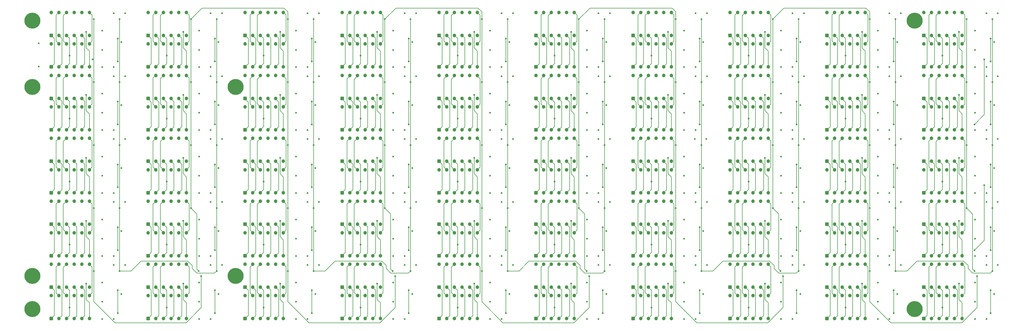
<source format=gbr>
%TF.GenerationSoftware,KiCad,Pcbnew,9.0.3*%
%TF.CreationDate,2025-08-19T04:26:06+03:00*%
%TF.ProjectId,wtf_clock,7774665f-636c-46f6-936b-2e6b69636164,rev?*%
%TF.SameCoordinates,Original*%
%TF.FileFunction,Copper,L1,Top*%
%TF.FilePolarity,Positive*%
%FSLAX46Y46*%
G04 Gerber Fmt 4.6, Leading zero omitted, Abs format (unit mm)*
G04 Created by KiCad (PCBNEW 9.0.3) date 2025-08-19 04:26:06*
%MOMM*%
%LPD*%
G01*
G04 APERTURE LIST*
G04 Aperture macros list*
%AMRoundRect*
0 Rectangle with rounded corners*
0 $1 Rounding radius*
0 $2 $3 $4 $5 $6 $7 $8 $9 X,Y pos of 4 corners*
0 Add a 4 corners polygon primitive as box body*
4,1,4,$2,$3,$4,$5,$6,$7,$8,$9,$2,$3,0*
0 Add four circle primitives for the rounded corners*
1,1,$1+$1,$2,$3*
1,1,$1+$1,$4,$5*
1,1,$1+$1,$6,$7*
1,1,$1+$1,$8,$9*
0 Add four rect primitives between the rounded corners*
20,1,$1+$1,$2,$3,$4,$5,0*
20,1,$1+$1,$4,$5,$6,$7,0*
20,1,$1+$1,$6,$7,$8,$9,0*
20,1,$1+$1,$8,$9,$2,$3,0*%
G04 Aperture macros list end*
%TA.AperFunction,ComponentPad*%
%ADD10RoundRect,0.250000X-0.350000X-0.350000X0.350000X-0.350000X0.350000X0.350000X-0.350000X0.350000X0*%
%TD*%
%TA.AperFunction,ComponentPad*%
%ADD11C,1.200000*%
%TD*%
%TA.AperFunction,ComponentPad*%
%ADD12C,5.300000*%
%TD*%
%TA.AperFunction,ViaPad*%
%ADD13C,0.600000*%
%TD*%
%TA.AperFunction,Conductor*%
%ADD14C,0.200000*%
%TD*%
G04 APERTURE END LIST*
D10*
%TO.P,HL12,1,e*%
%TO.N,/Indicator5/seg_e*%
X267350000Y-114010000D03*
D11*
%TO.P,HL12,2,d*%
%TO.N,/Indicator5/seg_d*%
X269890000Y-114010000D03*
%TO.P,HL12,3,DPX*%
%TO.N,/Indicator5/seg_dp*%
X272430000Y-114010000D03*
%TO.P,HL12,4,c*%
%TO.N,/Indicator5/seg_c*%
X274970000Y-114010000D03*
%TO.P,HL12,5,g*%
%TO.N,/Indicator5/seg_g*%
X277510000Y-114010000D03*
%TO.P,HL12,6,CC4*%
%TO.N,/Indicator5/dig_7*%
X280050000Y-114010000D03*
%TO.P,HL12,7,b*%
%TO.N,/Indicator5/seg_b*%
X280050000Y-106390000D03*
%TO.P,HL12,8,CC3*%
%TO.N,/Indicator5/dig_6*%
X277510000Y-106390000D03*
%TO.P,HL12,9,CC2*%
%TO.N,/Indicator5/dig_5*%
X274970000Y-106390000D03*
%TO.P,HL12,10,f*%
%TO.N,/Indicator5/seg_f*%
X272430000Y-106390000D03*
%TO.P,HL12,11,a*%
%TO.N,/Indicator5/seg_a*%
X269890000Y-106390000D03*
%TO.P,HL12,12,CC1*%
%TO.N,/Indicator5/dig_4*%
X267350000Y-106390000D03*
%TD*%
D10*
%TO.P,HL89,1,e*%
%TO.N,/Indicator44/seg_e*%
X235150000Y-187160000D03*
D11*
%TO.P,HL89,2,d*%
%TO.N,/Indicator44/seg_d*%
X237690000Y-187160000D03*
%TO.P,HL89,3,DPX*%
%TO.N,/Indicator44/seg_dp*%
X240230000Y-187160000D03*
%TO.P,HL89,4,c*%
%TO.N,/Indicator44/seg_c*%
X242770000Y-187160000D03*
%TO.P,HL89,5,g*%
%TO.N,/Indicator44/seg_g*%
X245310000Y-187160000D03*
%TO.P,HL89,6,CC4*%
%TO.N,/Indicator44/dig_3*%
X247850000Y-187160000D03*
%TO.P,HL89,7,b*%
%TO.N,/Indicator44/seg_b*%
X247850000Y-179540000D03*
%TO.P,HL89,8,CC3*%
%TO.N,/Indicator44/dig_2*%
X245310000Y-179540000D03*
%TO.P,HL89,9,CC2*%
%TO.N,/Indicator44/dig_1*%
X242770000Y-179540000D03*
%TO.P,HL89,10,f*%
%TO.N,/Indicator44/seg_f*%
X240230000Y-179540000D03*
%TO.P,HL89,11,a*%
%TO.N,/Indicator44/seg_a*%
X237690000Y-179540000D03*
%TO.P,HL89,12,CC1*%
%TO.N,/Indicator44/dig_0*%
X235150000Y-179540000D03*
%TD*%
D10*
%TO.P,HL5,1,e*%
%TO.N,/Indicator2/seg_e*%
X170750000Y-103560000D03*
D11*
%TO.P,HL5,2,d*%
%TO.N,/Indicator2/seg_d*%
X173290000Y-103560000D03*
%TO.P,HL5,3,DPX*%
%TO.N,/Indicator2/seg_dp*%
X175830000Y-103560000D03*
%TO.P,HL5,4,c*%
%TO.N,/Indicator2/seg_c*%
X178370000Y-103560000D03*
%TO.P,HL5,5,g*%
%TO.N,/Indicator2/seg_g*%
X180910000Y-103560000D03*
%TO.P,HL5,6,CC4*%
%TO.N,/Indicator2/dig_3*%
X183450000Y-103560000D03*
%TO.P,HL5,7,b*%
%TO.N,/Indicator2/seg_b*%
X183450000Y-95940000D03*
%TO.P,HL5,8,CC3*%
%TO.N,/Indicator2/dig_2*%
X180910000Y-95940000D03*
%TO.P,HL5,9,CC2*%
%TO.N,/Indicator2/dig_1*%
X178370000Y-95940000D03*
%TO.P,HL5,10,f*%
%TO.N,/Indicator2/seg_f*%
X175830000Y-95940000D03*
%TO.P,HL5,11,a*%
%TO.N,/Indicator2/seg_a*%
X173290000Y-95940000D03*
%TO.P,HL5,12,CC1*%
%TO.N,/Indicator2/dig_0*%
X170750000Y-95940000D03*
%TD*%
D10*
%TO.P,HL62,1,e*%
%TO.N,/Indicator30/seg_e*%
X396150000Y-176710000D03*
D11*
%TO.P,HL62,2,d*%
%TO.N,/Indicator30/seg_d*%
X398690000Y-176710000D03*
%TO.P,HL62,3,DPX*%
%TO.N,/Indicator30/seg_dp*%
X401230000Y-176710000D03*
%TO.P,HL62,4,c*%
%TO.N,/Indicator30/seg_c*%
X403770000Y-176710000D03*
%TO.P,HL62,5,g*%
%TO.N,/Indicator30/seg_g*%
X406310000Y-176710000D03*
%TO.P,HL62,6,CC4*%
%TO.N,/Indicator30/dig_7*%
X408850000Y-176710000D03*
%TO.P,HL62,7,b*%
%TO.N,/Indicator30/seg_b*%
X408850000Y-169090000D03*
%TO.P,HL62,8,CC3*%
%TO.N,/Indicator30/dig_6*%
X406310000Y-169090000D03*
%TO.P,HL62,9,CC2*%
%TO.N,/Indicator30/dig_5*%
X403770000Y-169090000D03*
%TO.P,HL62,10,f*%
%TO.N,/Indicator30/seg_f*%
X401230000Y-169090000D03*
%TO.P,HL62,11,a*%
%TO.N,/Indicator30/seg_a*%
X398690000Y-169090000D03*
%TO.P,HL62,12,CC1*%
%TO.N,/Indicator30/dig_4*%
X396150000Y-169090000D03*
%TD*%
D10*
%TO.P,HL14,1,e*%
%TO.N,/Indicator6/seg_e*%
X299550000Y-114010000D03*
D11*
%TO.P,HL14,2,d*%
%TO.N,/Indicator6/seg_d*%
X302090000Y-114010000D03*
%TO.P,HL14,3,DPX*%
%TO.N,/Indicator6/seg_dp*%
X304630000Y-114010000D03*
%TO.P,HL14,4,c*%
%TO.N,/Indicator6/seg_c*%
X307170000Y-114010000D03*
%TO.P,HL14,5,g*%
%TO.N,/Indicator6/seg_g*%
X309710000Y-114010000D03*
%TO.P,HL14,6,CC4*%
%TO.N,/Indicator6/dig_7*%
X312250000Y-114010000D03*
%TO.P,HL14,7,b*%
%TO.N,/Indicator6/seg_b*%
X312250000Y-106390000D03*
%TO.P,HL14,8,CC3*%
%TO.N,/Indicator6/dig_6*%
X309710000Y-106390000D03*
%TO.P,HL14,9,CC2*%
%TO.N,/Indicator6/dig_5*%
X307170000Y-106390000D03*
%TO.P,HL14,10,f*%
%TO.N,/Indicator6/seg_f*%
X304630000Y-106390000D03*
%TO.P,HL14,11,a*%
%TO.N,/Indicator6/seg_a*%
X302090000Y-106390000D03*
%TO.P,HL14,12,CC1*%
%TO.N,/Indicator6/dig_4*%
X299550000Y-106390000D03*
%TD*%
D10*
%TO.P,HL49,1,e*%
%TO.N,/Indicator24/seg_e*%
X235150000Y-145360000D03*
D11*
%TO.P,HL49,2,d*%
%TO.N,/Indicator24/seg_d*%
X237690000Y-145360000D03*
%TO.P,HL49,3,DPX*%
%TO.N,/Indicator24/seg_dp*%
X240230000Y-145360000D03*
%TO.P,HL49,4,c*%
%TO.N,/Indicator24/seg_c*%
X242770000Y-145360000D03*
%TO.P,HL49,5,g*%
%TO.N,/Indicator24/seg_g*%
X245310000Y-145360000D03*
%TO.P,HL49,6,CC4*%
%TO.N,/Indicator24/dig_3*%
X247850000Y-145360000D03*
%TO.P,HL49,7,b*%
%TO.N,/Indicator24/seg_b*%
X247850000Y-137740000D03*
%TO.P,HL49,8,CC3*%
%TO.N,/Indicator24/dig_2*%
X245310000Y-137740000D03*
%TO.P,HL49,9,CC2*%
%TO.N,/Indicator24/dig_1*%
X242770000Y-137740000D03*
%TO.P,HL49,10,f*%
%TO.N,/Indicator24/seg_f*%
X240230000Y-137740000D03*
%TO.P,HL49,11,a*%
%TO.N,/Indicator24/seg_a*%
X237690000Y-137740000D03*
%TO.P,HL49,12,CC1*%
%TO.N,/Indicator24/dig_0*%
X235150000Y-137740000D03*
%TD*%
D10*
%TO.P,HL93,1,e*%
%TO.N,/Indicator46/seg_e*%
X299550000Y-187160000D03*
D11*
%TO.P,HL93,2,d*%
%TO.N,/Indicator46/seg_d*%
X302090000Y-187160000D03*
%TO.P,HL93,3,DPX*%
%TO.N,/Indicator46/seg_dp*%
X304630000Y-187160000D03*
%TO.P,HL93,4,c*%
%TO.N,/Indicator46/seg_c*%
X307170000Y-187160000D03*
%TO.P,HL93,5,g*%
%TO.N,/Indicator46/seg_g*%
X309710000Y-187160000D03*
%TO.P,HL93,6,CC4*%
%TO.N,/Indicator46/dig_3*%
X312250000Y-187160000D03*
%TO.P,HL93,7,b*%
%TO.N,/Indicator46/seg_b*%
X312250000Y-179540000D03*
%TO.P,HL93,8,CC3*%
%TO.N,/Indicator46/dig_2*%
X309710000Y-179540000D03*
%TO.P,HL93,9,CC2*%
%TO.N,/Indicator46/dig_1*%
X307170000Y-179540000D03*
%TO.P,HL93,10,f*%
%TO.N,/Indicator46/seg_f*%
X304630000Y-179540000D03*
%TO.P,HL93,11,a*%
%TO.N,/Indicator46/seg_a*%
X302090000Y-179540000D03*
%TO.P,HL93,12,CC1*%
%TO.N,/Indicator46/dig_0*%
X299550000Y-179540000D03*
%TD*%
D10*
%TO.P,HL26,1,e*%
%TO.N,/Indicator12/seg_e*%
X331750000Y-134910000D03*
D11*
%TO.P,HL26,2,d*%
%TO.N,/Indicator12/seg_d*%
X334290000Y-134910000D03*
%TO.P,HL26,3,DPX*%
%TO.N,/Indicator12/seg_dp*%
X336830000Y-134910000D03*
%TO.P,HL26,4,c*%
%TO.N,/Indicator12/seg_c*%
X339370000Y-134910000D03*
%TO.P,HL26,5,g*%
%TO.N,/Indicator12/seg_g*%
X341910000Y-134910000D03*
%TO.P,HL26,6,CC4*%
%TO.N,/Indicator12/dig_7*%
X344450000Y-134910000D03*
%TO.P,HL26,7,b*%
%TO.N,/Indicator12/seg_b*%
X344450000Y-127290000D03*
%TO.P,HL26,8,CC3*%
%TO.N,/Indicator12/dig_6*%
X341910000Y-127290000D03*
%TO.P,HL26,9,CC2*%
%TO.N,/Indicator12/dig_5*%
X339370000Y-127290000D03*
%TO.P,HL26,10,f*%
%TO.N,/Indicator12/seg_f*%
X336830000Y-127290000D03*
%TO.P,HL26,11,a*%
%TO.N,/Indicator12/seg_a*%
X334290000Y-127290000D03*
%TO.P,HL26,12,CC1*%
%TO.N,/Indicator12/dig_4*%
X331750000Y-127290000D03*
%TD*%
D10*
%TO.P,HL90,1,e*%
%TO.N,/Indicator44/seg_e*%
X235150000Y-197610000D03*
D11*
%TO.P,HL90,2,d*%
%TO.N,/Indicator44/seg_d*%
X237690000Y-197610000D03*
%TO.P,HL90,3,DPX*%
%TO.N,/Indicator44/seg_dp*%
X240230000Y-197610000D03*
%TO.P,HL90,4,c*%
%TO.N,/Indicator44/seg_c*%
X242770000Y-197610000D03*
%TO.P,HL90,5,g*%
%TO.N,/Indicator44/seg_g*%
X245310000Y-197610000D03*
%TO.P,HL90,6,CC4*%
%TO.N,/Indicator44/dig_7*%
X247850000Y-197610000D03*
%TO.P,HL90,7,b*%
%TO.N,/Indicator44/seg_b*%
X247850000Y-189990000D03*
%TO.P,HL90,8,CC3*%
%TO.N,/Indicator44/dig_6*%
X245310000Y-189990000D03*
%TO.P,HL90,9,CC2*%
%TO.N,/Indicator44/dig_5*%
X242770000Y-189990000D03*
%TO.P,HL90,10,f*%
%TO.N,/Indicator44/seg_f*%
X240230000Y-189990000D03*
%TO.P,HL90,11,a*%
%TO.N,/Indicator44/seg_a*%
X237690000Y-189990000D03*
%TO.P,HL90,12,CC1*%
%TO.N,/Indicator44/dig_4*%
X235150000Y-189990000D03*
%TD*%
D10*
%TO.P,HL97,1,e*%
%TO.N,/Indicator48/seg_e*%
X363950000Y-187160000D03*
D11*
%TO.P,HL97,2,d*%
%TO.N,/Indicator48/seg_d*%
X366490000Y-187160000D03*
%TO.P,HL97,3,DPX*%
%TO.N,/Indicator48/seg_dp*%
X369030000Y-187160000D03*
%TO.P,HL97,4,c*%
%TO.N,/Indicator48/seg_c*%
X371570000Y-187160000D03*
%TO.P,HL97,5,g*%
%TO.N,/Indicator48/seg_g*%
X374110000Y-187160000D03*
%TO.P,HL97,6,CC4*%
%TO.N,/Indicator48/dig_3*%
X376650000Y-187160000D03*
%TO.P,HL97,7,b*%
%TO.N,/Indicator48/seg_b*%
X376650000Y-179540000D03*
%TO.P,HL97,8,CC3*%
%TO.N,/Indicator48/dig_2*%
X374110000Y-179540000D03*
%TO.P,HL97,9,CC2*%
%TO.N,/Indicator48/dig_1*%
X371570000Y-179540000D03*
%TO.P,HL97,10,f*%
%TO.N,/Indicator48/seg_f*%
X369030000Y-179540000D03*
%TO.P,HL97,11,a*%
%TO.N,/Indicator48/seg_a*%
X366490000Y-179540000D03*
%TO.P,HL97,12,CC1*%
%TO.N,/Indicator48/dig_0*%
X363950000Y-179540000D03*
%TD*%
D10*
%TO.P,HL81,1,e*%
%TO.N,/Indicator40/seg_e*%
X106350000Y-187160000D03*
D11*
%TO.P,HL81,2,d*%
%TO.N,/Indicator40/seg_d*%
X108890000Y-187160000D03*
%TO.P,HL81,3,DPX*%
%TO.N,/Indicator40/seg_dp*%
X111430000Y-187160000D03*
%TO.P,HL81,4,c*%
%TO.N,/Indicator40/seg_c*%
X113970000Y-187160000D03*
%TO.P,HL81,5,g*%
%TO.N,/Indicator40/seg_g*%
X116510000Y-187160000D03*
%TO.P,HL81,6,CC4*%
%TO.N,/Indicator40/dig_3*%
X119050000Y-187160000D03*
%TO.P,HL81,7,b*%
%TO.N,/Indicator40/seg_b*%
X119050000Y-179540000D03*
%TO.P,HL81,8,CC3*%
%TO.N,/Indicator40/dig_2*%
X116510000Y-179540000D03*
%TO.P,HL81,9,CC2*%
%TO.N,/Indicator40/dig_1*%
X113970000Y-179540000D03*
%TO.P,HL81,10,f*%
%TO.N,/Indicator40/seg_f*%
X111430000Y-179540000D03*
%TO.P,HL81,11,a*%
%TO.N,/Indicator40/seg_a*%
X108890000Y-179540000D03*
%TO.P,HL81,12,CC1*%
%TO.N,/Indicator40/dig_0*%
X106350000Y-179540000D03*
%TD*%
D10*
%TO.P,HL82,1,e*%
%TO.N,/Indicator40/seg_e*%
X106350000Y-197610000D03*
D11*
%TO.P,HL82,2,d*%
%TO.N,/Indicator40/seg_d*%
X108890000Y-197610000D03*
%TO.P,HL82,3,DPX*%
%TO.N,/Indicator40/seg_dp*%
X111430000Y-197610000D03*
%TO.P,HL82,4,c*%
%TO.N,/Indicator40/seg_c*%
X113970000Y-197610000D03*
%TO.P,HL82,5,g*%
%TO.N,/Indicator40/seg_g*%
X116510000Y-197610000D03*
%TO.P,HL82,6,CC4*%
%TO.N,/Indicator40/dig_7*%
X119050000Y-197610000D03*
%TO.P,HL82,7,b*%
%TO.N,/Indicator40/seg_b*%
X119050000Y-189990000D03*
%TO.P,HL82,8,CC3*%
%TO.N,/Indicator40/dig_6*%
X116510000Y-189990000D03*
%TO.P,HL82,9,CC2*%
%TO.N,/Indicator40/dig_5*%
X113970000Y-189990000D03*
%TO.P,HL82,10,f*%
%TO.N,/Indicator40/seg_f*%
X111430000Y-189990000D03*
%TO.P,HL82,11,a*%
%TO.N,/Indicator40/seg_a*%
X108890000Y-189990000D03*
%TO.P,HL82,12,CC1*%
%TO.N,/Indicator40/dig_4*%
X106350000Y-189990000D03*
%TD*%
D10*
%TO.P,HL6,1,e*%
%TO.N,/Indicator2/seg_e*%
X170750000Y-114010000D03*
D11*
%TO.P,HL6,2,d*%
%TO.N,/Indicator2/seg_d*%
X173290000Y-114010000D03*
%TO.P,HL6,3,DPX*%
%TO.N,/Indicator2/seg_dp*%
X175830000Y-114010000D03*
%TO.P,HL6,4,c*%
%TO.N,/Indicator2/seg_c*%
X178370000Y-114010000D03*
%TO.P,HL6,5,g*%
%TO.N,/Indicator2/seg_g*%
X180910000Y-114010000D03*
%TO.P,HL6,6,CC4*%
%TO.N,/Indicator2/dig_7*%
X183450000Y-114010000D03*
%TO.P,HL6,7,b*%
%TO.N,/Indicator2/seg_b*%
X183450000Y-106390000D03*
%TO.P,HL6,8,CC3*%
%TO.N,/Indicator2/dig_6*%
X180910000Y-106390000D03*
%TO.P,HL6,9,CC2*%
%TO.N,/Indicator2/dig_5*%
X178370000Y-106390000D03*
%TO.P,HL6,10,f*%
%TO.N,/Indicator2/seg_f*%
X175830000Y-106390000D03*
%TO.P,HL6,11,a*%
%TO.N,/Indicator2/seg_a*%
X173290000Y-106390000D03*
%TO.P,HL6,12,CC1*%
%TO.N,/Indicator2/dig_4*%
X170750000Y-106390000D03*
%TD*%
D10*
%TO.P,HL73,1,e*%
%TO.N,/Indicator36/seg_e*%
X202950000Y-166260000D03*
D11*
%TO.P,HL73,2,d*%
%TO.N,/Indicator36/seg_d*%
X205490000Y-166260000D03*
%TO.P,HL73,3,DPX*%
%TO.N,/Indicator36/seg_dp*%
X208030000Y-166260000D03*
%TO.P,HL73,4,c*%
%TO.N,/Indicator36/seg_c*%
X210570000Y-166260000D03*
%TO.P,HL73,5,g*%
%TO.N,/Indicator36/seg_g*%
X213110000Y-166260000D03*
%TO.P,HL73,6,CC4*%
%TO.N,/Indicator36/dig_3*%
X215650000Y-166260000D03*
%TO.P,HL73,7,b*%
%TO.N,/Indicator36/seg_b*%
X215650000Y-158640000D03*
%TO.P,HL73,8,CC3*%
%TO.N,/Indicator36/dig_2*%
X213110000Y-158640000D03*
%TO.P,HL73,9,CC2*%
%TO.N,/Indicator36/dig_1*%
X210570000Y-158640000D03*
%TO.P,HL73,10,f*%
%TO.N,/Indicator36/seg_f*%
X208030000Y-158640000D03*
%TO.P,HL73,11,a*%
%TO.N,/Indicator36/seg_a*%
X205490000Y-158640000D03*
%TO.P,HL73,12,CC1*%
%TO.N,/Indicator36/dig_0*%
X202950000Y-158640000D03*
%TD*%
D10*
%TO.P,HL48,1,e*%
%TO.N,/Indicator23/seg_e*%
X202950000Y-155810000D03*
D11*
%TO.P,HL48,2,d*%
%TO.N,/Indicator23/seg_d*%
X205490000Y-155810000D03*
%TO.P,HL48,3,DPX*%
%TO.N,/Indicator23/seg_dp*%
X208030000Y-155810000D03*
%TO.P,HL48,4,c*%
%TO.N,/Indicator23/seg_c*%
X210570000Y-155810000D03*
%TO.P,HL48,5,g*%
%TO.N,/Indicator23/seg_g*%
X213110000Y-155810000D03*
%TO.P,HL48,6,CC4*%
%TO.N,/Indicator23/dig_7*%
X215650000Y-155810000D03*
%TO.P,HL48,7,b*%
%TO.N,/Indicator23/seg_b*%
X215650000Y-148190000D03*
%TO.P,HL48,8,CC3*%
%TO.N,/Indicator23/dig_6*%
X213110000Y-148190000D03*
%TO.P,HL48,9,CC2*%
%TO.N,/Indicator23/dig_5*%
X210570000Y-148190000D03*
%TO.P,HL48,10,f*%
%TO.N,/Indicator23/seg_f*%
X208030000Y-148190000D03*
%TO.P,HL48,11,a*%
%TO.N,/Indicator23/seg_a*%
X205490000Y-148190000D03*
%TO.P,HL48,12,CC1*%
%TO.N,/Indicator23/dig_4*%
X202950000Y-148190000D03*
%TD*%
D10*
%TO.P,HL96,1,e*%
%TO.N,/Indicator47/seg_e*%
X331750000Y-197610000D03*
D11*
%TO.P,HL96,2,d*%
%TO.N,/Indicator47/seg_d*%
X334290000Y-197610000D03*
%TO.P,HL96,3,DPX*%
%TO.N,/Indicator47/seg_dp*%
X336830000Y-197610000D03*
%TO.P,HL96,4,c*%
%TO.N,/Indicator47/seg_c*%
X339370000Y-197610000D03*
%TO.P,HL96,5,g*%
%TO.N,/Indicator47/seg_g*%
X341910000Y-197610000D03*
%TO.P,HL96,6,CC4*%
%TO.N,/Indicator47/dig_7*%
X344450000Y-197610000D03*
%TO.P,HL96,7,b*%
%TO.N,/Indicator47/seg_b*%
X344450000Y-189990000D03*
%TO.P,HL96,8,CC3*%
%TO.N,/Indicator47/dig_6*%
X341910000Y-189990000D03*
%TO.P,HL96,9,CC2*%
%TO.N,/Indicator47/dig_5*%
X339370000Y-189990000D03*
%TO.P,HL96,10,f*%
%TO.N,/Indicator47/seg_f*%
X336830000Y-189990000D03*
%TO.P,HL96,11,a*%
%TO.N,/Indicator47/seg_a*%
X334290000Y-189990000D03*
%TO.P,HL96,12,CC1*%
%TO.N,/Indicator47/dig_4*%
X331750000Y-189990000D03*
%TD*%
D10*
%TO.P,HL65,1,e*%
%TO.N,/Indicator32/seg_e*%
X331750000Y-166260000D03*
D11*
%TO.P,HL65,2,d*%
%TO.N,/Indicator32/seg_d*%
X334290000Y-166260000D03*
%TO.P,HL65,3,DPX*%
%TO.N,/Indicator32/seg_dp*%
X336830000Y-166260000D03*
%TO.P,HL65,4,c*%
%TO.N,/Indicator32/seg_c*%
X339370000Y-166260000D03*
%TO.P,HL65,5,g*%
%TO.N,/Indicator32/seg_g*%
X341910000Y-166260000D03*
%TO.P,HL65,6,CC4*%
%TO.N,/Indicator32/dig_3*%
X344450000Y-166260000D03*
%TO.P,HL65,7,b*%
%TO.N,/Indicator32/seg_b*%
X344450000Y-158640000D03*
%TO.P,HL65,8,CC3*%
%TO.N,/Indicator32/dig_2*%
X341910000Y-158640000D03*
%TO.P,HL65,9,CC2*%
%TO.N,/Indicator32/dig_1*%
X339370000Y-158640000D03*
%TO.P,HL65,10,f*%
%TO.N,/Indicator32/seg_f*%
X336830000Y-158640000D03*
%TO.P,HL65,11,a*%
%TO.N,/Indicator32/seg_a*%
X334290000Y-158640000D03*
%TO.P,HL65,12,CC1*%
%TO.N,/Indicator32/dig_0*%
X331750000Y-158640000D03*
%TD*%
D10*
%TO.P,HL76,1,e*%
%TO.N,/Indicator37/seg_e*%
X170750000Y-176710000D03*
D11*
%TO.P,HL76,2,d*%
%TO.N,/Indicator37/seg_d*%
X173290000Y-176710000D03*
%TO.P,HL76,3,DPX*%
%TO.N,/Indicator37/seg_dp*%
X175830000Y-176710000D03*
%TO.P,HL76,4,c*%
%TO.N,/Indicator37/seg_c*%
X178370000Y-176710000D03*
%TO.P,HL76,5,g*%
%TO.N,/Indicator37/seg_g*%
X180910000Y-176710000D03*
%TO.P,HL76,6,CC4*%
%TO.N,/Indicator37/dig_7*%
X183450000Y-176710000D03*
%TO.P,HL76,7,b*%
%TO.N,/Indicator37/seg_b*%
X183450000Y-169090000D03*
%TO.P,HL76,8,CC3*%
%TO.N,/Indicator37/dig_6*%
X180910000Y-169090000D03*
%TO.P,HL76,9,CC2*%
%TO.N,/Indicator37/dig_5*%
X178370000Y-169090000D03*
%TO.P,HL76,10,f*%
%TO.N,/Indicator37/seg_f*%
X175830000Y-169090000D03*
%TO.P,HL76,11,a*%
%TO.N,/Indicator37/seg_a*%
X173290000Y-169090000D03*
%TO.P,HL76,12,CC1*%
%TO.N,/Indicator37/dig_4*%
X170750000Y-169090000D03*
%TD*%
D10*
%TO.P,HL10,1,e*%
%TO.N,/Indicator4/seg_e*%
X235150000Y-114010000D03*
D11*
%TO.P,HL10,2,d*%
%TO.N,/Indicator4/seg_d*%
X237690000Y-114010000D03*
%TO.P,HL10,3,DPX*%
%TO.N,/Indicator4/seg_dp*%
X240230000Y-114010000D03*
%TO.P,HL10,4,c*%
%TO.N,/Indicator4/seg_c*%
X242770000Y-114010000D03*
%TO.P,HL10,5,g*%
%TO.N,/Indicator4/seg_g*%
X245310000Y-114010000D03*
%TO.P,HL10,6,CC4*%
%TO.N,/Indicator4/dig_7*%
X247850000Y-114010000D03*
%TO.P,HL10,7,b*%
%TO.N,/Indicator4/seg_b*%
X247850000Y-106390000D03*
%TO.P,HL10,8,CC3*%
%TO.N,/Indicator4/dig_6*%
X245310000Y-106390000D03*
%TO.P,HL10,9,CC2*%
%TO.N,/Indicator4/dig_5*%
X242770000Y-106390000D03*
%TO.P,HL10,10,f*%
%TO.N,/Indicator4/seg_f*%
X240230000Y-106390000D03*
%TO.P,HL10,11,a*%
%TO.N,/Indicator4/seg_a*%
X237690000Y-106390000D03*
%TO.P,HL10,12,CC1*%
%TO.N,/Indicator4/dig_4*%
X235150000Y-106390000D03*
%TD*%
D10*
%TO.P,HL35,1,e*%
%TO.N,/Indicator17/seg_e*%
X170750000Y-124460000D03*
D11*
%TO.P,HL35,2,d*%
%TO.N,/Indicator17/seg_d*%
X173290000Y-124460000D03*
%TO.P,HL35,3,DPX*%
%TO.N,/Indicator17/seg_dp*%
X175830000Y-124460000D03*
%TO.P,HL35,4,c*%
%TO.N,/Indicator17/seg_c*%
X178370000Y-124460000D03*
%TO.P,HL35,5,g*%
%TO.N,/Indicator17/seg_g*%
X180910000Y-124460000D03*
%TO.P,HL35,6,CC4*%
%TO.N,/Indicator17/dig_3*%
X183450000Y-124460000D03*
%TO.P,HL35,7,b*%
%TO.N,/Indicator17/seg_b*%
X183450000Y-116840000D03*
%TO.P,HL35,8,CC3*%
%TO.N,/Indicator17/dig_2*%
X180910000Y-116840000D03*
%TO.P,HL35,9,CC2*%
%TO.N,/Indicator17/dig_1*%
X178370000Y-116840000D03*
%TO.P,HL35,10,f*%
%TO.N,/Indicator17/seg_f*%
X175830000Y-116840000D03*
%TO.P,HL35,11,a*%
%TO.N,/Indicator17/seg_a*%
X173290000Y-116840000D03*
%TO.P,HL35,12,CC1*%
%TO.N,/Indicator17/dig_0*%
X170750000Y-116840000D03*
%TD*%
D10*
%TO.P,HL75,1,e*%
%TO.N,/Indicator37/seg_e*%
X170750000Y-166260000D03*
D11*
%TO.P,HL75,2,d*%
%TO.N,/Indicator37/seg_d*%
X173290000Y-166260000D03*
%TO.P,HL75,3,DPX*%
%TO.N,/Indicator37/seg_dp*%
X175830000Y-166260000D03*
%TO.P,HL75,4,c*%
%TO.N,/Indicator37/seg_c*%
X178370000Y-166260000D03*
%TO.P,HL75,5,g*%
%TO.N,/Indicator37/seg_g*%
X180910000Y-166260000D03*
%TO.P,HL75,6,CC4*%
%TO.N,/Indicator37/dig_3*%
X183450000Y-166260000D03*
%TO.P,HL75,7,b*%
%TO.N,/Indicator37/seg_b*%
X183450000Y-158640000D03*
%TO.P,HL75,8,CC3*%
%TO.N,/Indicator37/dig_2*%
X180910000Y-158640000D03*
%TO.P,HL75,9,CC2*%
%TO.N,/Indicator37/dig_1*%
X178370000Y-158640000D03*
%TO.P,HL75,10,f*%
%TO.N,/Indicator37/seg_f*%
X175830000Y-158640000D03*
%TO.P,HL75,11,a*%
%TO.N,/Indicator37/seg_a*%
X173290000Y-158640000D03*
%TO.P,HL75,12,CC1*%
%TO.N,/Indicator37/dig_0*%
X170750000Y-158640000D03*
%TD*%
D10*
%TO.P,HL39,1,e*%
%TO.N,/Indicator19/seg_e*%
X106350000Y-124460000D03*
D11*
%TO.P,HL39,2,d*%
%TO.N,/Indicator19/seg_d*%
X108890000Y-124460000D03*
%TO.P,HL39,3,DPX*%
%TO.N,/Indicator19/seg_dp*%
X111430000Y-124460000D03*
%TO.P,HL39,4,c*%
%TO.N,/Indicator19/seg_c*%
X113970000Y-124460000D03*
%TO.P,HL39,5,g*%
%TO.N,/Indicator19/seg_g*%
X116510000Y-124460000D03*
%TO.P,HL39,6,CC4*%
%TO.N,/Indicator19/dig_3*%
X119050000Y-124460000D03*
%TO.P,HL39,7,b*%
%TO.N,/Indicator19/seg_b*%
X119050000Y-116840000D03*
%TO.P,HL39,8,CC3*%
%TO.N,/Indicator19/dig_2*%
X116510000Y-116840000D03*
%TO.P,HL39,9,CC2*%
%TO.N,/Indicator19/dig_1*%
X113970000Y-116840000D03*
%TO.P,HL39,10,f*%
%TO.N,/Indicator19/seg_f*%
X111430000Y-116840000D03*
%TO.P,HL39,11,a*%
%TO.N,/Indicator19/seg_a*%
X108890000Y-116840000D03*
%TO.P,HL39,12,CC1*%
%TO.N,/Indicator19/dig_0*%
X106350000Y-116840000D03*
%TD*%
D12*
%TO.P,M7,1,1*%
%TO.N,GND*%
X100100000Y-98650000D03*
%TD*%
D10*
%TO.P,HL69,1,e*%
%TO.N,/Indicator34/seg_e*%
X267350000Y-166260000D03*
D11*
%TO.P,HL69,2,d*%
%TO.N,/Indicator34/seg_d*%
X269890000Y-166260000D03*
%TO.P,HL69,3,DPX*%
%TO.N,/Indicator34/seg_dp*%
X272430000Y-166260000D03*
%TO.P,HL69,4,c*%
%TO.N,/Indicator34/seg_c*%
X274970000Y-166260000D03*
%TO.P,HL69,5,g*%
%TO.N,/Indicator34/seg_g*%
X277510000Y-166260000D03*
%TO.P,HL69,6,CC4*%
%TO.N,/Indicator34/dig_3*%
X280050000Y-166260000D03*
%TO.P,HL69,7,b*%
%TO.N,/Indicator34/seg_b*%
X280050000Y-158640000D03*
%TO.P,HL69,8,CC3*%
%TO.N,/Indicator34/dig_2*%
X277510000Y-158640000D03*
%TO.P,HL69,9,CC2*%
%TO.N,/Indicator34/dig_1*%
X274970000Y-158640000D03*
%TO.P,HL69,10,f*%
%TO.N,/Indicator34/seg_f*%
X272430000Y-158640000D03*
%TO.P,HL69,11,a*%
%TO.N,/Indicator34/seg_a*%
X269890000Y-158640000D03*
%TO.P,HL69,12,CC1*%
%TO.N,/Indicator34/dig_0*%
X267350000Y-158640000D03*
%TD*%
D10*
%TO.P,HL23,1,e*%
%TO.N,/Indicator11/seg_e*%
X363950000Y-124460000D03*
D11*
%TO.P,HL23,2,d*%
%TO.N,/Indicator11/seg_d*%
X366490000Y-124460000D03*
%TO.P,HL23,3,DPX*%
%TO.N,/Indicator11/seg_dp*%
X369030000Y-124460000D03*
%TO.P,HL23,4,c*%
%TO.N,/Indicator11/seg_c*%
X371570000Y-124460000D03*
%TO.P,HL23,5,g*%
%TO.N,/Indicator11/seg_g*%
X374110000Y-124460000D03*
%TO.P,HL23,6,CC4*%
%TO.N,/Indicator11/dig_3*%
X376650000Y-124460000D03*
%TO.P,HL23,7,b*%
%TO.N,/Indicator11/seg_b*%
X376650000Y-116840000D03*
%TO.P,HL23,8,CC3*%
%TO.N,/Indicator11/dig_2*%
X374110000Y-116840000D03*
%TO.P,HL23,9,CC2*%
%TO.N,/Indicator11/dig_1*%
X371570000Y-116840000D03*
%TO.P,HL23,10,f*%
%TO.N,/Indicator11/seg_f*%
X369030000Y-116840000D03*
%TO.P,HL23,11,a*%
%TO.N,/Indicator11/seg_a*%
X366490000Y-116840000D03*
%TO.P,HL23,12,CC1*%
%TO.N,/Indicator11/dig_0*%
X363950000Y-116840000D03*
%TD*%
D10*
%TO.P,HL99,1,e*%
%TO.N,/Indicator49/seg_e*%
X396150000Y-187160000D03*
D11*
%TO.P,HL99,2,d*%
%TO.N,/Indicator49/seg_d*%
X398690000Y-187160000D03*
%TO.P,HL99,3,DPX*%
%TO.N,/Indicator49/seg_dp*%
X401230000Y-187160000D03*
%TO.P,HL99,4,c*%
%TO.N,/Indicator49/seg_c*%
X403770000Y-187160000D03*
%TO.P,HL99,5,g*%
%TO.N,/Indicator49/seg_g*%
X406310000Y-187160000D03*
%TO.P,HL99,6,CC4*%
%TO.N,/Indicator49/dig_3*%
X408850000Y-187160000D03*
%TO.P,HL99,7,b*%
%TO.N,/Indicator49/seg_b*%
X408850000Y-179540000D03*
%TO.P,HL99,8,CC3*%
%TO.N,/Indicator49/dig_2*%
X406310000Y-179540000D03*
%TO.P,HL99,9,CC2*%
%TO.N,/Indicator49/dig_1*%
X403770000Y-179540000D03*
%TO.P,HL99,10,f*%
%TO.N,/Indicator49/seg_f*%
X401230000Y-179540000D03*
%TO.P,HL99,11,a*%
%TO.N,/Indicator49/seg_a*%
X398690000Y-179540000D03*
%TO.P,HL99,12,CC1*%
%TO.N,/Indicator49/dig_0*%
X396150000Y-179540000D03*
%TD*%
D10*
%TO.P,HL22,1,e*%
%TO.N,/Indicator10/seg_e*%
X396150000Y-134910000D03*
D11*
%TO.P,HL22,2,d*%
%TO.N,/Indicator10/seg_d*%
X398690000Y-134910000D03*
%TO.P,HL22,3,DPX*%
%TO.N,/Indicator10/seg_dp*%
X401230000Y-134910000D03*
%TO.P,HL22,4,c*%
%TO.N,/Indicator10/seg_c*%
X403770000Y-134910000D03*
%TO.P,HL22,5,g*%
%TO.N,/Indicator10/seg_g*%
X406310000Y-134910000D03*
%TO.P,HL22,6,CC4*%
%TO.N,/Indicator10/dig_7*%
X408850000Y-134910000D03*
%TO.P,HL22,7,b*%
%TO.N,/Indicator10/seg_b*%
X408850000Y-127290000D03*
%TO.P,HL22,8,CC3*%
%TO.N,/Indicator10/dig_6*%
X406310000Y-127290000D03*
%TO.P,HL22,9,CC2*%
%TO.N,/Indicator10/dig_5*%
X403770000Y-127290000D03*
%TO.P,HL22,10,f*%
%TO.N,/Indicator10/seg_f*%
X401230000Y-127290000D03*
%TO.P,HL22,11,a*%
%TO.N,/Indicator10/seg_a*%
X398690000Y-127290000D03*
%TO.P,HL22,12,CC1*%
%TO.N,/Indicator10/dig_4*%
X396150000Y-127290000D03*
%TD*%
D12*
%TO.P,M8,1,1*%
%TO.N,GND*%
X393100000Y-98650000D03*
%TD*%
D10*
%TO.P,HL52,1,e*%
%TO.N,/Indicator25/seg_e*%
X267350000Y-155810000D03*
D11*
%TO.P,HL52,2,d*%
%TO.N,/Indicator25/seg_d*%
X269890000Y-155810000D03*
%TO.P,HL52,3,DPX*%
%TO.N,/Indicator25/seg_dp*%
X272430000Y-155810000D03*
%TO.P,HL52,4,c*%
%TO.N,/Indicator25/seg_c*%
X274970000Y-155810000D03*
%TO.P,HL52,5,g*%
%TO.N,/Indicator25/seg_g*%
X277510000Y-155810000D03*
%TO.P,HL52,6,CC4*%
%TO.N,/Indicator25/dig_7*%
X280050000Y-155810000D03*
%TO.P,HL52,7,b*%
%TO.N,/Indicator25/seg_b*%
X280050000Y-148190000D03*
%TO.P,HL52,8,CC3*%
%TO.N,/Indicator25/dig_6*%
X277510000Y-148190000D03*
%TO.P,HL52,9,CC2*%
%TO.N,/Indicator25/dig_5*%
X274970000Y-148190000D03*
%TO.P,HL52,10,f*%
%TO.N,/Indicator25/seg_f*%
X272430000Y-148190000D03*
%TO.P,HL52,11,a*%
%TO.N,/Indicator25/seg_a*%
X269890000Y-148190000D03*
%TO.P,HL52,12,CC1*%
%TO.N,/Indicator25/dig_4*%
X267350000Y-148190000D03*
%TD*%
D10*
%TO.P,HL71,1,e*%
%TO.N,/Indicator35/seg_e*%
X235150000Y-166260000D03*
D11*
%TO.P,HL71,2,d*%
%TO.N,/Indicator35/seg_d*%
X237690000Y-166260000D03*
%TO.P,HL71,3,DPX*%
%TO.N,/Indicator35/seg_dp*%
X240230000Y-166260000D03*
%TO.P,HL71,4,c*%
%TO.N,/Indicator35/seg_c*%
X242770000Y-166260000D03*
%TO.P,HL71,5,g*%
%TO.N,/Indicator35/seg_g*%
X245310000Y-166260000D03*
%TO.P,HL71,6,CC4*%
%TO.N,/Indicator35/dig_3*%
X247850000Y-166260000D03*
%TO.P,HL71,7,b*%
%TO.N,/Indicator35/seg_b*%
X247850000Y-158640000D03*
%TO.P,HL71,8,CC3*%
%TO.N,/Indicator35/dig_2*%
X245310000Y-158640000D03*
%TO.P,HL71,9,CC2*%
%TO.N,/Indicator35/dig_1*%
X242770000Y-158640000D03*
%TO.P,HL71,10,f*%
%TO.N,/Indicator35/seg_f*%
X240230000Y-158640000D03*
%TO.P,HL71,11,a*%
%TO.N,/Indicator35/seg_a*%
X237690000Y-158640000D03*
%TO.P,HL71,12,CC1*%
%TO.N,/Indicator35/dig_0*%
X235150000Y-158640000D03*
%TD*%
D10*
%TO.P,HL33,1,e*%
%TO.N,/Indicator16/seg_e*%
X202950000Y-124460000D03*
D11*
%TO.P,HL33,2,d*%
%TO.N,/Indicator16/seg_d*%
X205490000Y-124460000D03*
%TO.P,HL33,3,DPX*%
%TO.N,/Indicator16/seg_dp*%
X208030000Y-124460000D03*
%TO.P,HL33,4,c*%
%TO.N,/Indicator16/seg_c*%
X210570000Y-124460000D03*
%TO.P,HL33,5,g*%
%TO.N,/Indicator16/seg_g*%
X213110000Y-124460000D03*
%TO.P,HL33,6,CC4*%
%TO.N,/Indicator16/dig_3*%
X215650000Y-124460000D03*
%TO.P,HL33,7,b*%
%TO.N,/Indicator16/seg_b*%
X215650000Y-116840000D03*
%TO.P,HL33,8,CC3*%
%TO.N,/Indicator16/dig_2*%
X213110000Y-116840000D03*
%TO.P,HL33,9,CC2*%
%TO.N,/Indicator16/dig_1*%
X210570000Y-116840000D03*
%TO.P,HL33,10,f*%
%TO.N,/Indicator16/seg_f*%
X208030000Y-116840000D03*
%TO.P,HL33,11,a*%
%TO.N,/Indicator16/seg_a*%
X205490000Y-116840000D03*
%TO.P,HL33,12,CC1*%
%TO.N,/Indicator16/dig_0*%
X202950000Y-116840000D03*
%TD*%
D10*
%TO.P,HL80,1,e*%
%TO.N,/Indicator39/seg_e*%
X106350000Y-176710000D03*
D11*
%TO.P,HL80,2,d*%
%TO.N,/Indicator39/seg_d*%
X108890000Y-176710000D03*
%TO.P,HL80,3,DPX*%
%TO.N,/Indicator39/seg_dp*%
X111430000Y-176710000D03*
%TO.P,HL80,4,c*%
%TO.N,/Indicator39/seg_c*%
X113970000Y-176710000D03*
%TO.P,HL80,5,g*%
%TO.N,/Indicator39/seg_g*%
X116510000Y-176710000D03*
%TO.P,HL80,6,CC4*%
%TO.N,/Indicator39/dig_7*%
X119050000Y-176710000D03*
%TO.P,HL80,7,b*%
%TO.N,/Indicator39/seg_b*%
X119050000Y-169090000D03*
%TO.P,HL80,8,CC3*%
%TO.N,/Indicator39/dig_6*%
X116510000Y-169090000D03*
%TO.P,HL80,9,CC2*%
%TO.N,/Indicator39/dig_5*%
X113970000Y-169090000D03*
%TO.P,HL80,10,f*%
%TO.N,/Indicator39/seg_f*%
X111430000Y-169090000D03*
%TO.P,HL80,11,a*%
%TO.N,/Indicator39/seg_a*%
X108890000Y-169090000D03*
%TO.P,HL80,12,CC1*%
%TO.N,/Indicator39/dig_4*%
X106350000Y-169090000D03*
%TD*%
D10*
%TO.P,HL16,1,e*%
%TO.N,/Indicator7/seg_e*%
X331750000Y-114010000D03*
D11*
%TO.P,HL16,2,d*%
%TO.N,/Indicator7/seg_d*%
X334290000Y-114010000D03*
%TO.P,HL16,3,DPX*%
%TO.N,/Indicator7/seg_dp*%
X336830000Y-114010000D03*
%TO.P,HL16,4,c*%
%TO.N,/Indicator7/seg_c*%
X339370000Y-114010000D03*
%TO.P,HL16,5,g*%
%TO.N,/Indicator7/seg_g*%
X341910000Y-114010000D03*
%TO.P,HL16,6,CC4*%
%TO.N,/Indicator7/dig_7*%
X344450000Y-114010000D03*
%TO.P,HL16,7,b*%
%TO.N,/Indicator7/seg_b*%
X344450000Y-106390000D03*
%TO.P,HL16,8,CC3*%
%TO.N,/Indicator7/dig_6*%
X341910000Y-106390000D03*
%TO.P,HL16,9,CC2*%
%TO.N,/Indicator7/dig_5*%
X339370000Y-106390000D03*
%TO.P,HL16,10,f*%
%TO.N,/Indicator7/seg_f*%
X336830000Y-106390000D03*
%TO.P,HL16,11,a*%
%TO.N,/Indicator7/seg_a*%
X334290000Y-106390000D03*
%TO.P,HL16,12,CC1*%
%TO.N,/Indicator7/dig_4*%
X331750000Y-106390000D03*
%TD*%
D10*
%TO.P,HL88,1,e*%
%TO.N,/Indicator43/seg_e*%
X202950000Y-197610000D03*
D11*
%TO.P,HL88,2,d*%
%TO.N,/Indicator43/seg_d*%
X205490000Y-197610000D03*
%TO.P,HL88,3,DPX*%
%TO.N,/Indicator43/seg_dp*%
X208030000Y-197610000D03*
%TO.P,HL88,4,c*%
%TO.N,/Indicator43/seg_c*%
X210570000Y-197610000D03*
%TO.P,HL88,5,g*%
%TO.N,/Indicator43/seg_g*%
X213110000Y-197610000D03*
%TO.P,HL88,6,CC4*%
%TO.N,/Indicator43/dig_7*%
X215650000Y-197610000D03*
%TO.P,HL88,7,b*%
%TO.N,/Indicator43/seg_b*%
X215650000Y-189990000D03*
%TO.P,HL88,8,CC3*%
%TO.N,/Indicator43/dig_6*%
X213110000Y-189990000D03*
%TO.P,HL88,9,CC2*%
%TO.N,/Indicator43/dig_5*%
X210570000Y-189990000D03*
%TO.P,HL88,10,f*%
%TO.N,/Indicator43/seg_f*%
X208030000Y-189990000D03*
%TO.P,HL88,11,a*%
%TO.N,/Indicator43/seg_a*%
X205490000Y-189990000D03*
%TO.P,HL88,12,CC1*%
%TO.N,/Indicator43/dig_4*%
X202950000Y-189990000D03*
%TD*%
D10*
%TO.P,HL43,1,e*%
%TO.N,/Indicator21/seg_e*%
X138550000Y-145360000D03*
D11*
%TO.P,HL43,2,d*%
%TO.N,/Indicator21/seg_d*%
X141090000Y-145360000D03*
%TO.P,HL43,3,DPX*%
%TO.N,/Indicator21/seg_dp*%
X143630000Y-145360000D03*
%TO.P,HL43,4,c*%
%TO.N,/Indicator21/seg_c*%
X146170000Y-145360000D03*
%TO.P,HL43,5,g*%
%TO.N,/Indicator21/seg_g*%
X148710000Y-145360000D03*
%TO.P,HL43,6,CC4*%
%TO.N,/Indicator21/dig_3*%
X151250000Y-145360000D03*
%TO.P,HL43,7,b*%
%TO.N,/Indicator21/seg_b*%
X151250000Y-137740000D03*
%TO.P,HL43,8,CC3*%
%TO.N,/Indicator21/dig_2*%
X148710000Y-137740000D03*
%TO.P,HL43,9,CC2*%
%TO.N,/Indicator21/dig_1*%
X146170000Y-137740000D03*
%TO.P,HL43,10,f*%
%TO.N,/Indicator21/seg_f*%
X143630000Y-137740000D03*
%TO.P,HL43,11,a*%
%TO.N,/Indicator21/seg_a*%
X141090000Y-137740000D03*
%TO.P,HL43,12,CC1*%
%TO.N,/Indicator21/dig_0*%
X138550000Y-137740000D03*
%TD*%
D10*
%TO.P,HL28,1,e*%
%TO.N,/Indicator13/seg_e*%
X299550000Y-134910000D03*
D11*
%TO.P,HL28,2,d*%
%TO.N,/Indicator13/seg_d*%
X302090000Y-134910000D03*
%TO.P,HL28,3,DPX*%
%TO.N,/Indicator13/seg_dp*%
X304630000Y-134910000D03*
%TO.P,HL28,4,c*%
%TO.N,/Indicator13/seg_c*%
X307170000Y-134910000D03*
%TO.P,HL28,5,g*%
%TO.N,/Indicator13/seg_g*%
X309710000Y-134910000D03*
%TO.P,HL28,6,CC4*%
%TO.N,/Indicator13/dig_7*%
X312250000Y-134910000D03*
%TO.P,HL28,7,b*%
%TO.N,/Indicator13/seg_b*%
X312250000Y-127290000D03*
%TO.P,HL28,8,CC3*%
%TO.N,/Indicator13/dig_6*%
X309710000Y-127290000D03*
%TO.P,HL28,9,CC2*%
%TO.N,/Indicator13/dig_5*%
X307170000Y-127290000D03*
%TO.P,HL28,10,f*%
%TO.N,/Indicator13/seg_f*%
X304630000Y-127290000D03*
%TO.P,HL28,11,a*%
%TO.N,/Indicator13/seg_a*%
X302090000Y-127290000D03*
%TO.P,HL28,12,CC1*%
%TO.N,/Indicator13/dig_4*%
X299550000Y-127290000D03*
%TD*%
D12*
%TO.P,M2,1,1*%
%TO.N,GND*%
X167600000Y-120650000D03*
%TD*%
D10*
%TO.P,HL18,1,e*%
%TO.N,/Indicator8/seg_e*%
X363950000Y-114010000D03*
D11*
%TO.P,HL18,2,d*%
%TO.N,/Indicator8/seg_d*%
X366490000Y-114010000D03*
%TO.P,HL18,3,DPX*%
%TO.N,/Indicator8/seg_dp*%
X369030000Y-114010000D03*
%TO.P,HL18,4,c*%
%TO.N,/Indicator8/seg_c*%
X371570000Y-114010000D03*
%TO.P,HL18,5,g*%
%TO.N,/Indicator8/seg_g*%
X374110000Y-114010000D03*
%TO.P,HL18,6,CC4*%
%TO.N,/Indicator8/dig_7*%
X376650000Y-114010000D03*
%TO.P,HL18,7,b*%
%TO.N,/Indicator8/seg_b*%
X376650000Y-106390000D03*
%TO.P,HL18,8,CC3*%
%TO.N,/Indicator8/dig_6*%
X374110000Y-106390000D03*
%TO.P,HL18,9,CC2*%
%TO.N,/Indicator8/dig_5*%
X371570000Y-106390000D03*
%TO.P,HL18,10,f*%
%TO.N,/Indicator8/seg_f*%
X369030000Y-106390000D03*
%TO.P,HL18,11,a*%
%TO.N,/Indicator8/seg_a*%
X366490000Y-106390000D03*
%TO.P,HL18,12,CC1*%
%TO.N,/Indicator8/dig_4*%
X363950000Y-106390000D03*
%TD*%
D10*
%TO.P,HL4,1,e*%
%TO.N,/Indicator1/seg_e*%
X138550000Y-114010000D03*
D11*
%TO.P,HL4,2,d*%
%TO.N,/Indicator1/seg_d*%
X141090000Y-114010000D03*
%TO.P,HL4,3,DPX*%
%TO.N,/Indicator1/seg_dp*%
X143630000Y-114010000D03*
%TO.P,HL4,4,c*%
%TO.N,/Indicator1/seg_c*%
X146170000Y-114010000D03*
%TO.P,HL4,5,g*%
%TO.N,/Indicator1/seg_g*%
X148710000Y-114010000D03*
%TO.P,HL4,6,CC4*%
%TO.N,/Indicator1/dig_7*%
X151250000Y-114010000D03*
%TO.P,HL4,7,b*%
%TO.N,/Indicator1/seg_b*%
X151250000Y-106390000D03*
%TO.P,HL4,8,CC3*%
%TO.N,/Indicator1/dig_6*%
X148710000Y-106390000D03*
%TO.P,HL4,9,CC2*%
%TO.N,/Indicator1/dig_5*%
X146170000Y-106390000D03*
%TO.P,HL4,10,f*%
%TO.N,/Indicator1/seg_f*%
X143630000Y-106390000D03*
%TO.P,HL4,11,a*%
%TO.N,/Indicator1/seg_a*%
X141090000Y-106390000D03*
%TO.P,HL4,12,CC1*%
%TO.N,/Indicator1/dig_4*%
X138550000Y-106390000D03*
%TD*%
D10*
%TO.P,HL59,1,e*%
%TO.N,/Indicator29/seg_e*%
X396150000Y-145360000D03*
D11*
%TO.P,HL59,2,d*%
%TO.N,/Indicator29/seg_d*%
X398690000Y-145360000D03*
%TO.P,HL59,3,DPX*%
%TO.N,/Indicator29/seg_dp*%
X401230000Y-145360000D03*
%TO.P,HL59,4,c*%
%TO.N,/Indicator29/seg_c*%
X403770000Y-145360000D03*
%TO.P,HL59,5,g*%
%TO.N,/Indicator29/seg_g*%
X406310000Y-145360000D03*
%TO.P,HL59,6,CC4*%
%TO.N,/Indicator29/dig_3*%
X408850000Y-145360000D03*
%TO.P,HL59,7,b*%
%TO.N,/Indicator29/seg_b*%
X408850000Y-137740000D03*
%TO.P,HL59,8,CC3*%
%TO.N,/Indicator29/dig_2*%
X406310000Y-137740000D03*
%TO.P,HL59,9,CC2*%
%TO.N,/Indicator29/dig_1*%
X403770000Y-137740000D03*
%TO.P,HL59,10,f*%
%TO.N,/Indicator29/seg_f*%
X401230000Y-137740000D03*
%TO.P,HL59,11,a*%
%TO.N,/Indicator29/seg_a*%
X398690000Y-137740000D03*
%TO.P,HL59,12,CC1*%
%TO.N,/Indicator29/dig_0*%
X396150000Y-137740000D03*
%TD*%
D10*
%TO.P,HL44,1,e*%
%TO.N,/Indicator21/seg_e*%
X138550000Y-155810000D03*
D11*
%TO.P,HL44,2,d*%
%TO.N,/Indicator21/seg_d*%
X141090000Y-155810000D03*
%TO.P,HL44,3,DPX*%
%TO.N,/Indicator21/seg_dp*%
X143630000Y-155810000D03*
%TO.P,HL44,4,c*%
%TO.N,/Indicator21/seg_c*%
X146170000Y-155810000D03*
%TO.P,HL44,5,g*%
%TO.N,/Indicator21/seg_g*%
X148710000Y-155810000D03*
%TO.P,HL44,6,CC4*%
%TO.N,/Indicator21/dig_7*%
X151250000Y-155810000D03*
%TO.P,HL44,7,b*%
%TO.N,/Indicator21/seg_b*%
X151250000Y-148190000D03*
%TO.P,HL44,8,CC3*%
%TO.N,/Indicator21/dig_6*%
X148710000Y-148190000D03*
%TO.P,HL44,9,CC2*%
%TO.N,/Indicator21/dig_5*%
X146170000Y-148190000D03*
%TO.P,HL44,10,f*%
%TO.N,/Indicator21/seg_f*%
X143630000Y-148190000D03*
%TO.P,HL44,11,a*%
%TO.N,/Indicator21/seg_a*%
X141090000Y-148190000D03*
%TO.P,HL44,12,CC1*%
%TO.N,/Indicator21/dig_4*%
X138550000Y-148190000D03*
%TD*%
D10*
%TO.P,HL83,1,e*%
%TO.N,/Indicator41/seg_e*%
X138550000Y-187160000D03*
D11*
%TO.P,HL83,2,d*%
%TO.N,/Indicator41/seg_d*%
X141090000Y-187160000D03*
%TO.P,HL83,3,DPX*%
%TO.N,/Indicator41/seg_dp*%
X143630000Y-187160000D03*
%TO.P,HL83,4,c*%
%TO.N,/Indicator41/seg_c*%
X146170000Y-187160000D03*
%TO.P,HL83,5,g*%
%TO.N,/Indicator41/seg_g*%
X148710000Y-187160000D03*
%TO.P,HL83,6,CC4*%
%TO.N,/Indicator41/dig_3*%
X151250000Y-187160000D03*
%TO.P,HL83,7,b*%
%TO.N,/Indicator41/seg_b*%
X151250000Y-179540000D03*
%TO.P,HL83,8,CC3*%
%TO.N,/Indicator41/dig_2*%
X148710000Y-179540000D03*
%TO.P,HL83,9,CC2*%
%TO.N,/Indicator41/dig_1*%
X146170000Y-179540000D03*
%TO.P,HL83,10,f*%
%TO.N,/Indicator41/seg_f*%
X143630000Y-179540000D03*
%TO.P,HL83,11,a*%
%TO.N,/Indicator41/seg_a*%
X141090000Y-179540000D03*
%TO.P,HL83,12,CC1*%
%TO.N,/Indicator41/dig_0*%
X138550000Y-179540000D03*
%TD*%
D10*
%TO.P,HL70,1,e*%
%TO.N,/Indicator34/seg_e*%
X267350000Y-176710000D03*
D11*
%TO.P,HL70,2,d*%
%TO.N,/Indicator34/seg_d*%
X269890000Y-176710000D03*
%TO.P,HL70,3,DPX*%
%TO.N,/Indicator34/seg_dp*%
X272430000Y-176710000D03*
%TO.P,HL70,4,c*%
%TO.N,/Indicator34/seg_c*%
X274970000Y-176710000D03*
%TO.P,HL70,5,g*%
%TO.N,/Indicator34/seg_g*%
X277510000Y-176710000D03*
%TO.P,HL70,6,CC4*%
%TO.N,/Indicator34/dig_7*%
X280050000Y-176710000D03*
%TO.P,HL70,7,b*%
%TO.N,/Indicator34/seg_b*%
X280050000Y-169090000D03*
%TO.P,HL70,8,CC3*%
%TO.N,/Indicator34/dig_6*%
X277510000Y-169090000D03*
%TO.P,HL70,9,CC2*%
%TO.N,/Indicator34/dig_5*%
X274970000Y-169090000D03*
%TO.P,HL70,10,f*%
%TO.N,/Indicator34/seg_f*%
X272430000Y-169090000D03*
%TO.P,HL70,11,a*%
%TO.N,/Indicator34/seg_a*%
X269890000Y-169090000D03*
%TO.P,HL70,12,CC1*%
%TO.N,/Indicator34/dig_4*%
X267350000Y-169090000D03*
%TD*%
D10*
%TO.P,HL31,1,e*%
%TO.N,/Indicator15/seg_e*%
X235150000Y-124460000D03*
D11*
%TO.P,HL31,2,d*%
%TO.N,/Indicator15/seg_d*%
X237690000Y-124460000D03*
%TO.P,HL31,3,DPX*%
%TO.N,/Indicator15/seg_dp*%
X240230000Y-124460000D03*
%TO.P,HL31,4,c*%
%TO.N,/Indicator15/seg_c*%
X242770000Y-124460000D03*
%TO.P,HL31,5,g*%
%TO.N,/Indicator15/seg_g*%
X245310000Y-124460000D03*
%TO.P,HL31,6,CC4*%
%TO.N,/Indicator15/dig_3*%
X247850000Y-124460000D03*
%TO.P,HL31,7,b*%
%TO.N,/Indicator15/seg_b*%
X247850000Y-116840000D03*
%TO.P,HL31,8,CC3*%
%TO.N,/Indicator15/dig_2*%
X245310000Y-116840000D03*
%TO.P,HL31,9,CC2*%
%TO.N,/Indicator15/dig_1*%
X242770000Y-116840000D03*
%TO.P,HL31,10,f*%
%TO.N,/Indicator15/seg_f*%
X240230000Y-116840000D03*
%TO.P,HL31,11,a*%
%TO.N,/Indicator15/seg_a*%
X237690000Y-116840000D03*
%TO.P,HL31,12,CC1*%
%TO.N,/Indicator15/dig_0*%
X235150000Y-116840000D03*
%TD*%
D10*
%TO.P,HL61,1,e*%
%TO.N,/Indicator30/seg_e*%
X396150000Y-166260000D03*
D11*
%TO.P,HL61,2,d*%
%TO.N,/Indicator30/seg_d*%
X398690000Y-166260000D03*
%TO.P,HL61,3,DPX*%
%TO.N,/Indicator30/seg_dp*%
X401230000Y-166260000D03*
%TO.P,HL61,4,c*%
%TO.N,/Indicator30/seg_c*%
X403770000Y-166260000D03*
%TO.P,HL61,5,g*%
%TO.N,/Indicator30/seg_g*%
X406310000Y-166260000D03*
%TO.P,HL61,6,CC4*%
%TO.N,/Indicator30/dig_3*%
X408850000Y-166260000D03*
%TO.P,HL61,7,b*%
%TO.N,/Indicator30/seg_b*%
X408850000Y-158640000D03*
%TO.P,HL61,8,CC3*%
%TO.N,/Indicator30/dig_2*%
X406310000Y-158640000D03*
%TO.P,HL61,9,CC2*%
%TO.N,/Indicator30/dig_1*%
X403770000Y-158640000D03*
%TO.P,HL61,10,f*%
%TO.N,/Indicator30/seg_f*%
X401230000Y-158640000D03*
%TO.P,HL61,11,a*%
%TO.N,/Indicator30/seg_a*%
X398690000Y-158640000D03*
%TO.P,HL61,12,CC1*%
%TO.N,/Indicator30/dig_0*%
X396150000Y-158640000D03*
%TD*%
D10*
%TO.P,HL79,1,e*%
%TO.N,/Indicator39/seg_e*%
X106350000Y-166260000D03*
D11*
%TO.P,HL79,2,d*%
%TO.N,/Indicator39/seg_d*%
X108890000Y-166260000D03*
%TO.P,HL79,3,DPX*%
%TO.N,/Indicator39/seg_dp*%
X111430000Y-166260000D03*
%TO.P,HL79,4,c*%
%TO.N,/Indicator39/seg_c*%
X113970000Y-166260000D03*
%TO.P,HL79,5,g*%
%TO.N,/Indicator39/seg_g*%
X116510000Y-166260000D03*
%TO.P,HL79,6,CC4*%
%TO.N,/Indicator39/dig_3*%
X119050000Y-166260000D03*
%TO.P,HL79,7,b*%
%TO.N,/Indicator39/seg_b*%
X119050000Y-158640000D03*
%TO.P,HL79,8,CC3*%
%TO.N,/Indicator39/dig_2*%
X116510000Y-158640000D03*
%TO.P,HL79,9,CC2*%
%TO.N,/Indicator39/dig_1*%
X113970000Y-158640000D03*
%TO.P,HL79,10,f*%
%TO.N,/Indicator39/seg_f*%
X111430000Y-158640000D03*
%TO.P,HL79,11,a*%
%TO.N,/Indicator39/seg_a*%
X108890000Y-158640000D03*
%TO.P,HL79,12,CC1*%
%TO.N,/Indicator39/dig_0*%
X106350000Y-158640000D03*
%TD*%
D10*
%TO.P,HL85,1,e*%
%TO.N,/Indicator42/seg_e*%
X170750000Y-187160000D03*
D11*
%TO.P,HL85,2,d*%
%TO.N,/Indicator42/seg_d*%
X173290000Y-187160000D03*
%TO.P,HL85,3,DPX*%
%TO.N,/Indicator42/seg_dp*%
X175830000Y-187160000D03*
%TO.P,HL85,4,c*%
%TO.N,/Indicator42/seg_c*%
X178370000Y-187160000D03*
%TO.P,HL85,5,g*%
%TO.N,/Indicator42/seg_g*%
X180910000Y-187160000D03*
%TO.P,HL85,6,CC4*%
%TO.N,/Indicator42/dig_3*%
X183450000Y-187160000D03*
%TO.P,HL85,7,b*%
%TO.N,/Indicator42/seg_b*%
X183450000Y-179540000D03*
%TO.P,HL85,8,CC3*%
%TO.N,/Indicator42/dig_2*%
X180910000Y-179540000D03*
%TO.P,HL85,9,CC2*%
%TO.N,/Indicator42/dig_1*%
X178370000Y-179540000D03*
%TO.P,HL85,10,f*%
%TO.N,/Indicator42/seg_f*%
X175830000Y-179540000D03*
%TO.P,HL85,11,a*%
%TO.N,/Indicator42/seg_a*%
X173290000Y-179540000D03*
%TO.P,HL85,12,CC1*%
%TO.N,/Indicator42/dig_0*%
X170750000Y-179540000D03*
%TD*%
D10*
%TO.P,HL98,1,e*%
%TO.N,/Indicator48/seg_e*%
X363950000Y-197610000D03*
D11*
%TO.P,HL98,2,d*%
%TO.N,/Indicator48/seg_d*%
X366490000Y-197610000D03*
%TO.P,HL98,3,DPX*%
%TO.N,/Indicator48/seg_dp*%
X369030000Y-197610000D03*
%TO.P,HL98,4,c*%
%TO.N,/Indicator48/seg_c*%
X371570000Y-197610000D03*
%TO.P,HL98,5,g*%
%TO.N,/Indicator48/seg_g*%
X374110000Y-197610000D03*
%TO.P,HL98,6,CC4*%
%TO.N,/Indicator48/dig_7*%
X376650000Y-197610000D03*
%TO.P,HL98,7,b*%
%TO.N,/Indicator48/seg_b*%
X376650000Y-189990000D03*
%TO.P,HL98,8,CC3*%
%TO.N,/Indicator48/dig_6*%
X374110000Y-189990000D03*
%TO.P,HL98,9,CC2*%
%TO.N,/Indicator48/dig_5*%
X371570000Y-189990000D03*
%TO.P,HL98,10,f*%
%TO.N,/Indicator48/seg_f*%
X369030000Y-189990000D03*
%TO.P,HL98,11,a*%
%TO.N,/Indicator48/seg_a*%
X366490000Y-189990000D03*
%TO.P,HL98,12,CC1*%
%TO.N,/Indicator48/dig_4*%
X363950000Y-189990000D03*
%TD*%
D10*
%TO.P,HL58,1,e*%
%TO.N,/Indicator28/seg_e*%
X363950000Y-155810000D03*
D11*
%TO.P,HL58,2,d*%
%TO.N,/Indicator28/seg_d*%
X366490000Y-155810000D03*
%TO.P,HL58,3,DPX*%
%TO.N,/Indicator28/seg_dp*%
X369030000Y-155810000D03*
%TO.P,HL58,4,c*%
%TO.N,/Indicator28/seg_c*%
X371570000Y-155810000D03*
%TO.P,HL58,5,g*%
%TO.N,/Indicator28/seg_g*%
X374110000Y-155810000D03*
%TO.P,HL58,6,CC4*%
%TO.N,/Indicator28/dig_7*%
X376650000Y-155810000D03*
%TO.P,HL58,7,b*%
%TO.N,/Indicator28/seg_b*%
X376650000Y-148190000D03*
%TO.P,HL58,8,CC3*%
%TO.N,/Indicator28/dig_6*%
X374110000Y-148190000D03*
%TO.P,HL58,9,CC2*%
%TO.N,/Indicator28/dig_5*%
X371570000Y-148190000D03*
%TO.P,HL58,10,f*%
%TO.N,/Indicator28/seg_f*%
X369030000Y-148190000D03*
%TO.P,HL58,11,a*%
%TO.N,/Indicator28/seg_a*%
X366490000Y-148190000D03*
%TO.P,HL58,12,CC1*%
%TO.N,/Indicator28/dig_4*%
X363950000Y-148190000D03*
%TD*%
D10*
%TO.P,HL57,1,e*%
%TO.N,/Indicator28/seg_e*%
X363950000Y-145360000D03*
D11*
%TO.P,HL57,2,d*%
%TO.N,/Indicator28/seg_d*%
X366490000Y-145360000D03*
%TO.P,HL57,3,DPX*%
%TO.N,/Indicator28/seg_dp*%
X369030000Y-145360000D03*
%TO.P,HL57,4,c*%
%TO.N,/Indicator28/seg_c*%
X371570000Y-145360000D03*
%TO.P,HL57,5,g*%
%TO.N,/Indicator28/seg_g*%
X374110000Y-145360000D03*
%TO.P,HL57,6,CC4*%
%TO.N,/Indicator28/dig_3*%
X376650000Y-145360000D03*
%TO.P,HL57,7,b*%
%TO.N,/Indicator28/seg_b*%
X376650000Y-137740000D03*
%TO.P,HL57,8,CC3*%
%TO.N,/Indicator28/dig_2*%
X374110000Y-137740000D03*
%TO.P,HL57,9,CC2*%
%TO.N,/Indicator28/dig_1*%
X371570000Y-137740000D03*
%TO.P,HL57,10,f*%
%TO.N,/Indicator28/seg_f*%
X369030000Y-137740000D03*
%TO.P,HL57,11,a*%
%TO.N,/Indicator28/seg_a*%
X366490000Y-137740000D03*
%TO.P,HL57,12,CC1*%
%TO.N,/Indicator28/dig_0*%
X363950000Y-137740000D03*
%TD*%
D12*
%TO.P,M3,1,1*%
%TO.N,+5V*%
X100100000Y-183400000D03*
%TD*%
%TO.P,M1,1,1*%
%TO.N,+5V*%
X167600000Y-183400000D03*
%TD*%
D10*
%TO.P,HL50,1,e*%
%TO.N,/Indicator24/seg_e*%
X235150000Y-155810000D03*
D11*
%TO.P,HL50,2,d*%
%TO.N,/Indicator24/seg_d*%
X237690000Y-155810000D03*
%TO.P,HL50,3,DPX*%
%TO.N,/Indicator24/seg_dp*%
X240230000Y-155810000D03*
%TO.P,HL50,4,c*%
%TO.N,/Indicator24/seg_c*%
X242770000Y-155810000D03*
%TO.P,HL50,5,g*%
%TO.N,/Indicator24/seg_g*%
X245310000Y-155810000D03*
%TO.P,HL50,6,CC4*%
%TO.N,/Indicator24/dig_7*%
X247850000Y-155810000D03*
%TO.P,HL50,7,b*%
%TO.N,/Indicator24/seg_b*%
X247850000Y-148190000D03*
%TO.P,HL50,8,CC3*%
%TO.N,/Indicator24/dig_6*%
X245310000Y-148190000D03*
%TO.P,HL50,9,CC2*%
%TO.N,/Indicator24/dig_5*%
X242770000Y-148190000D03*
%TO.P,HL50,10,f*%
%TO.N,/Indicator24/seg_f*%
X240230000Y-148190000D03*
%TO.P,HL50,11,a*%
%TO.N,/Indicator24/seg_a*%
X237690000Y-148190000D03*
%TO.P,HL50,12,CC1*%
%TO.N,/Indicator24/dig_4*%
X235150000Y-148190000D03*
%TD*%
D10*
%TO.P,HL25,1,e*%
%TO.N,/Indicator12/seg_e*%
X331750000Y-124460000D03*
D11*
%TO.P,HL25,2,d*%
%TO.N,/Indicator12/seg_d*%
X334290000Y-124460000D03*
%TO.P,HL25,3,DPX*%
%TO.N,/Indicator12/seg_dp*%
X336830000Y-124460000D03*
%TO.P,HL25,4,c*%
%TO.N,/Indicator12/seg_c*%
X339370000Y-124460000D03*
%TO.P,HL25,5,g*%
%TO.N,/Indicator12/seg_g*%
X341910000Y-124460000D03*
%TO.P,HL25,6,CC4*%
%TO.N,/Indicator12/dig_3*%
X344450000Y-124460000D03*
%TO.P,HL25,7,b*%
%TO.N,/Indicator12/seg_b*%
X344450000Y-116840000D03*
%TO.P,HL25,8,CC3*%
%TO.N,/Indicator12/dig_2*%
X341910000Y-116840000D03*
%TO.P,HL25,9,CC2*%
%TO.N,/Indicator12/dig_1*%
X339370000Y-116840000D03*
%TO.P,HL25,10,f*%
%TO.N,/Indicator12/seg_f*%
X336830000Y-116840000D03*
%TO.P,HL25,11,a*%
%TO.N,/Indicator12/seg_a*%
X334290000Y-116840000D03*
%TO.P,HL25,12,CC1*%
%TO.N,/Indicator12/dig_0*%
X331750000Y-116840000D03*
%TD*%
D10*
%TO.P,HL1,1,e*%
%TO.N,/Indicator0/seg_e*%
X106350000Y-103560000D03*
D11*
%TO.P,HL1,2,d*%
%TO.N,/Indicator0/seg_d*%
X108890000Y-103560000D03*
%TO.P,HL1,3,DPX*%
%TO.N,/Indicator0/seg_dp*%
X111430000Y-103560000D03*
%TO.P,HL1,4,c*%
%TO.N,/Indicator0/seg_c*%
X113970000Y-103560000D03*
%TO.P,HL1,5,g*%
%TO.N,/Indicator0/seg_g*%
X116510000Y-103560000D03*
%TO.P,HL1,6,CC4*%
%TO.N,/Indicator0/dig_3*%
X119050000Y-103560000D03*
%TO.P,HL1,7,b*%
%TO.N,/Indicator0/seg_b*%
X119050000Y-95940000D03*
%TO.P,HL1,8,CC3*%
%TO.N,/Indicator0/dig_2*%
X116510000Y-95940000D03*
%TO.P,HL1,9,CC2*%
%TO.N,/Indicator0/dig_1*%
X113970000Y-95940000D03*
%TO.P,HL1,10,f*%
%TO.N,/Indicator0/seg_f*%
X111430000Y-95940000D03*
%TO.P,HL1,11,a*%
%TO.N,/Indicator0/seg_a*%
X108890000Y-95940000D03*
%TO.P,HL1,12,CC1*%
%TO.N,/Indicator0/dig_0*%
X106350000Y-95940000D03*
%TD*%
D12*
%TO.P,M6,1,1*%
%TO.N,GND*%
X393100000Y-194400000D03*
%TD*%
D10*
%TO.P,HL8,1,e*%
%TO.N,/Indicator3/seg_e*%
X202950000Y-114010000D03*
D11*
%TO.P,HL8,2,d*%
%TO.N,/Indicator3/seg_d*%
X205490000Y-114010000D03*
%TO.P,HL8,3,DPX*%
%TO.N,/Indicator3/seg_dp*%
X208030000Y-114010000D03*
%TO.P,HL8,4,c*%
%TO.N,/Indicator3/seg_c*%
X210570000Y-114010000D03*
%TO.P,HL8,5,g*%
%TO.N,/Indicator3/seg_g*%
X213110000Y-114010000D03*
%TO.P,HL8,6,CC4*%
%TO.N,/Indicator3/dig_7*%
X215650000Y-114010000D03*
%TO.P,HL8,7,b*%
%TO.N,/Indicator3/seg_b*%
X215650000Y-106390000D03*
%TO.P,HL8,8,CC3*%
%TO.N,/Indicator3/dig_6*%
X213110000Y-106390000D03*
%TO.P,HL8,9,CC2*%
%TO.N,/Indicator3/dig_5*%
X210570000Y-106390000D03*
%TO.P,HL8,10,f*%
%TO.N,/Indicator3/seg_f*%
X208030000Y-106390000D03*
%TO.P,HL8,11,a*%
%TO.N,/Indicator3/seg_a*%
X205490000Y-106390000D03*
%TO.P,HL8,12,CC1*%
%TO.N,/Indicator3/dig_4*%
X202950000Y-106390000D03*
%TD*%
D10*
%TO.P,HL46,1,e*%
%TO.N,/Indicator22/seg_e*%
X170750000Y-155810000D03*
D11*
%TO.P,HL46,2,d*%
%TO.N,/Indicator22/seg_d*%
X173290000Y-155810000D03*
%TO.P,HL46,3,DPX*%
%TO.N,/Indicator22/seg_dp*%
X175830000Y-155810000D03*
%TO.P,HL46,4,c*%
%TO.N,/Indicator22/seg_c*%
X178370000Y-155810000D03*
%TO.P,HL46,5,g*%
%TO.N,/Indicator22/seg_g*%
X180910000Y-155810000D03*
%TO.P,HL46,6,CC4*%
%TO.N,/Indicator22/dig_7*%
X183450000Y-155810000D03*
%TO.P,HL46,7,b*%
%TO.N,/Indicator22/seg_b*%
X183450000Y-148190000D03*
%TO.P,HL46,8,CC3*%
%TO.N,/Indicator22/dig_6*%
X180910000Y-148190000D03*
%TO.P,HL46,9,CC2*%
%TO.N,/Indicator22/dig_5*%
X178370000Y-148190000D03*
%TO.P,HL46,10,f*%
%TO.N,/Indicator22/seg_f*%
X175830000Y-148190000D03*
%TO.P,HL46,11,a*%
%TO.N,/Indicator22/seg_a*%
X173290000Y-148190000D03*
%TO.P,HL46,12,CC1*%
%TO.N,/Indicator22/dig_4*%
X170750000Y-148190000D03*
%TD*%
D10*
%TO.P,HL42,1,e*%
%TO.N,/Indicator20/seg_e*%
X106350000Y-155810000D03*
D11*
%TO.P,HL42,2,d*%
%TO.N,/Indicator20/seg_d*%
X108890000Y-155810000D03*
%TO.P,HL42,3,DPX*%
%TO.N,/Indicator20/seg_dp*%
X111430000Y-155810000D03*
%TO.P,HL42,4,c*%
%TO.N,/Indicator20/seg_c*%
X113970000Y-155810000D03*
%TO.P,HL42,5,g*%
%TO.N,/Indicator20/seg_g*%
X116510000Y-155810000D03*
%TO.P,HL42,6,CC4*%
%TO.N,/Indicator20/dig_7*%
X119050000Y-155810000D03*
%TO.P,HL42,7,b*%
%TO.N,/Indicator20/seg_b*%
X119050000Y-148190000D03*
%TO.P,HL42,8,CC3*%
%TO.N,/Indicator20/dig_6*%
X116510000Y-148190000D03*
%TO.P,HL42,9,CC2*%
%TO.N,/Indicator20/dig_5*%
X113970000Y-148190000D03*
%TO.P,HL42,10,f*%
%TO.N,/Indicator20/seg_f*%
X111430000Y-148190000D03*
%TO.P,HL42,11,a*%
%TO.N,/Indicator20/seg_a*%
X108890000Y-148190000D03*
%TO.P,HL42,12,CC1*%
%TO.N,/Indicator20/dig_4*%
X106350000Y-148190000D03*
%TD*%
D10*
%TO.P,HL38,1,e*%
%TO.N,/Indicator18/seg_e*%
X138550000Y-134910000D03*
D11*
%TO.P,HL38,2,d*%
%TO.N,/Indicator18/seg_d*%
X141090000Y-134910000D03*
%TO.P,HL38,3,DPX*%
%TO.N,/Indicator18/seg_dp*%
X143630000Y-134910000D03*
%TO.P,HL38,4,c*%
%TO.N,/Indicator18/seg_c*%
X146170000Y-134910000D03*
%TO.P,HL38,5,g*%
%TO.N,/Indicator18/seg_g*%
X148710000Y-134910000D03*
%TO.P,HL38,6,CC4*%
%TO.N,/Indicator18/dig_7*%
X151250000Y-134910000D03*
%TO.P,HL38,7,b*%
%TO.N,/Indicator18/seg_b*%
X151250000Y-127290000D03*
%TO.P,HL38,8,CC3*%
%TO.N,/Indicator18/dig_6*%
X148710000Y-127290000D03*
%TO.P,HL38,9,CC2*%
%TO.N,/Indicator18/dig_5*%
X146170000Y-127290000D03*
%TO.P,HL38,10,f*%
%TO.N,/Indicator18/seg_f*%
X143630000Y-127290000D03*
%TO.P,HL38,11,a*%
%TO.N,/Indicator18/seg_a*%
X141090000Y-127290000D03*
%TO.P,HL38,12,CC1*%
%TO.N,/Indicator18/dig_4*%
X138550000Y-127290000D03*
%TD*%
D10*
%TO.P,HL13,1,e*%
%TO.N,/Indicator6/seg_e*%
X299550000Y-103560000D03*
D11*
%TO.P,HL13,2,d*%
%TO.N,/Indicator6/seg_d*%
X302090000Y-103560000D03*
%TO.P,HL13,3,DPX*%
%TO.N,/Indicator6/seg_dp*%
X304630000Y-103560000D03*
%TO.P,HL13,4,c*%
%TO.N,/Indicator6/seg_c*%
X307170000Y-103560000D03*
%TO.P,HL13,5,g*%
%TO.N,/Indicator6/seg_g*%
X309710000Y-103560000D03*
%TO.P,HL13,6,CC4*%
%TO.N,/Indicator6/dig_3*%
X312250000Y-103560000D03*
%TO.P,HL13,7,b*%
%TO.N,/Indicator6/seg_b*%
X312250000Y-95940000D03*
%TO.P,HL13,8,CC3*%
%TO.N,/Indicator6/dig_2*%
X309710000Y-95940000D03*
%TO.P,HL13,9,CC2*%
%TO.N,/Indicator6/dig_1*%
X307170000Y-95940000D03*
%TO.P,HL13,10,f*%
%TO.N,/Indicator6/seg_f*%
X304630000Y-95940000D03*
%TO.P,HL13,11,a*%
%TO.N,/Indicator6/seg_a*%
X302090000Y-95940000D03*
%TO.P,HL13,12,CC1*%
%TO.N,/Indicator6/dig_0*%
X299550000Y-95940000D03*
%TD*%
D10*
%TO.P,HL74,1,e*%
%TO.N,/Indicator36/seg_e*%
X202950000Y-176710000D03*
D11*
%TO.P,HL74,2,d*%
%TO.N,/Indicator36/seg_d*%
X205490000Y-176710000D03*
%TO.P,HL74,3,DPX*%
%TO.N,/Indicator36/seg_dp*%
X208030000Y-176710000D03*
%TO.P,HL74,4,c*%
%TO.N,/Indicator36/seg_c*%
X210570000Y-176710000D03*
%TO.P,HL74,5,g*%
%TO.N,/Indicator36/seg_g*%
X213110000Y-176710000D03*
%TO.P,HL74,6,CC4*%
%TO.N,/Indicator36/dig_7*%
X215650000Y-176710000D03*
%TO.P,HL74,7,b*%
%TO.N,/Indicator36/seg_b*%
X215650000Y-169090000D03*
%TO.P,HL74,8,CC3*%
%TO.N,/Indicator36/dig_6*%
X213110000Y-169090000D03*
%TO.P,HL74,9,CC2*%
%TO.N,/Indicator36/dig_5*%
X210570000Y-169090000D03*
%TO.P,HL74,10,f*%
%TO.N,/Indicator36/seg_f*%
X208030000Y-169090000D03*
%TO.P,HL74,11,a*%
%TO.N,/Indicator36/seg_a*%
X205490000Y-169090000D03*
%TO.P,HL74,12,CC1*%
%TO.N,/Indicator36/dig_4*%
X202950000Y-169090000D03*
%TD*%
D10*
%TO.P,HL94,1,e*%
%TO.N,/Indicator46/seg_e*%
X299550000Y-197610000D03*
D11*
%TO.P,HL94,2,d*%
%TO.N,/Indicator46/seg_d*%
X302090000Y-197610000D03*
%TO.P,HL94,3,DPX*%
%TO.N,/Indicator46/seg_dp*%
X304630000Y-197610000D03*
%TO.P,HL94,4,c*%
%TO.N,/Indicator46/seg_c*%
X307170000Y-197610000D03*
%TO.P,HL94,5,g*%
%TO.N,/Indicator46/seg_g*%
X309710000Y-197610000D03*
%TO.P,HL94,6,CC4*%
%TO.N,/Indicator46/dig_7*%
X312250000Y-197610000D03*
%TO.P,HL94,7,b*%
%TO.N,/Indicator46/seg_b*%
X312250000Y-189990000D03*
%TO.P,HL94,8,CC3*%
%TO.N,/Indicator46/dig_6*%
X309710000Y-189990000D03*
%TO.P,HL94,9,CC2*%
%TO.N,/Indicator46/dig_5*%
X307170000Y-189990000D03*
%TO.P,HL94,10,f*%
%TO.N,/Indicator46/seg_f*%
X304630000Y-189990000D03*
%TO.P,HL94,11,a*%
%TO.N,/Indicator46/seg_a*%
X302090000Y-189990000D03*
%TO.P,HL94,12,CC1*%
%TO.N,/Indicator46/dig_4*%
X299550000Y-189990000D03*
%TD*%
D10*
%TO.P,HL27,1,e*%
%TO.N,/Indicator13/seg_e*%
X299550000Y-124460000D03*
D11*
%TO.P,HL27,2,d*%
%TO.N,/Indicator13/seg_d*%
X302090000Y-124460000D03*
%TO.P,HL27,3,DPX*%
%TO.N,/Indicator13/seg_dp*%
X304630000Y-124460000D03*
%TO.P,HL27,4,c*%
%TO.N,/Indicator13/seg_c*%
X307170000Y-124460000D03*
%TO.P,HL27,5,g*%
%TO.N,/Indicator13/seg_g*%
X309710000Y-124460000D03*
%TO.P,HL27,6,CC4*%
%TO.N,/Indicator13/dig_3*%
X312250000Y-124460000D03*
%TO.P,HL27,7,b*%
%TO.N,/Indicator13/seg_b*%
X312250000Y-116840000D03*
%TO.P,HL27,8,CC3*%
%TO.N,/Indicator13/dig_2*%
X309710000Y-116840000D03*
%TO.P,HL27,9,CC2*%
%TO.N,/Indicator13/dig_1*%
X307170000Y-116840000D03*
%TO.P,HL27,10,f*%
%TO.N,/Indicator13/seg_f*%
X304630000Y-116840000D03*
%TO.P,HL27,11,a*%
%TO.N,/Indicator13/seg_a*%
X302090000Y-116840000D03*
%TO.P,HL27,12,CC1*%
%TO.N,/Indicator13/dig_0*%
X299550000Y-116840000D03*
%TD*%
D10*
%TO.P,HL40,1,e*%
%TO.N,/Indicator19/seg_e*%
X106350000Y-134910000D03*
D11*
%TO.P,HL40,2,d*%
%TO.N,/Indicator19/seg_d*%
X108890000Y-134910000D03*
%TO.P,HL40,3,DPX*%
%TO.N,/Indicator19/seg_dp*%
X111430000Y-134910000D03*
%TO.P,HL40,4,c*%
%TO.N,/Indicator19/seg_c*%
X113970000Y-134910000D03*
%TO.P,HL40,5,g*%
%TO.N,/Indicator19/seg_g*%
X116510000Y-134910000D03*
%TO.P,HL40,6,CC4*%
%TO.N,/Indicator19/dig_7*%
X119050000Y-134910000D03*
%TO.P,HL40,7,b*%
%TO.N,/Indicator19/seg_b*%
X119050000Y-127290000D03*
%TO.P,HL40,8,CC3*%
%TO.N,/Indicator19/dig_6*%
X116510000Y-127290000D03*
%TO.P,HL40,9,CC2*%
%TO.N,/Indicator19/dig_5*%
X113970000Y-127290000D03*
%TO.P,HL40,10,f*%
%TO.N,/Indicator19/seg_f*%
X111430000Y-127290000D03*
%TO.P,HL40,11,a*%
%TO.N,/Indicator19/seg_a*%
X108890000Y-127290000D03*
%TO.P,HL40,12,CC1*%
%TO.N,/Indicator19/dig_4*%
X106350000Y-127290000D03*
%TD*%
D10*
%TO.P,HL91,1,e*%
%TO.N,/Indicator45/seg_e*%
X267350000Y-187160000D03*
D11*
%TO.P,HL91,2,d*%
%TO.N,/Indicator45/seg_d*%
X269890000Y-187160000D03*
%TO.P,HL91,3,DPX*%
%TO.N,/Indicator45/seg_dp*%
X272430000Y-187160000D03*
%TO.P,HL91,4,c*%
%TO.N,/Indicator45/seg_c*%
X274970000Y-187160000D03*
%TO.P,HL91,5,g*%
%TO.N,/Indicator45/seg_g*%
X277510000Y-187160000D03*
%TO.P,HL91,6,CC4*%
%TO.N,/Indicator45/dig_3*%
X280050000Y-187160000D03*
%TO.P,HL91,7,b*%
%TO.N,/Indicator45/seg_b*%
X280050000Y-179540000D03*
%TO.P,HL91,8,CC3*%
%TO.N,/Indicator45/dig_2*%
X277510000Y-179540000D03*
%TO.P,HL91,9,CC2*%
%TO.N,/Indicator45/dig_1*%
X274970000Y-179540000D03*
%TO.P,HL91,10,f*%
%TO.N,/Indicator45/seg_f*%
X272430000Y-179540000D03*
%TO.P,HL91,11,a*%
%TO.N,/Indicator45/seg_a*%
X269890000Y-179540000D03*
%TO.P,HL91,12,CC1*%
%TO.N,/Indicator45/dig_0*%
X267350000Y-179540000D03*
%TD*%
D10*
%TO.P,HL86,1,e*%
%TO.N,/Indicator42/seg_e*%
X170750000Y-197610000D03*
D11*
%TO.P,HL86,2,d*%
%TO.N,/Indicator42/seg_d*%
X173290000Y-197610000D03*
%TO.P,HL86,3,DPX*%
%TO.N,/Indicator42/seg_dp*%
X175830000Y-197610000D03*
%TO.P,HL86,4,c*%
%TO.N,/Indicator42/seg_c*%
X178370000Y-197610000D03*
%TO.P,HL86,5,g*%
%TO.N,/Indicator42/seg_g*%
X180910000Y-197610000D03*
%TO.P,HL86,6,CC4*%
%TO.N,/Indicator42/dig_7*%
X183450000Y-197610000D03*
%TO.P,HL86,7,b*%
%TO.N,/Indicator42/seg_b*%
X183450000Y-189990000D03*
%TO.P,HL86,8,CC3*%
%TO.N,/Indicator42/dig_6*%
X180910000Y-189990000D03*
%TO.P,HL86,9,CC2*%
%TO.N,/Indicator42/dig_5*%
X178370000Y-189990000D03*
%TO.P,HL86,10,f*%
%TO.N,/Indicator42/seg_f*%
X175830000Y-189990000D03*
%TO.P,HL86,11,a*%
%TO.N,/Indicator42/seg_a*%
X173290000Y-189990000D03*
%TO.P,HL86,12,CC1*%
%TO.N,/Indicator42/dig_4*%
X170750000Y-189990000D03*
%TD*%
D10*
%TO.P,HL68,1,e*%
%TO.N,/Indicator33/seg_e*%
X299550000Y-176710000D03*
D11*
%TO.P,HL68,2,d*%
%TO.N,/Indicator33/seg_d*%
X302090000Y-176710000D03*
%TO.P,HL68,3,DPX*%
%TO.N,/Indicator33/seg_dp*%
X304630000Y-176710000D03*
%TO.P,HL68,4,c*%
%TO.N,/Indicator33/seg_c*%
X307170000Y-176710000D03*
%TO.P,HL68,5,g*%
%TO.N,/Indicator33/seg_g*%
X309710000Y-176710000D03*
%TO.P,HL68,6,CC4*%
%TO.N,/Indicator33/dig_7*%
X312250000Y-176710000D03*
%TO.P,HL68,7,b*%
%TO.N,/Indicator33/seg_b*%
X312250000Y-169090000D03*
%TO.P,HL68,8,CC3*%
%TO.N,/Indicator33/dig_6*%
X309710000Y-169090000D03*
%TO.P,HL68,9,CC2*%
%TO.N,/Indicator33/dig_5*%
X307170000Y-169090000D03*
%TO.P,HL68,10,f*%
%TO.N,/Indicator33/seg_f*%
X304630000Y-169090000D03*
%TO.P,HL68,11,a*%
%TO.N,/Indicator33/seg_a*%
X302090000Y-169090000D03*
%TO.P,HL68,12,CC1*%
%TO.N,/Indicator33/dig_4*%
X299550000Y-169090000D03*
%TD*%
D10*
%TO.P,HL63,1,e*%
%TO.N,/Indicator31/seg_e*%
X363950000Y-166260000D03*
D11*
%TO.P,HL63,2,d*%
%TO.N,/Indicator31/seg_d*%
X366490000Y-166260000D03*
%TO.P,HL63,3,DPX*%
%TO.N,/Indicator31/seg_dp*%
X369030000Y-166260000D03*
%TO.P,HL63,4,c*%
%TO.N,/Indicator31/seg_c*%
X371570000Y-166260000D03*
%TO.P,HL63,5,g*%
%TO.N,/Indicator31/seg_g*%
X374110000Y-166260000D03*
%TO.P,HL63,6,CC4*%
%TO.N,/Indicator31/dig_3*%
X376650000Y-166260000D03*
%TO.P,HL63,7,b*%
%TO.N,/Indicator31/seg_b*%
X376650000Y-158640000D03*
%TO.P,HL63,8,CC3*%
%TO.N,/Indicator31/dig_2*%
X374110000Y-158640000D03*
%TO.P,HL63,9,CC2*%
%TO.N,/Indicator31/dig_1*%
X371570000Y-158640000D03*
%TO.P,HL63,10,f*%
%TO.N,/Indicator31/seg_f*%
X369030000Y-158640000D03*
%TO.P,HL63,11,a*%
%TO.N,/Indicator31/seg_a*%
X366490000Y-158640000D03*
%TO.P,HL63,12,CC1*%
%TO.N,/Indicator31/dig_0*%
X363950000Y-158640000D03*
%TD*%
D10*
%TO.P,HL72,1,e*%
%TO.N,/Indicator35/seg_e*%
X235150000Y-176710000D03*
D11*
%TO.P,HL72,2,d*%
%TO.N,/Indicator35/seg_d*%
X237690000Y-176710000D03*
%TO.P,HL72,3,DPX*%
%TO.N,/Indicator35/seg_dp*%
X240230000Y-176710000D03*
%TO.P,HL72,4,c*%
%TO.N,/Indicator35/seg_c*%
X242770000Y-176710000D03*
%TO.P,HL72,5,g*%
%TO.N,/Indicator35/seg_g*%
X245310000Y-176710000D03*
%TO.P,HL72,6,CC4*%
%TO.N,/Indicator35/dig_7*%
X247850000Y-176710000D03*
%TO.P,HL72,7,b*%
%TO.N,/Indicator35/seg_b*%
X247850000Y-169090000D03*
%TO.P,HL72,8,CC3*%
%TO.N,/Indicator35/dig_6*%
X245310000Y-169090000D03*
%TO.P,HL72,9,CC2*%
%TO.N,/Indicator35/dig_5*%
X242770000Y-169090000D03*
%TO.P,HL72,10,f*%
%TO.N,/Indicator35/seg_f*%
X240230000Y-169090000D03*
%TO.P,HL72,11,a*%
%TO.N,/Indicator35/seg_a*%
X237690000Y-169090000D03*
%TO.P,HL72,12,CC1*%
%TO.N,/Indicator35/dig_4*%
X235150000Y-169090000D03*
%TD*%
D10*
%TO.P,HL56,1,e*%
%TO.N,/Indicator27/seg_e*%
X331750000Y-155810000D03*
D11*
%TO.P,HL56,2,d*%
%TO.N,/Indicator27/seg_d*%
X334290000Y-155810000D03*
%TO.P,HL56,3,DPX*%
%TO.N,/Indicator27/seg_dp*%
X336830000Y-155810000D03*
%TO.P,HL56,4,c*%
%TO.N,/Indicator27/seg_c*%
X339370000Y-155810000D03*
%TO.P,HL56,5,g*%
%TO.N,/Indicator27/seg_g*%
X341910000Y-155810000D03*
%TO.P,HL56,6,CC4*%
%TO.N,/Indicator27/dig_7*%
X344450000Y-155810000D03*
%TO.P,HL56,7,b*%
%TO.N,/Indicator27/seg_b*%
X344450000Y-148190000D03*
%TO.P,HL56,8,CC3*%
%TO.N,/Indicator27/dig_6*%
X341910000Y-148190000D03*
%TO.P,HL56,9,CC2*%
%TO.N,/Indicator27/dig_5*%
X339370000Y-148190000D03*
%TO.P,HL56,10,f*%
%TO.N,/Indicator27/seg_f*%
X336830000Y-148190000D03*
%TO.P,HL56,11,a*%
%TO.N,/Indicator27/seg_a*%
X334290000Y-148190000D03*
%TO.P,HL56,12,CC1*%
%TO.N,/Indicator27/dig_4*%
X331750000Y-148190000D03*
%TD*%
D10*
%TO.P,HL19,1,e*%
%TO.N,/Indicator9/seg_e*%
X396150000Y-103560000D03*
D11*
%TO.P,HL19,2,d*%
%TO.N,/Indicator9/seg_d*%
X398690000Y-103560000D03*
%TO.P,HL19,3,DPX*%
%TO.N,/Indicator9/seg_dp*%
X401230000Y-103560000D03*
%TO.P,HL19,4,c*%
%TO.N,/Indicator9/seg_c*%
X403770000Y-103560000D03*
%TO.P,HL19,5,g*%
%TO.N,/Indicator9/seg_g*%
X406310000Y-103560000D03*
%TO.P,HL19,6,CC4*%
%TO.N,/Indicator9/dig_3*%
X408850000Y-103560000D03*
%TO.P,HL19,7,b*%
%TO.N,/Indicator9/seg_b*%
X408850000Y-95940000D03*
%TO.P,HL19,8,CC3*%
%TO.N,/Indicator9/dig_2*%
X406310000Y-95940000D03*
%TO.P,HL19,9,CC2*%
%TO.N,/Indicator9/dig_1*%
X403770000Y-95940000D03*
%TO.P,HL19,10,f*%
%TO.N,/Indicator9/seg_f*%
X401230000Y-95940000D03*
%TO.P,HL19,11,a*%
%TO.N,/Indicator9/seg_a*%
X398690000Y-95940000D03*
%TO.P,HL19,12,CC1*%
%TO.N,/Indicator9/dig_0*%
X396150000Y-95940000D03*
%TD*%
D10*
%TO.P,HL11,1,e*%
%TO.N,/Indicator5/seg_e*%
X267350000Y-103560000D03*
D11*
%TO.P,HL11,2,d*%
%TO.N,/Indicator5/seg_d*%
X269890000Y-103560000D03*
%TO.P,HL11,3,DPX*%
%TO.N,/Indicator5/seg_dp*%
X272430000Y-103560000D03*
%TO.P,HL11,4,c*%
%TO.N,/Indicator5/seg_c*%
X274970000Y-103560000D03*
%TO.P,HL11,5,g*%
%TO.N,/Indicator5/seg_g*%
X277510000Y-103560000D03*
%TO.P,HL11,6,CC4*%
%TO.N,/Indicator5/dig_3*%
X280050000Y-103560000D03*
%TO.P,HL11,7,b*%
%TO.N,/Indicator5/seg_b*%
X280050000Y-95940000D03*
%TO.P,HL11,8,CC3*%
%TO.N,/Indicator5/dig_2*%
X277510000Y-95940000D03*
%TO.P,HL11,9,CC2*%
%TO.N,/Indicator5/dig_1*%
X274970000Y-95940000D03*
%TO.P,HL11,10,f*%
%TO.N,/Indicator5/seg_f*%
X272430000Y-95940000D03*
%TO.P,HL11,11,a*%
%TO.N,/Indicator5/seg_a*%
X269890000Y-95940000D03*
%TO.P,HL11,12,CC1*%
%TO.N,/Indicator5/dig_0*%
X267350000Y-95940000D03*
%TD*%
D10*
%TO.P,HL15,1,e*%
%TO.N,/Indicator7/seg_e*%
X331750000Y-103560000D03*
D11*
%TO.P,HL15,2,d*%
%TO.N,/Indicator7/seg_d*%
X334290000Y-103560000D03*
%TO.P,HL15,3,DPX*%
%TO.N,/Indicator7/seg_dp*%
X336830000Y-103560000D03*
%TO.P,HL15,4,c*%
%TO.N,/Indicator7/seg_c*%
X339370000Y-103560000D03*
%TO.P,HL15,5,g*%
%TO.N,/Indicator7/seg_g*%
X341910000Y-103560000D03*
%TO.P,HL15,6,CC4*%
%TO.N,/Indicator7/dig_3*%
X344450000Y-103560000D03*
%TO.P,HL15,7,b*%
%TO.N,/Indicator7/seg_b*%
X344450000Y-95940000D03*
%TO.P,HL15,8,CC3*%
%TO.N,/Indicator7/dig_2*%
X341910000Y-95940000D03*
%TO.P,HL15,9,CC2*%
%TO.N,/Indicator7/dig_1*%
X339370000Y-95940000D03*
%TO.P,HL15,10,f*%
%TO.N,/Indicator7/seg_f*%
X336830000Y-95940000D03*
%TO.P,HL15,11,a*%
%TO.N,/Indicator7/seg_a*%
X334290000Y-95940000D03*
%TO.P,HL15,12,CC1*%
%TO.N,/Indicator7/dig_0*%
X331750000Y-95940000D03*
%TD*%
D10*
%TO.P,HL2,1,e*%
%TO.N,/Indicator0/seg_e*%
X106350000Y-114010000D03*
D11*
%TO.P,HL2,2,d*%
%TO.N,/Indicator0/seg_d*%
X108890000Y-114010000D03*
%TO.P,HL2,3,DPX*%
%TO.N,/Indicator0/seg_dp*%
X111430000Y-114010000D03*
%TO.P,HL2,4,c*%
%TO.N,/Indicator0/seg_c*%
X113970000Y-114010000D03*
%TO.P,HL2,5,g*%
%TO.N,/Indicator0/seg_g*%
X116510000Y-114010000D03*
%TO.P,HL2,6,CC4*%
%TO.N,/Indicator0/dig_7*%
X119050000Y-114010000D03*
%TO.P,HL2,7,b*%
%TO.N,/Indicator0/seg_b*%
X119050000Y-106390000D03*
%TO.P,HL2,8,CC3*%
%TO.N,/Indicator0/dig_6*%
X116510000Y-106390000D03*
%TO.P,HL2,9,CC2*%
%TO.N,/Indicator0/dig_5*%
X113970000Y-106390000D03*
%TO.P,HL2,10,f*%
%TO.N,/Indicator0/seg_f*%
X111430000Y-106390000D03*
%TO.P,HL2,11,a*%
%TO.N,/Indicator0/seg_a*%
X108890000Y-106390000D03*
%TO.P,HL2,12,CC1*%
%TO.N,/Indicator0/dig_4*%
X106350000Y-106390000D03*
%TD*%
D10*
%TO.P,HL32,1,e*%
%TO.N,/Indicator15/seg_e*%
X235150000Y-134910000D03*
D11*
%TO.P,HL32,2,d*%
%TO.N,/Indicator15/seg_d*%
X237690000Y-134910000D03*
%TO.P,HL32,3,DPX*%
%TO.N,/Indicator15/seg_dp*%
X240230000Y-134910000D03*
%TO.P,HL32,4,c*%
%TO.N,/Indicator15/seg_c*%
X242770000Y-134910000D03*
%TO.P,HL32,5,g*%
%TO.N,/Indicator15/seg_g*%
X245310000Y-134910000D03*
%TO.P,HL32,6,CC4*%
%TO.N,/Indicator15/dig_7*%
X247850000Y-134910000D03*
%TO.P,HL32,7,b*%
%TO.N,/Indicator15/seg_b*%
X247850000Y-127290000D03*
%TO.P,HL32,8,CC3*%
%TO.N,/Indicator15/dig_6*%
X245310000Y-127290000D03*
%TO.P,HL32,9,CC2*%
%TO.N,/Indicator15/dig_5*%
X242770000Y-127290000D03*
%TO.P,HL32,10,f*%
%TO.N,/Indicator15/seg_f*%
X240230000Y-127290000D03*
%TO.P,HL32,11,a*%
%TO.N,/Indicator15/seg_a*%
X237690000Y-127290000D03*
%TO.P,HL32,12,CC1*%
%TO.N,/Indicator15/dig_4*%
X235150000Y-127290000D03*
%TD*%
D10*
%TO.P,HL37,1,e*%
%TO.N,/Indicator18/seg_e*%
X138550000Y-124460000D03*
D11*
%TO.P,HL37,2,d*%
%TO.N,/Indicator18/seg_d*%
X141090000Y-124460000D03*
%TO.P,HL37,3,DPX*%
%TO.N,/Indicator18/seg_dp*%
X143630000Y-124460000D03*
%TO.P,HL37,4,c*%
%TO.N,/Indicator18/seg_c*%
X146170000Y-124460000D03*
%TO.P,HL37,5,g*%
%TO.N,/Indicator18/seg_g*%
X148710000Y-124460000D03*
%TO.P,HL37,6,CC4*%
%TO.N,/Indicator18/dig_3*%
X151250000Y-124460000D03*
%TO.P,HL37,7,b*%
%TO.N,/Indicator18/seg_b*%
X151250000Y-116840000D03*
%TO.P,HL37,8,CC3*%
%TO.N,/Indicator18/dig_2*%
X148710000Y-116840000D03*
%TO.P,HL37,9,CC2*%
%TO.N,/Indicator18/dig_1*%
X146170000Y-116840000D03*
%TO.P,HL37,10,f*%
%TO.N,/Indicator18/seg_f*%
X143630000Y-116840000D03*
%TO.P,HL37,11,a*%
%TO.N,/Indicator18/seg_a*%
X141090000Y-116840000D03*
%TO.P,HL37,12,CC1*%
%TO.N,/Indicator18/dig_0*%
X138550000Y-116840000D03*
%TD*%
D10*
%TO.P,HL17,1,e*%
%TO.N,/Indicator8/seg_e*%
X363950000Y-103560000D03*
D11*
%TO.P,HL17,2,d*%
%TO.N,/Indicator8/seg_d*%
X366490000Y-103560000D03*
%TO.P,HL17,3,DPX*%
%TO.N,/Indicator8/seg_dp*%
X369030000Y-103560000D03*
%TO.P,HL17,4,c*%
%TO.N,/Indicator8/seg_c*%
X371570000Y-103560000D03*
%TO.P,HL17,5,g*%
%TO.N,/Indicator8/seg_g*%
X374110000Y-103560000D03*
%TO.P,HL17,6,CC4*%
%TO.N,/Indicator8/dig_3*%
X376650000Y-103560000D03*
%TO.P,HL17,7,b*%
%TO.N,/Indicator8/seg_b*%
X376650000Y-95940000D03*
%TO.P,HL17,8,CC3*%
%TO.N,/Indicator8/dig_2*%
X374110000Y-95940000D03*
%TO.P,HL17,9,CC2*%
%TO.N,/Indicator8/dig_1*%
X371570000Y-95940000D03*
%TO.P,HL17,10,f*%
%TO.N,/Indicator8/seg_f*%
X369030000Y-95940000D03*
%TO.P,HL17,11,a*%
%TO.N,/Indicator8/seg_a*%
X366490000Y-95940000D03*
%TO.P,HL17,12,CC1*%
%TO.N,/Indicator8/dig_0*%
X363950000Y-95940000D03*
%TD*%
D10*
%TO.P,HL92,1,e*%
%TO.N,/Indicator45/seg_e*%
X267350000Y-197610000D03*
D11*
%TO.P,HL92,2,d*%
%TO.N,/Indicator45/seg_d*%
X269890000Y-197610000D03*
%TO.P,HL92,3,DPX*%
%TO.N,/Indicator45/seg_dp*%
X272430000Y-197610000D03*
%TO.P,HL92,4,c*%
%TO.N,/Indicator45/seg_c*%
X274970000Y-197610000D03*
%TO.P,HL92,5,g*%
%TO.N,/Indicator45/seg_g*%
X277510000Y-197610000D03*
%TO.P,HL92,6,CC4*%
%TO.N,/Indicator45/dig_7*%
X280050000Y-197610000D03*
%TO.P,HL92,7,b*%
%TO.N,/Indicator45/seg_b*%
X280050000Y-189990000D03*
%TO.P,HL92,8,CC3*%
%TO.N,/Indicator45/dig_6*%
X277510000Y-189990000D03*
%TO.P,HL92,9,CC2*%
%TO.N,/Indicator45/dig_5*%
X274970000Y-189990000D03*
%TO.P,HL92,10,f*%
%TO.N,/Indicator45/seg_f*%
X272430000Y-189990000D03*
%TO.P,HL92,11,a*%
%TO.N,/Indicator45/seg_a*%
X269890000Y-189990000D03*
%TO.P,HL92,12,CC1*%
%TO.N,/Indicator45/dig_4*%
X267350000Y-189990000D03*
%TD*%
D10*
%TO.P,HL51,1,e*%
%TO.N,/Indicator25/seg_e*%
X267350000Y-145360000D03*
D11*
%TO.P,HL51,2,d*%
%TO.N,/Indicator25/seg_d*%
X269890000Y-145360000D03*
%TO.P,HL51,3,DPX*%
%TO.N,/Indicator25/seg_dp*%
X272430000Y-145360000D03*
%TO.P,HL51,4,c*%
%TO.N,/Indicator25/seg_c*%
X274970000Y-145360000D03*
%TO.P,HL51,5,g*%
%TO.N,/Indicator25/seg_g*%
X277510000Y-145360000D03*
%TO.P,HL51,6,CC4*%
%TO.N,/Indicator25/dig_3*%
X280050000Y-145360000D03*
%TO.P,HL51,7,b*%
%TO.N,/Indicator25/seg_b*%
X280050000Y-137740000D03*
%TO.P,HL51,8,CC3*%
%TO.N,/Indicator25/dig_2*%
X277510000Y-137740000D03*
%TO.P,HL51,9,CC2*%
%TO.N,/Indicator25/dig_1*%
X274970000Y-137740000D03*
%TO.P,HL51,10,f*%
%TO.N,/Indicator25/seg_f*%
X272430000Y-137740000D03*
%TO.P,HL51,11,a*%
%TO.N,/Indicator25/seg_a*%
X269890000Y-137740000D03*
%TO.P,HL51,12,CC1*%
%TO.N,/Indicator25/dig_0*%
X267350000Y-137740000D03*
%TD*%
D10*
%TO.P,HL53,1,e*%
%TO.N,/Indicator26/seg_e*%
X299550000Y-145360000D03*
D11*
%TO.P,HL53,2,d*%
%TO.N,/Indicator26/seg_d*%
X302090000Y-145360000D03*
%TO.P,HL53,3,DPX*%
%TO.N,/Indicator26/seg_dp*%
X304630000Y-145360000D03*
%TO.P,HL53,4,c*%
%TO.N,/Indicator26/seg_c*%
X307170000Y-145360000D03*
%TO.P,HL53,5,g*%
%TO.N,/Indicator26/seg_g*%
X309710000Y-145360000D03*
%TO.P,HL53,6,CC4*%
%TO.N,/Indicator26/dig_3*%
X312250000Y-145360000D03*
%TO.P,HL53,7,b*%
%TO.N,/Indicator26/seg_b*%
X312250000Y-137740000D03*
%TO.P,HL53,8,CC3*%
%TO.N,/Indicator26/dig_2*%
X309710000Y-137740000D03*
%TO.P,HL53,9,CC2*%
%TO.N,/Indicator26/dig_1*%
X307170000Y-137740000D03*
%TO.P,HL53,10,f*%
%TO.N,/Indicator26/seg_f*%
X304630000Y-137740000D03*
%TO.P,HL53,11,a*%
%TO.N,/Indicator26/seg_a*%
X302090000Y-137740000D03*
%TO.P,HL53,12,CC1*%
%TO.N,/Indicator26/dig_0*%
X299550000Y-137740000D03*
%TD*%
D12*
%TO.P,M5,1,1*%
%TO.N,GND*%
X100100000Y-194400000D03*
%TD*%
D10*
%TO.P,HL55,1,e*%
%TO.N,/Indicator27/seg_e*%
X331750000Y-145360000D03*
D11*
%TO.P,HL55,2,d*%
%TO.N,/Indicator27/seg_d*%
X334290000Y-145360000D03*
%TO.P,HL55,3,DPX*%
%TO.N,/Indicator27/seg_dp*%
X336830000Y-145360000D03*
%TO.P,HL55,4,c*%
%TO.N,/Indicator27/seg_c*%
X339370000Y-145360000D03*
%TO.P,HL55,5,g*%
%TO.N,/Indicator27/seg_g*%
X341910000Y-145360000D03*
%TO.P,HL55,6,CC4*%
%TO.N,/Indicator27/dig_3*%
X344450000Y-145360000D03*
%TO.P,HL55,7,b*%
%TO.N,/Indicator27/seg_b*%
X344450000Y-137740000D03*
%TO.P,HL55,8,CC3*%
%TO.N,/Indicator27/dig_2*%
X341910000Y-137740000D03*
%TO.P,HL55,9,CC2*%
%TO.N,/Indicator27/dig_1*%
X339370000Y-137740000D03*
%TO.P,HL55,10,f*%
%TO.N,/Indicator27/seg_f*%
X336830000Y-137740000D03*
%TO.P,HL55,11,a*%
%TO.N,/Indicator27/seg_a*%
X334290000Y-137740000D03*
%TO.P,HL55,12,CC1*%
%TO.N,/Indicator27/dig_0*%
X331750000Y-137740000D03*
%TD*%
D10*
%TO.P,HL77,1,e*%
%TO.N,/Indicator38/seg_e*%
X138550000Y-166260000D03*
D11*
%TO.P,HL77,2,d*%
%TO.N,/Indicator38/seg_d*%
X141090000Y-166260000D03*
%TO.P,HL77,3,DPX*%
%TO.N,/Indicator38/seg_dp*%
X143630000Y-166260000D03*
%TO.P,HL77,4,c*%
%TO.N,/Indicator38/seg_c*%
X146170000Y-166260000D03*
%TO.P,HL77,5,g*%
%TO.N,/Indicator38/seg_g*%
X148710000Y-166260000D03*
%TO.P,HL77,6,CC4*%
%TO.N,/Indicator38/dig_3*%
X151250000Y-166260000D03*
%TO.P,HL77,7,b*%
%TO.N,/Indicator38/seg_b*%
X151250000Y-158640000D03*
%TO.P,HL77,8,CC3*%
%TO.N,/Indicator38/dig_2*%
X148710000Y-158640000D03*
%TO.P,HL77,9,CC2*%
%TO.N,/Indicator38/dig_1*%
X146170000Y-158640000D03*
%TO.P,HL77,10,f*%
%TO.N,/Indicator38/seg_f*%
X143630000Y-158640000D03*
%TO.P,HL77,11,a*%
%TO.N,/Indicator38/seg_a*%
X141090000Y-158640000D03*
%TO.P,HL77,12,CC1*%
%TO.N,/Indicator38/dig_0*%
X138550000Y-158640000D03*
%TD*%
D10*
%TO.P,HL67,1,e*%
%TO.N,/Indicator33/seg_e*%
X299550000Y-166260000D03*
D11*
%TO.P,HL67,2,d*%
%TO.N,/Indicator33/seg_d*%
X302090000Y-166260000D03*
%TO.P,HL67,3,DPX*%
%TO.N,/Indicator33/seg_dp*%
X304630000Y-166260000D03*
%TO.P,HL67,4,c*%
%TO.N,/Indicator33/seg_c*%
X307170000Y-166260000D03*
%TO.P,HL67,5,g*%
%TO.N,/Indicator33/seg_g*%
X309710000Y-166260000D03*
%TO.P,HL67,6,CC4*%
%TO.N,/Indicator33/dig_3*%
X312250000Y-166260000D03*
%TO.P,HL67,7,b*%
%TO.N,/Indicator33/seg_b*%
X312250000Y-158640000D03*
%TO.P,HL67,8,CC3*%
%TO.N,/Indicator33/dig_2*%
X309710000Y-158640000D03*
%TO.P,HL67,9,CC2*%
%TO.N,/Indicator33/dig_1*%
X307170000Y-158640000D03*
%TO.P,HL67,10,f*%
%TO.N,/Indicator33/seg_f*%
X304630000Y-158640000D03*
%TO.P,HL67,11,a*%
%TO.N,/Indicator33/seg_a*%
X302090000Y-158640000D03*
%TO.P,HL67,12,CC1*%
%TO.N,/Indicator33/dig_0*%
X299550000Y-158640000D03*
%TD*%
D10*
%TO.P,HL60,1,e*%
%TO.N,/Indicator29/seg_e*%
X396150000Y-155810000D03*
D11*
%TO.P,HL60,2,d*%
%TO.N,/Indicator29/seg_d*%
X398690000Y-155810000D03*
%TO.P,HL60,3,DPX*%
%TO.N,/Indicator29/seg_dp*%
X401230000Y-155810000D03*
%TO.P,HL60,4,c*%
%TO.N,/Indicator29/seg_c*%
X403770000Y-155810000D03*
%TO.P,HL60,5,g*%
%TO.N,/Indicator29/seg_g*%
X406310000Y-155810000D03*
%TO.P,HL60,6,CC4*%
%TO.N,/Indicator29/dig_7*%
X408850000Y-155810000D03*
%TO.P,HL60,7,b*%
%TO.N,/Indicator29/seg_b*%
X408850000Y-148190000D03*
%TO.P,HL60,8,CC3*%
%TO.N,/Indicator29/dig_6*%
X406310000Y-148190000D03*
%TO.P,HL60,9,CC2*%
%TO.N,/Indicator29/dig_5*%
X403770000Y-148190000D03*
%TO.P,HL60,10,f*%
%TO.N,/Indicator29/seg_f*%
X401230000Y-148190000D03*
%TO.P,HL60,11,a*%
%TO.N,/Indicator29/seg_a*%
X398690000Y-148190000D03*
%TO.P,HL60,12,CC1*%
%TO.N,/Indicator29/dig_4*%
X396150000Y-148190000D03*
%TD*%
D10*
%TO.P,HL9,1,e*%
%TO.N,/Indicator4/seg_e*%
X235150000Y-103560000D03*
D11*
%TO.P,HL9,2,d*%
%TO.N,/Indicator4/seg_d*%
X237690000Y-103560000D03*
%TO.P,HL9,3,DPX*%
%TO.N,/Indicator4/seg_dp*%
X240230000Y-103560000D03*
%TO.P,HL9,4,c*%
%TO.N,/Indicator4/seg_c*%
X242770000Y-103560000D03*
%TO.P,HL9,5,g*%
%TO.N,/Indicator4/seg_g*%
X245310000Y-103560000D03*
%TO.P,HL9,6,CC4*%
%TO.N,/Indicator4/dig_3*%
X247850000Y-103560000D03*
%TO.P,HL9,7,b*%
%TO.N,/Indicator4/seg_b*%
X247850000Y-95940000D03*
%TO.P,HL9,8,CC3*%
%TO.N,/Indicator4/dig_2*%
X245310000Y-95940000D03*
%TO.P,HL9,9,CC2*%
%TO.N,/Indicator4/dig_1*%
X242770000Y-95940000D03*
%TO.P,HL9,10,f*%
%TO.N,/Indicator4/seg_f*%
X240230000Y-95940000D03*
%TO.P,HL9,11,a*%
%TO.N,/Indicator4/seg_a*%
X237690000Y-95940000D03*
%TO.P,HL9,12,CC1*%
%TO.N,/Indicator4/dig_0*%
X235150000Y-95940000D03*
%TD*%
D10*
%TO.P,HL47,1,e*%
%TO.N,/Indicator23/seg_e*%
X202950000Y-145360000D03*
D11*
%TO.P,HL47,2,d*%
%TO.N,/Indicator23/seg_d*%
X205490000Y-145360000D03*
%TO.P,HL47,3,DPX*%
%TO.N,/Indicator23/seg_dp*%
X208030000Y-145360000D03*
%TO.P,HL47,4,c*%
%TO.N,/Indicator23/seg_c*%
X210570000Y-145360000D03*
%TO.P,HL47,5,g*%
%TO.N,/Indicator23/seg_g*%
X213110000Y-145360000D03*
%TO.P,HL47,6,CC4*%
%TO.N,/Indicator23/dig_3*%
X215650000Y-145360000D03*
%TO.P,HL47,7,b*%
%TO.N,/Indicator23/seg_b*%
X215650000Y-137740000D03*
%TO.P,HL47,8,CC3*%
%TO.N,/Indicator23/dig_2*%
X213110000Y-137740000D03*
%TO.P,HL47,9,CC2*%
%TO.N,/Indicator23/dig_1*%
X210570000Y-137740000D03*
%TO.P,HL47,10,f*%
%TO.N,/Indicator23/seg_f*%
X208030000Y-137740000D03*
%TO.P,HL47,11,a*%
%TO.N,/Indicator23/seg_a*%
X205490000Y-137740000D03*
%TO.P,HL47,12,CC1*%
%TO.N,/Indicator23/dig_0*%
X202950000Y-137740000D03*
%TD*%
D10*
%TO.P,HL24,1,e*%
%TO.N,/Indicator11/seg_e*%
X363950000Y-134910000D03*
D11*
%TO.P,HL24,2,d*%
%TO.N,/Indicator11/seg_d*%
X366490000Y-134910000D03*
%TO.P,HL24,3,DPX*%
%TO.N,/Indicator11/seg_dp*%
X369030000Y-134910000D03*
%TO.P,HL24,4,c*%
%TO.N,/Indicator11/seg_c*%
X371570000Y-134910000D03*
%TO.P,HL24,5,g*%
%TO.N,/Indicator11/seg_g*%
X374110000Y-134910000D03*
%TO.P,HL24,6,CC4*%
%TO.N,/Indicator11/dig_7*%
X376650000Y-134910000D03*
%TO.P,HL24,7,b*%
%TO.N,/Indicator11/seg_b*%
X376650000Y-127290000D03*
%TO.P,HL24,8,CC3*%
%TO.N,/Indicator11/dig_6*%
X374110000Y-127290000D03*
%TO.P,HL24,9,CC2*%
%TO.N,/Indicator11/dig_5*%
X371570000Y-127290000D03*
%TO.P,HL24,10,f*%
%TO.N,/Indicator11/seg_f*%
X369030000Y-127290000D03*
%TO.P,HL24,11,a*%
%TO.N,/Indicator11/seg_a*%
X366490000Y-127290000D03*
%TO.P,HL24,12,CC1*%
%TO.N,/Indicator11/dig_4*%
X363950000Y-127290000D03*
%TD*%
D10*
%TO.P,HL36,1,e*%
%TO.N,/Indicator17/seg_e*%
X170750000Y-134910000D03*
D11*
%TO.P,HL36,2,d*%
%TO.N,/Indicator17/seg_d*%
X173290000Y-134910000D03*
%TO.P,HL36,3,DPX*%
%TO.N,/Indicator17/seg_dp*%
X175830000Y-134910000D03*
%TO.P,HL36,4,c*%
%TO.N,/Indicator17/seg_c*%
X178370000Y-134910000D03*
%TO.P,HL36,5,g*%
%TO.N,/Indicator17/seg_g*%
X180910000Y-134910000D03*
%TO.P,HL36,6,CC4*%
%TO.N,/Indicator17/dig_7*%
X183450000Y-134910000D03*
%TO.P,HL36,7,b*%
%TO.N,/Indicator17/seg_b*%
X183450000Y-127290000D03*
%TO.P,HL36,8,CC3*%
%TO.N,/Indicator17/dig_6*%
X180910000Y-127290000D03*
%TO.P,HL36,9,CC2*%
%TO.N,/Indicator17/dig_5*%
X178370000Y-127290000D03*
%TO.P,HL36,10,f*%
%TO.N,/Indicator17/seg_f*%
X175830000Y-127290000D03*
%TO.P,HL36,11,a*%
%TO.N,/Indicator17/seg_a*%
X173290000Y-127290000D03*
%TO.P,HL36,12,CC1*%
%TO.N,/Indicator17/dig_4*%
X170750000Y-127290000D03*
%TD*%
D10*
%TO.P,HL87,1,e*%
%TO.N,/Indicator43/seg_e*%
X202950000Y-187160000D03*
D11*
%TO.P,HL87,2,d*%
%TO.N,/Indicator43/seg_d*%
X205490000Y-187160000D03*
%TO.P,HL87,3,DPX*%
%TO.N,/Indicator43/seg_dp*%
X208030000Y-187160000D03*
%TO.P,HL87,4,c*%
%TO.N,/Indicator43/seg_c*%
X210570000Y-187160000D03*
%TO.P,HL87,5,g*%
%TO.N,/Indicator43/seg_g*%
X213110000Y-187160000D03*
%TO.P,HL87,6,CC4*%
%TO.N,/Indicator43/dig_3*%
X215650000Y-187160000D03*
%TO.P,HL87,7,b*%
%TO.N,/Indicator43/seg_b*%
X215650000Y-179540000D03*
%TO.P,HL87,8,CC3*%
%TO.N,/Indicator43/dig_2*%
X213110000Y-179540000D03*
%TO.P,HL87,9,CC2*%
%TO.N,/Indicator43/dig_1*%
X210570000Y-179540000D03*
%TO.P,HL87,10,f*%
%TO.N,/Indicator43/seg_f*%
X208030000Y-179540000D03*
%TO.P,HL87,11,a*%
%TO.N,/Indicator43/seg_a*%
X205490000Y-179540000D03*
%TO.P,HL87,12,CC1*%
%TO.N,/Indicator43/dig_0*%
X202950000Y-179540000D03*
%TD*%
D10*
%TO.P,HL29,1,e*%
%TO.N,/Indicator14/seg_e*%
X267350000Y-124460000D03*
D11*
%TO.P,HL29,2,d*%
%TO.N,/Indicator14/seg_d*%
X269890000Y-124460000D03*
%TO.P,HL29,3,DPX*%
%TO.N,/Indicator14/seg_dp*%
X272430000Y-124460000D03*
%TO.P,HL29,4,c*%
%TO.N,/Indicator14/seg_c*%
X274970000Y-124460000D03*
%TO.P,HL29,5,g*%
%TO.N,/Indicator14/seg_g*%
X277510000Y-124460000D03*
%TO.P,HL29,6,CC4*%
%TO.N,/Indicator14/dig_3*%
X280050000Y-124460000D03*
%TO.P,HL29,7,b*%
%TO.N,/Indicator14/seg_b*%
X280050000Y-116840000D03*
%TO.P,HL29,8,CC3*%
%TO.N,/Indicator14/dig_2*%
X277510000Y-116840000D03*
%TO.P,HL29,9,CC2*%
%TO.N,/Indicator14/dig_1*%
X274970000Y-116840000D03*
%TO.P,HL29,10,f*%
%TO.N,/Indicator14/seg_f*%
X272430000Y-116840000D03*
%TO.P,HL29,11,a*%
%TO.N,/Indicator14/seg_a*%
X269890000Y-116840000D03*
%TO.P,HL29,12,CC1*%
%TO.N,/Indicator14/dig_0*%
X267350000Y-116840000D03*
%TD*%
D10*
%TO.P,HL30,1,e*%
%TO.N,/Indicator14/seg_e*%
X267350000Y-134910000D03*
D11*
%TO.P,HL30,2,d*%
%TO.N,/Indicator14/seg_d*%
X269890000Y-134910000D03*
%TO.P,HL30,3,DPX*%
%TO.N,/Indicator14/seg_dp*%
X272430000Y-134910000D03*
%TO.P,HL30,4,c*%
%TO.N,/Indicator14/seg_c*%
X274970000Y-134910000D03*
%TO.P,HL30,5,g*%
%TO.N,/Indicator14/seg_g*%
X277510000Y-134910000D03*
%TO.P,HL30,6,CC4*%
%TO.N,/Indicator14/dig_7*%
X280050000Y-134910000D03*
%TO.P,HL30,7,b*%
%TO.N,/Indicator14/seg_b*%
X280050000Y-127290000D03*
%TO.P,HL30,8,CC3*%
%TO.N,/Indicator14/dig_6*%
X277510000Y-127290000D03*
%TO.P,HL30,9,CC2*%
%TO.N,/Indicator14/dig_5*%
X274970000Y-127290000D03*
%TO.P,HL30,10,f*%
%TO.N,/Indicator14/seg_f*%
X272430000Y-127290000D03*
%TO.P,HL30,11,a*%
%TO.N,/Indicator14/seg_a*%
X269890000Y-127290000D03*
%TO.P,HL30,12,CC1*%
%TO.N,/Indicator14/dig_4*%
X267350000Y-127290000D03*
%TD*%
D10*
%TO.P,HL41,1,e*%
%TO.N,/Indicator20/seg_e*%
X106350000Y-145360000D03*
D11*
%TO.P,HL41,2,d*%
%TO.N,/Indicator20/seg_d*%
X108890000Y-145360000D03*
%TO.P,HL41,3,DPX*%
%TO.N,/Indicator20/seg_dp*%
X111430000Y-145360000D03*
%TO.P,HL41,4,c*%
%TO.N,/Indicator20/seg_c*%
X113970000Y-145360000D03*
%TO.P,HL41,5,g*%
%TO.N,/Indicator20/seg_g*%
X116510000Y-145360000D03*
%TO.P,HL41,6,CC4*%
%TO.N,/Indicator20/dig_3*%
X119050000Y-145360000D03*
%TO.P,HL41,7,b*%
%TO.N,/Indicator20/seg_b*%
X119050000Y-137740000D03*
%TO.P,HL41,8,CC3*%
%TO.N,/Indicator20/dig_2*%
X116510000Y-137740000D03*
%TO.P,HL41,9,CC2*%
%TO.N,/Indicator20/dig_1*%
X113970000Y-137740000D03*
%TO.P,HL41,10,f*%
%TO.N,/Indicator20/seg_f*%
X111430000Y-137740000D03*
%TO.P,HL41,11,a*%
%TO.N,/Indicator20/seg_a*%
X108890000Y-137740000D03*
%TO.P,HL41,12,CC1*%
%TO.N,/Indicator20/dig_0*%
X106350000Y-137740000D03*
%TD*%
D10*
%TO.P,HL100,1,e*%
%TO.N,/Indicator49/seg_e*%
X396150000Y-197610000D03*
D11*
%TO.P,HL100,2,d*%
%TO.N,/Indicator49/seg_d*%
X398690000Y-197610000D03*
%TO.P,HL100,3,DPX*%
%TO.N,/Indicator49/seg_dp*%
X401230000Y-197610000D03*
%TO.P,HL100,4,c*%
%TO.N,/Indicator49/seg_c*%
X403770000Y-197610000D03*
%TO.P,HL100,5,g*%
%TO.N,/Indicator49/seg_g*%
X406310000Y-197610000D03*
%TO.P,HL100,6,CC4*%
%TO.N,/Indicator49/dig_7*%
X408850000Y-197610000D03*
%TO.P,HL100,7,b*%
%TO.N,/Indicator49/seg_b*%
X408850000Y-189990000D03*
%TO.P,HL100,8,CC3*%
%TO.N,/Indicator49/dig_6*%
X406310000Y-189990000D03*
%TO.P,HL100,9,CC2*%
%TO.N,/Indicator49/dig_5*%
X403770000Y-189990000D03*
%TO.P,HL100,10,f*%
%TO.N,/Indicator49/seg_f*%
X401230000Y-189990000D03*
%TO.P,HL100,11,a*%
%TO.N,/Indicator49/seg_a*%
X398690000Y-189990000D03*
%TO.P,HL100,12,CC1*%
%TO.N,/Indicator49/dig_4*%
X396150000Y-189990000D03*
%TD*%
D10*
%TO.P,HL20,1,e*%
%TO.N,/Indicator9/seg_e*%
X396150000Y-114010000D03*
D11*
%TO.P,HL20,2,d*%
%TO.N,/Indicator9/seg_d*%
X398690000Y-114010000D03*
%TO.P,HL20,3,DPX*%
%TO.N,/Indicator9/seg_dp*%
X401230000Y-114010000D03*
%TO.P,HL20,4,c*%
%TO.N,/Indicator9/seg_c*%
X403770000Y-114010000D03*
%TO.P,HL20,5,g*%
%TO.N,/Indicator9/seg_g*%
X406310000Y-114010000D03*
%TO.P,HL20,6,CC4*%
%TO.N,/Indicator9/dig_7*%
X408850000Y-114010000D03*
%TO.P,HL20,7,b*%
%TO.N,/Indicator9/seg_b*%
X408850000Y-106390000D03*
%TO.P,HL20,8,CC3*%
%TO.N,/Indicator9/dig_6*%
X406310000Y-106390000D03*
%TO.P,HL20,9,CC2*%
%TO.N,/Indicator9/dig_5*%
X403770000Y-106390000D03*
%TO.P,HL20,10,f*%
%TO.N,/Indicator9/seg_f*%
X401230000Y-106390000D03*
%TO.P,HL20,11,a*%
%TO.N,/Indicator9/seg_a*%
X398690000Y-106390000D03*
%TO.P,HL20,12,CC1*%
%TO.N,/Indicator9/dig_4*%
X396150000Y-106390000D03*
%TD*%
D10*
%TO.P,HL34,1,e*%
%TO.N,/Indicator16/seg_e*%
X202950000Y-134910000D03*
D11*
%TO.P,HL34,2,d*%
%TO.N,/Indicator16/seg_d*%
X205490000Y-134910000D03*
%TO.P,HL34,3,DPX*%
%TO.N,/Indicator16/seg_dp*%
X208030000Y-134910000D03*
%TO.P,HL34,4,c*%
%TO.N,/Indicator16/seg_c*%
X210570000Y-134910000D03*
%TO.P,HL34,5,g*%
%TO.N,/Indicator16/seg_g*%
X213110000Y-134910000D03*
%TO.P,HL34,6,CC4*%
%TO.N,/Indicator16/dig_7*%
X215650000Y-134910000D03*
%TO.P,HL34,7,b*%
%TO.N,/Indicator16/seg_b*%
X215650000Y-127290000D03*
%TO.P,HL34,8,CC3*%
%TO.N,/Indicator16/dig_6*%
X213110000Y-127290000D03*
%TO.P,HL34,9,CC2*%
%TO.N,/Indicator16/dig_5*%
X210570000Y-127290000D03*
%TO.P,HL34,10,f*%
%TO.N,/Indicator16/seg_f*%
X208030000Y-127290000D03*
%TO.P,HL34,11,a*%
%TO.N,/Indicator16/seg_a*%
X205490000Y-127290000D03*
%TO.P,HL34,12,CC1*%
%TO.N,/Indicator16/dig_4*%
X202950000Y-127290000D03*
%TD*%
D10*
%TO.P,HL66,1,e*%
%TO.N,/Indicator32/seg_e*%
X331750000Y-176710000D03*
D11*
%TO.P,HL66,2,d*%
%TO.N,/Indicator32/seg_d*%
X334290000Y-176710000D03*
%TO.P,HL66,3,DPX*%
%TO.N,/Indicator32/seg_dp*%
X336830000Y-176710000D03*
%TO.P,HL66,4,c*%
%TO.N,/Indicator32/seg_c*%
X339370000Y-176710000D03*
%TO.P,HL66,5,g*%
%TO.N,/Indicator32/seg_g*%
X341910000Y-176710000D03*
%TO.P,HL66,6,CC4*%
%TO.N,/Indicator32/dig_7*%
X344450000Y-176710000D03*
%TO.P,HL66,7,b*%
%TO.N,/Indicator32/seg_b*%
X344450000Y-169090000D03*
%TO.P,HL66,8,CC3*%
%TO.N,/Indicator32/dig_6*%
X341910000Y-169090000D03*
%TO.P,HL66,9,CC2*%
%TO.N,/Indicator32/dig_5*%
X339370000Y-169090000D03*
%TO.P,HL66,10,f*%
%TO.N,/Indicator32/seg_f*%
X336830000Y-169090000D03*
%TO.P,HL66,11,a*%
%TO.N,/Indicator32/seg_a*%
X334290000Y-169090000D03*
%TO.P,HL66,12,CC1*%
%TO.N,/Indicator32/dig_4*%
X331750000Y-169090000D03*
%TD*%
D10*
%TO.P,HL3,1,e*%
%TO.N,/Indicator1/seg_e*%
X138550000Y-103560000D03*
D11*
%TO.P,HL3,2,d*%
%TO.N,/Indicator1/seg_d*%
X141090000Y-103560000D03*
%TO.P,HL3,3,DPX*%
%TO.N,/Indicator1/seg_dp*%
X143630000Y-103560000D03*
%TO.P,HL3,4,c*%
%TO.N,/Indicator1/seg_c*%
X146170000Y-103560000D03*
%TO.P,HL3,5,g*%
%TO.N,/Indicator1/seg_g*%
X148710000Y-103560000D03*
%TO.P,HL3,6,CC4*%
%TO.N,/Indicator1/dig_3*%
X151250000Y-103560000D03*
%TO.P,HL3,7,b*%
%TO.N,/Indicator1/seg_b*%
X151250000Y-95940000D03*
%TO.P,HL3,8,CC3*%
%TO.N,/Indicator1/dig_2*%
X148710000Y-95940000D03*
%TO.P,HL3,9,CC2*%
%TO.N,/Indicator1/dig_1*%
X146170000Y-95940000D03*
%TO.P,HL3,10,f*%
%TO.N,/Indicator1/seg_f*%
X143630000Y-95940000D03*
%TO.P,HL3,11,a*%
%TO.N,/Indicator1/seg_a*%
X141090000Y-95940000D03*
%TO.P,HL3,12,CC1*%
%TO.N,/Indicator1/dig_0*%
X138550000Y-95940000D03*
%TD*%
D10*
%TO.P,HL64,1,e*%
%TO.N,/Indicator31/seg_e*%
X363950000Y-176710000D03*
D11*
%TO.P,HL64,2,d*%
%TO.N,/Indicator31/seg_d*%
X366490000Y-176710000D03*
%TO.P,HL64,3,DPX*%
%TO.N,/Indicator31/seg_dp*%
X369030000Y-176710000D03*
%TO.P,HL64,4,c*%
%TO.N,/Indicator31/seg_c*%
X371570000Y-176710000D03*
%TO.P,HL64,5,g*%
%TO.N,/Indicator31/seg_g*%
X374110000Y-176710000D03*
%TO.P,HL64,6,CC4*%
%TO.N,/Indicator31/dig_7*%
X376650000Y-176710000D03*
%TO.P,HL64,7,b*%
%TO.N,/Indicator31/seg_b*%
X376650000Y-169090000D03*
%TO.P,HL64,8,CC3*%
%TO.N,/Indicator31/dig_6*%
X374110000Y-169090000D03*
%TO.P,HL64,9,CC2*%
%TO.N,/Indicator31/dig_5*%
X371570000Y-169090000D03*
%TO.P,HL64,10,f*%
%TO.N,/Indicator31/seg_f*%
X369030000Y-169090000D03*
%TO.P,HL64,11,a*%
%TO.N,/Indicator31/seg_a*%
X366490000Y-169090000D03*
%TO.P,HL64,12,CC1*%
%TO.N,/Indicator31/dig_4*%
X363950000Y-169090000D03*
%TD*%
D10*
%TO.P,HL45,1,e*%
%TO.N,/Indicator22/seg_e*%
X170750000Y-145360000D03*
D11*
%TO.P,HL45,2,d*%
%TO.N,/Indicator22/seg_d*%
X173290000Y-145360000D03*
%TO.P,HL45,3,DPX*%
%TO.N,/Indicator22/seg_dp*%
X175830000Y-145360000D03*
%TO.P,HL45,4,c*%
%TO.N,/Indicator22/seg_c*%
X178370000Y-145360000D03*
%TO.P,HL45,5,g*%
%TO.N,/Indicator22/seg_g*%
X180910000Y-145360000D03*
%TO.P,HL45,6,CC4*%
%TO.N,/Indicator22/dig_3*%
X183450000Y-145360000D03*
%TO.P,HL45,7,b*%
%TO.N,/Indicator22/seg_b*%
X183450000Y-137740000D03*
%TO.P,HL45,8,CC3*%
%TO.N,/Indicator22/dig_2*%
X180910000Y-137740000D03*
%TO.P,HL45,9,CC2*%
%TO.N,/Indicator22/dig_1*%
X178370000Y-137740000D03*
%TO.P,HL45,10,f*%
%TO.N,/Indicator22/seg_f*%
X175830000Y-137740000D03*
%TO.P,HL45,11,a*%
%TO.N,/Indicator22/seg_a*%
X173290000Y-137740000D03*
%TO.P,HL45,12,CC1*%
%TO.N,/Indicator22/dig_0*%
X170750000Y-137740000D03*
%TD*%
D10*
%TO.P,HL21,1,e*%
%TO.N,/Indicator10/seg_e*%
X396150000Y-124460000D03*
D11*
%TO.P,HL21,2,d*%
%TO.N,/Indicator10/seg_d*%
X398690000Y-124460000D03*
%TO.P,HL21,3,DPX*%
%TO.N,/Indicator10/seg_dp*%
X401230000Y-124460000D03*
%TO.P,HL21,4,c*%
%TO.N,/Indicator10/seg_c*%
X403770000Y-124460000D03*
%TO.P,HL21,5,g*%
%TO.N,/Indicator10/seg_g*%
X406310000Y-124460000D03*
%TO.P,HL21,6,CC4*%
%TO.N,/Indicator10/dig_3*%
X408850000Y-124460000D03*
%TO.P,HL21,7,b*%
%TO.N,/Indicator10/seg_b*%
X408850000Y-116840000D03*
%TO.P,HL21,8,CC3*%
%TO.N,/Indicator10/dig_2*%
X406310000Y-116840000D03*
%TO.P,HL21,9,CC2*%
%TO.N,/Indicator10/dig_1*%
X403770000Y-116840000D03*
%TO.P,HL21,10,f*%
%TO.N,/Indicator10/seg_f*%
X401230000Y-116840000D03*
%TO.P,HL21,11,a*%
%TO.N,/Indicator10/seg_a*%
X398690000Y-116840000D03*
%TO.P,HL21,12,CC1*%
%TO.N,/Indicator10/dig_0*%
X396150000Y-116840000D03*
%TD*%
D10*
%TO.P,HL95,1,e*%
%TO.N,/Indicator47/seg_e*%
X331750000Y-187160000D03*
D11*
%TO.P,HL95,2,d*%
%TO.N,/Indicator47/seg_d*%
X334290000Y-187160000D03*
%TO.P,HL95,3,DPX*%
%TO.N,/Indicator47/seg_dp*%
X336830000Y-187160000D03*
%TO.P,HL95,4,c*%
%TO.N,/Indicator47/seg_c*%
X339370000Y-187160000D03*
%TO.P,HL95,5,g*%
%TO.N,/Indicator47/seg_g*%
X341910000Y-187160000D03*
%TO.P,HL95,6,CC4*%
%TO.N,/Indicator47/dig_3*%
X344450000Y-187160000D03*
%TO.P,HL95,7,b*%
%TO.N,/Indicator47/seg_b*%
X344450000Y-179540000D03*
%TO.P,HL95,8,CC3*%
%TO.N,/Indicator47/dig_2*%
X341910000Y-179540000D03*
%TO.P,HL95,9,CC2*%
%TO.N,/Indicator47/dig_1*%
X339370000Y-179540000D03*
%TO.P,HL95,10,f*%
%TO.N,/Indicator47/seg_f*%
X336830000Y-179540000D03*
%TO.P,HL95,11,a*%
%TO.N,/Indicator47/seg_a*%
X334290000Y-179540000D03*
%TO.P,HL95,12,CC1*%
%TO.N,/Indicator47/dig_0*%
X331750000Y-179540000D03*
%TD*%
D10*
%TO.P,HL78,1,e*%
%TO.N,/Indicator38/seg_e*%
X138550000Y-176710000D03*
D11*
%TO.P,HL78,2,d*%
%TO.N,/Indicator38/seg_d*%
X141090000Y-176710000D03*
%TO.P,HL78,3,DPX*%
%TO.N,/Indicator38/seg_dp*%
X143630000Y-176710000D03*
%TO.P,HL78,4,c*%
%TO.N,/Indicator38/seg_c*%
X146170000Y-176710000D03*
%TO.P,HL78,5,g*%
%TO.N,/Indicator38/seg_g*%
X148710000Y-176710000D03*
%TO.P,HL78,6,CC4*%
%TO.N,/Indicator38/dig_7*%
X151250000Y-176710000D03*
%TO.P,HL78,7,b*%
%TO.N,/Indicator38/seg_b*%
X151250000Y-169090000D03*
%TO.P,HL78,8,CC3*%
%TO.N,/Indicator38/dig_6*%
X148710000Y-169090000D03*
%TO.P,HL78,9,CC2*%
%TO.N,/Indicator38/dig_5*%
X146170000Y-169090000D03*
%TO.P,HL78,10,f*%
%TO.N,/Indicator38/seg_f*%
X143630000Y-169090000D03*
%TO.P,HL78,11,a*%
%TO.N,/Indicator38/seg_a*%
X141090000Y-169090000D03*
%TO.P,HL78,12,CC1*%
%TO.N,/Indicator38/dig_4*%
X138550000Y-169090000D03*
%TD*%
D12*
%TO.P,M4,1,1*%
%TO.N,GND*%
X100100000Y-120650000D03*
%TD*%
D10*
%TO.P,HL54,1,e*%
%TO.N,/Indicator26/seg_e*%
X299550000Y-155810000D03*
D11*
%TO.P,HL54,2,d*%
%TO.N,/Indicator26/seg_d*%
X302090000Y-155810000D03*
%TO.P,HL54,3,DPX*%
%TO.N,/Indicator26/seg_dp*%
X304630000Y-155810000D03*
%TO.P,HL54,4,c*%
%TO.N,/Indicator26/seg_c*%
X307170000Y-155810000D03*
%TO.P,HL54,5,g*%
%TO.N,/Indicator26/seg_g*%
X309710000Y-155810000D03*
%TO.P,HL54,6,CC4*%
%TO.N,/Indicator26/dig_7*%
X312250000Y-155810000D03*
%TO.P,HL54,7,b*%
%TO.N,/Indicator26/seg_b*%
X312250000Y-148190000D03*
%TO.P,HL54,8,CC3*%
%TO.N,/Indicator26/dig_6*%
X309710000Y-148190000D03*
%TO.P,HL54,9,CC2*%
%TO.N,/Indicator26/dig_5*%
X307170000Y-148190000D03*
%TO.P,HL54,10,f*%
%TO.N,/Indicator26/seg_f*%
X304630000Y-148190000D03*
%TO.P,HL54,11,a*%
%TO.N,/Indicator26/seg_a*%
X302090000Y-148190000D03*
%TO.P,HL54,12,CC1*%
%TO.N,/Indicator26/dig_4*%
X299550000Y-148190000D03*
%TD*%
D10*
%TO.P,HL7,1,e*%
%TO.N,/Indicator3/seg_e*%
X202950000Y-103560000D03*
D11*
%TO.P,HL7,2,d*%
%TO.N,/Indicator3/seg_d*%
X205490000Y-103560000D03*
%TO.P,HL7,3,DPX*%
%TO.N,/Indicator3/seg_dp*%
X208030000Y-103560000D03*
%TO.P,HL7,4,c*%
%TO.N,/Indicator3/seg_c*%
X210570000Y-103560000D03*
%TO.P,HL7,5,g*%
%TO.N,/Indicator3/seg_g*%
X213110000Y-103560000D03*
%TO.P,HL7,6,CC4*%
%TO.N,/Indicator3/dig_3*%
X215650000Y-103560000D03*
%TO.P,HL7,7,b*%
%TO.N,/Indicator3/seg_b*%
X215650000Y-95940000D03*
%TO.P,HL7,8,CC3*%
%TO.N,/Indicator3/dig_2*%
X213110000Y-95940000D03*
%TO.P,HL7,9,CC2*%
%TO.N,/Indicator3/dig_1*%
X210570000Y-95940000D03*
%TO.P,HL7,10,f*%
%TO.N,/Indicator3/seg_f*%
X208030000Y-95940000D03*
%TO.P,HL7,11,a*%
%TO.N,/Indicator3/seg_a*%
X205490000Y-95940000D03*
%TO.P,HL7,12,CC1*%
%TO.N,/Indicator3/dig_0*%
X202950000Y-95940000D03*
%TD*%
D10*
%TO.P,HL84,1,e*%
%TO.N,/Indicator41/seg_e*%
X138550000Y-197610000D03*
D11*
%TO.P,HL84,2,d*%
%TO.N,/Indicator41/seg_d*%
X141090000Y-197610000D03*
%TO.P,HL84,3,DPX*%
%TO.N,/Indicator41/seg_dp*%
X143630000Y-197610000D03*
%TO.P,HL84,4,c*%
%TO.N,/Indicator41/seg_c*%
X146170000Y-197610000D03*
%TO.P,HL84,5,g*%
%TO.N,/Indicator41/seg_g*%
X148710000Y-197610000D03*
%TO.P,HL84,6,CC4*%
%TO.N,/Indicator41/dig_7*%
X151250000Y-197610000D03*
%TO.P,HL84,7,b*%
%TO.N,/Indicator41/seg_b*%
X151250000Y-189990000D03*
%TO.P,HL84,8,CC3*%
%TO.N,/Indicator41/dig_6*%
X148710000Y-189990000D03*
%TO.P,HL84,9,CC2*%
%TO.N,/Indicator41/dig_5*%
X146170000Y-189990000D03*
%TO.P,HL84,10,f*%
%TO.N,/Indicator41/seg_f*%
X143630000Y-189990000D03*
%TO.P,HL84,11,a*%
%TO.N,/Indicator41/seg_a*%
X141090000Y-189990000D03*
%TO.P,HL84,12,CC1*%
%TO.N,/Indicator41/dig_4*%
X138550000Y-189990000D03*
%TD*%
D13*
%TO.N,/Indicator0/seg_dp*%
X112500000Y-110315000D03*
%TO.N,/Indicator1/seg_dp*%
X144700000Y-110315000D03*
%TO.N,/Indicator2/seg_dp*%
X176900000Y-110315000D03*
%TO.N,/Indicator3/seg_dp*%
X209100000Y-110315000D03*
%TO.N,/Indicator4/seg_dp*%
X241300000Y-110315000D03*
%TO.N,/Indicator5/seg_dp*%
X273500000Y-110315000D03*
%TO.N,/Indicator6/seg_dp*%
X305700000Y-110315000D03*
%TO.N,/Indicator7/seg_dp*%
X337900000Y-110315000D03*
%TO.N,/Indicator8/seg_dp*%
X370100000Y-110315000D03*
%TO.N,/Indicator9/seg_dp*%
X402300000Y-110315000D03*
%TO.N,/Indicator10/seg_dp*%
X402300000Y-131215000D03*
%TO.N,/Indicator11/seg_dp*%
X370100000Y-131215000D03*
%TO.N,/Indicator12/seg_dp*%
X337900000Y-131215000D03*
%TO.N,/Indicator13/seg_dp*%
X305700000Y-131215000D03*
%TO.N,/Indicator14/seg_dp*%
X273500000Y-131215000D03*
%TO.N,/Indicator15/seg_dp*%
X241300000Y-131215000D03*
%TO.N,/Indicator16/seg_dp*%
X209100000Y-131215000D03*
%TO.N,/Indicator17/seg_dp*%
X176900000Y-131215000D03*
%TO.N,/Indicator18/seg_dp*%
X144700000Y-131215000D03*
%TO.N,/Indicator19/seg_dp*%
X112500000Y-131215000D03*
%TO.N,/Indicator20/seg_dp*%
X112500000Y-152115000D03*
%TO.N,/Indicator21/seg_dp*%
X144700000Y-152115000D03*
%TO.N,/Indicator22/seg_dp*%
X176900000Y-152115000D03*
%TO.N,/Indicator23/seg_dp*%
X209100000Y-152115000D03*
%TO.N,/Indicator24/seg_dp*%
X241300000Y-152115000D03*
%TO.N,/Indicator25/seg_dp*%
X273500000Y-152115000D03*
%TO.N,/Indicator26/seg_dp*%
X305700000Y-152115000D03*
%TO.N,/Indicator27/seg_dp*%
X337900000Y-152115000D03*
%TO.N,/Indicator28/seg_dp*%
X370100000Y-152115000D03*
%TO.N,/Indicator29/seg_dp*%
X402300000Y-152115000D03*
%TO.N,/Indicator30/seg_dp*%
X402300000Y-173015000D03*
%TO.N,/Indicator31/seg_dp*%
X370100000Y-173015000D03*
%TO.N,/Indicator32/seg_dp*%
X337900000Y-173015000D03*
%TO.N,/Indicator33/seg_dp*%
X305700000Y-173015000D03*
%TO.N,/Indicator34/seg_dp*%
X273500000Y-173015000D03*
%TO.N,/Indicator35/seg_dp*%
X241300000Y-173015000D03*
%TO.N,/Indicator36/seg_dp*%
X209100000Y-173015000D03*
%TO.N,/Indicator37/seg_dp*%
X176900000Y-173015000D03*
%TO.N,/Indicator38/seg_dp*%
X144700000Y-173015000D03*
%TO.N,/Indicator39/seg_dp*%
X112500000Y-173015000D03*
%TO.N,/Indicator40/seg_dp*%
X112500000Y-193915000D03*
%TO.N,/Indicator41/seg_dp*%
X144700000Y-193915000D03*
%TO.N,/Indicator42/seg_dp*%
X176900000Y-193915000D03*
%TO.N,/Indicator43/seg_dp*%
X209100000Y-193915000D03*
%TO.N,/Indicator44/seg_dp*%
X241300000Y-193915000D03*
%TO.N,/Indicator45/seg_dp*%
X273500000Y-193915000D03*
%TO.N,/Indicator46/seg_dp*%
X305700000Y-193915000D03*
%TO.N,/Indicator47/seg_dp*%
X337900000Y-193915000D03*
%TO.N,/Indicator48/seg_dp*%
X370100000Y-193915000D03*
%TO.N,/Indicator49/seg_dp*%
X402300000Y-193915000D03*
%TO.N,/Indicator0/dig_7*%
X118000000Y-102400000D03*
%TO.N,/Indicator1/dig_7*%
X150200000Y-102400000D03*
%TO.N,/Indicator2/dig_7*%
X182400000Y-102400000D03*
%TO.N,/Indicator3/dig_7*%
X214600000Y-102400000D03*
%TO.N,/Indicator4/dig_7*%
X246800000Y-102400000D03*
%TO.N,/Indicator5/dig_7*%
X279000000Y-102400000D03*
%TO.N,/Indicator6/dig_7*%
X311200000Y-102400000D03*
%TO.N,/Indicator7/dig_7*%
X343400000Y-102400000D03*
%TO.N,/Indicator8/dig_7*%
X375600000Y-102400000D03*
%TO.N,/Indicator9/dig_7*%
X407800000Y-102400000D03*
%TO.N,/Indicator10/dig_7*%
X407800000Y-123300000D03*
%TO.N,/Indicator11/dig_7*%
X375600000Y-123300000D03*
%TO.N,/Indicator12/dig_7*%
X343400000Y-123300000D03*
%TO.N,/Indicator13/dig_7*%
X311200000Y-123300000D03*
%TO.N,/Indicator14/dig_7*%
X279000000Y-123300000D03*
%TO.N,/Indicator15/dig_7*%
X246800000Y-123300000D03*
%TO.N,/Indicator16/dig_7*%
X214600000Y-123300000D03*
%TO.N,/Indicator17/dig_7*%
X182400000Y-123300000D03*
%TO.N,/Indicator18/dig_7*%
X150200000Y-123300000D03*
%TO.N,/Indicator19/dig_7*%
X118000000Y-123300000D03*
%TO.N,/Indicator20/dig_7*%
X118000000Y-144200000D03*
%TO.N,/Indicator21/dig_7*%
X150200000Y-144200000D03*
%TO.N,/Indicator22/dig_7*%
X182400000Y-144200000D03*
%TO.N,/Indicator23/dig_7*%
X214600000Y-144200000D03*
%TO.N,/Indicator24/dig_7*%
X246800000Y-144200000D03*
%TO.N,/Indicator25/dig_7*%
X279000000Y-144200000D03*
%TO.N,/Indicator26/dig_7*%
X311200000Y-144200000D03*
%TO.N,/Indicator27/dig_7*%
X343400000Y-144200000D03*
%TO.N,/Indicator28/dig_7*%
X375600000Y-144200000D03*
%TO.N,/Indicator29/dig_7*%
X407800000Y-144200000D03*
%TO.N,/Indicator30/dig_7*%
X407800000Y-165100000D03*
%TO.N,/Indicator31/dig_7*%
X375600000Y-165100000D03*
%TO.N,/Indicator32/dig_7*%
X343400000Y-165100000D03*
%TO.N,/Indicator33/dig_7*%
X311200000Y-165100000D03*
%TO.N,/Indicator34/dig_7*%
X279000000Y-165100000D03*
%TO.N,/Indicator35/dig_7*%
X246800000Y-165100000D03*
%TO.N,/Indicator36/dig_7*%
X214600000Y-165100000D03*
%TO.N,/Indicator37/dig_7*%
X182400000Y-165100000D03*
%TO.N,/Indicator38/dig_7*%
X150200000Y-165100000D03*
%TO.N,/Indicator39/dig_7*%
X118000000Y-165100000D03*
%TO.N,/Indicator40/dig_7*%
X118000000Y-186000000D03*
%TO.N,/Indicator41/dig_7*%
X150200000Y-186000000D03*
%TO.N,/Indicator42/dig_7*%
X182400000Y-186000000D03*
%TO.N,/Indicator43/dig_7*%
X214600000Y-186000000D03*
%TO.N,/Indicator44/dig_7*%
X246800000Y-186000000D03*
%TO.N,/Indicator45/dig_7*%
X279000000Y-186000000D03*
%TO.N,/Indicator46/dig_7*%
X311200000Y-186000000D03*
%TO.N,/Indicator47/dig_7*%
X343400000Y-186000000D03*
%TO.N,/Indicator48/dig_7*%
X375600000Y-186000000D03*
%TO.N,/Indicator49/dig_7*%
X407800000Y-186000000D03*
%TO.N,GND*%
X155500000Y-122900000D03*
X123300000Y-129275000D03*
X320100000Y-138000000D03*
X159300000Y-158900000D03*
X288100000Y-158900000D03*
X219900000Y-164700000D03*
X316500000Y-171075000D03*
X252100000Y-135000000D03*
X187700000Y-191975000D03*
X155500000Y-155900000D03*
X320300000Y-179800000D03*
X123300000Y-122900000D03*
X123300000Y-197700000D03*
X219900000Y-191975000D03*
X348700000Y-171075000D03*
X123300000Y-155900000D03*
X316500000Y-108375000D03*
X316500000Y-129275000D03*
X413100000Y-129275000D03*
X219900000Y-155900000D03*
X219900000Y-185600000D03*
X348700000Y-191975000D03*
X352500000Y-138000000D03*
X316500000Y-122900000D03*
X413100000Y-150175000D03*
X127100000Y-179800000D03*
X187700000Y-155900000D03*
X284300000Y-122900000D03*
X348700000Y-122900000D03*
X102250002Y-106200000D03*
X252100000Y-122900000D03*
X380900000Y-197700000D03*
X191500000Y-138000000D03*
X380900000Y-129275000D03*
X127100000Y-158900000D03*
X219900000Y-135000000D03*
X413100000Y-191975000D03*
X413100000Y-102000000D03*
X316500000Y-197700000D03*
X348700000Y-176800000D03*
X352500000Y-96200000D03*
X284300000Y-176800000D03*
X187700000Y-197700000D03*
X380900000Y-102000000D03*
X416900000Y-96200000D03*
X255900000Y-158900000D03*
X348700000Y-108375000D03*
X123300000Y-191975000D03*
X413100000Y-197700000D03*
X191500000Y-179800000D03*
X284300000Y-150175000D03*
X223700000Y-179800000D03*
X284300000Y-129275000D03*
X320300000Y-158900000D03*
X380900000Y-135000000D03*
X187700000Y-171075000D03*
X380900000Y-114100000D03*
X123300000Y-185600000D03*
X255900000Y-179800000D03*
X348700000Y-164700000D03*
X255900000Y-96200000D03*
X316500000Y-191975000D03*
X384700000Y-96200000D03*
X252100000Y-129275000D03*
X384700000Y-179800000D03*
X284300000Y-135000000D03*
X348700000Y-150175000D03*
X159300000Y-117100000D03*
X284300000Y-143800000D03*
X416900000Y-179800000D03*
X416900000Y-138000000D03*
X219900000Y-176800000D03*
X380900000Y-150175000D03*
X155500000Y-197700000D03*
X127100000Y-96200000D03*
X187700000Y-185600000D03*
X187700000Y-102000000D03*
X102250002Y-113900000D03*
X255900000Y-138000000D03*
X159300000Y-179800000D03*
X219900000Y-143800000D03*
X384700000Y-117100000D03*
X380900000Y-176800000D03*
X413100000Y-185600000D03*
X223700000Y-158900000D03*
X219900000Y-102000000D03*
X219900000Y-122900000D03*
X380900000Y-143800000D03*
X187700000Y-150175000D03*
X155500000Y-176800000D03*
X348700000Y-114100000D03*
X380900000Y-191975000D03*
X413100000Y-114100000D03*
X316500000Y-102000000D03*
X255900000Y-117100000D03*
X123300000Y-135000000D03*
X155500000Y-143800000D03*
X380900000Y-122900000D03*
X223700000Y-117100000D03*
X348700000Y-185600000D03*
X288100000Y-179800000D03*
X316500000Y-176800000D03*
X123300000Y-114100000D03*
X123300000Y-143800000D03*
X123300000Y-102000000D03*
X413100000Y-164700000D03*
X380900000Y-171075000D03*
X252100000Y-185600000D03*
X159300000Y-138000000D03*
X284300000Y-197700000D03*
X123300000Y-164700000D03*
X252100000Y-102000000D03*
X352500000Y-179800000D03*
X191500000Y-158900000D03*
X348700000Y-129275000D03*
X155500000Y-135000000D03*
X348700000Y-135000000D03*
X352500000Y-117100000D03*
X316500000Y-155900000D03*
X155500000Y-171075000D03*
X416900000Y-158900000D03*
X384700000Y-138000000D03*
X155500000Y-129275000D03*
X219900000Y-114100000D03*
X320300000Y-117100000D03*
X413100000Y-135000000D03*
X123300000Y-176800000D03*
X223700000Y-96200000D03*
X413100000Y-171075000D03*
X252100000Y-176800000D03*
X187700000Y-135000000D03*
X123300000Y-171075000D03*
X288100000Y-138000000D03*
X252100000Y-150175000D03*
X284300000Y-164700000D03*
X252100000Y-108375000D03*
X123300000Y-150175000D03*
X155500000Y-150175000D03*
X316500000Y-150175000D03*
X284300000Y-114100000D03*
X316500000Y-143800000D03*
X252100000Y-143800000D03*
X284300000Y-102000000D03*
X288100000Y-96200000D03*
X252100000Y-197700000D03*
X219900000Y-171075000D03*
X187700000Y-176800000D03*
X252100000Y-191975000D03*
X284300000Y-185600000D03*
X284300000Y-155900000D03*
X380900000Y-155900000D03*
X252100000Y-114100000D03*
X348700000Y-102000000D03*
X352500000Y-158900000D03*
X191500000Y-117100000D03*
X384700000Y-158900000D03*
X155500000Y-102000000D03*
X316500000Y-185600000D03*
X155500000Y-185600000D03*
X223700000Y-138000000D03*
X252100000Y-164700000D03*
X284300000Y-171075000D03*
X155500000Y-164700000D03*
X187700000Y-143800000D03*
X127100000Y-138000000D03*
X187700000Y-114100000D03*
X284300000Y-108375000D03*
X284300000Y-191975000D03*
X413100000Y-122900000D03*
X348700000Y-197700000D03*
X127100000Y-117100000D03*
X288100000Y-117100000D03*
X413100000Y-108375000D03*
X380900000Y-185600000D03*
X252100000Y-171075000D03*
X316500000Y-114100000D03*
X413100000Y-155900000D03*
X155500000Y-191975000D03*
X187700000Y-164700000D03*
X252100000Y-155900000D03*
X187700000Y-129275000D03*
X159300000Y-96200000D03*
X316500000Y-164700000D03*
X380900000Y-164700000D03*
X413100000Y-143800000D03*
X219900000Y-197700000D03*
X316500000Y-135000000D03*
X416900000Y-117100000D03*
X155500000Y-114100000D03*
X123300000Y-108375000D03*
X191500000Y-96200000D03*
X348700000Y-155900000D03*
X219900000Y-150175000D03*
X187700000Y-108375000D03*
X219900000Y-108375000D03*
X155500000Y-108375000D03*
X348700000Y-143800000D03*
X187700000Y-122900000D03*
X413100000Y-176800000D03*
X320300000Y-96200000D03*
X219900000Y-129275000D03*
X380900000Y-108375000D03*
%TO.N,+5V*%
X226300000Y-189400000D03*
X324100000Y-117100000D03*
X127100000Y-197700000D03*
X352500000Y-114100000D03*
X194100000Y-126700000D03*
X130900000Y-158900000D03*
X384700000Y-114100000D03*
X290700000Y-105800000D03*
X320300000Y-197700000D03*
X194100000Y-105800000D03*
X194100000Y-168500000D03*
X355100000Y-105800000D03*
X356300000Y-179800000D03*
X388500000Y-117100000D03*
X191500000Y-135000000D03*
X223700000Y-155900000D03*
X163100000Y-96200000D03*
X127100000Y-114100000D03*
X195300000Y-96200000D03*
X226300000Y-168500000D03*
X416900000Y-135000000D03*
X419500000Y-126700000D03*
X320300000Y-155900000D03*
X159300000Y-176800000D03*
X195300000Y-179800000D03*
X255900000Y-114100000D03*
X255900000Y-155900000D03*
X352500000Y-155900000D03*
X322900000Y-105800000D03*
X227500000Y-138000000D03*
X356300000Y-96200000D03*
X161900000Y-105800000D03*
X320300000Y-114100000D03*
X288100000Y-155900000D03*
X416900000Y-155900000D03*
X258500000Y-189400000D03*
X130900000Y-138000000D03*
X291900000Y-117100000D03*
X291900000Y-158900000D03*
X129700000Y-147600000D03*
X420700000Y-96200000D03*
X352500000Y-135000000D03*
X384700000Y-135000000D03*
X387300000Y-189400000D03*
X227500000Y-158900000D03*
X127100000Y-135000000D03*
X320300000Y-135000000D03*
X288100000Y-135000000D03*
X161900000Y-189400000D03*
X288100000Y-114100000D03*
X324100000Y-179800000D03*
X384700000Y-197700000D03*
X356300000Y-117100000D03*
X322900000Y-168500000D03*
X163100000Y-158900000D03*
X355100000Y-126700000D03*
X388500000Y-158900000D03*
X226300000Y-105800000D03*
X127100000Y-176800000D03*
X356300000Y-158900000D03*
X291900000Y-96200000D03*
X159300000Y-155900000D03*
X419500000Y-105800000D03*
X223700000Y-114100000D03*
X258500000Y-147600000D03*
X419500000Y-168500000D03*
X227500000Y-96200000D03*
X356300000Y-138000000D03*
X320300000Y-176800000D03*
X127100000Y-155900000D03*
X419500000Y-189400000D03*
X159300000Y-135000000D03*
X191500000Y-176800000D03*
X323900000Y-138000000D03*
X129700000Y-189400000D03*
X163100000Y-117100000D03*
X130900000Y-117100000D03*
X130900000Y-96200000D03*
X259700000Y-158900000D03*
X420700000Y-158900000D03*
X258500000Y-168500000D03*
X163100000Y-138000000D03*
X130900000Y-179800000D03*
X290700000Y-126700000D03*
X129700000Y-105800000D03*
X290700000Y-189400000D03*
X387300000Y-126700000D03*
X416900000Y-197700000D03*
X191500000Y-155900000D03*
X226300000Y-147600000D03*
X420700000Y-138000000D03*
X227500000Y-117100000D03*
X355100000Y-147600000D03*
X258500000Y-126700000D03*
X387300000Y-105800000D03*
X259700000Y-138000000D03*
X223700000Y-197700000D03*
X194100000Y-189400000D03*
X227500000Y-179800000D03*
X416900000Y-114100000D03*
X352500000Y-197700000D03*
X420700000Y-179800000D03*
X195300000Y-117100000D03*
X322900000Y-147600000D03*
X195300000Y-158900000D03*
X129700000Y-168500000D03*
X291900000Y-138000000D03*
X194100000Y-147600000D03*
X416900000Y-176800000D03*
X324100000Y-96200000D03*
X259700000Y-96200000D03*
X355100000Y-168500000D03*
X161900000Y-168500000D03*
X388500000Y-138000000D03*
X420700000Y-117100000D03*
X159300000Y-114100000D03*
X223700000Y-135000000D03*
X387300000Y-147600000D03*
X288100000Y-197700000D03*
X258500000Y-105800000D03*
X384700000Y-155900000D03*
X291900000Y-179800000D03*
X191500000Y-114100000D03*
X161900000Y-126700000D03*
X191500000Y-197700000D03*
X324100000Y-158900000D03*
X352500000Y-176800000D03*
X419500000Y-147600000D03*
X255900000Y-197700000D03*
X129700000Y-126700000D03*
X226300000Y-126700000D03*
X290700000Y-168500000D03*
X388500000Y-179800000D03*
X290700000Y-147600000D03*
X322900000Y-189400000D03*
X163100000Y-179800000D03*
X223700000Y-176800000D03*
X161900000Y-147600000D03*
X255900000Y-176800000D03*
X288100000Y-176800000D03*
X322900000Y-126700000D03*
X195300000Y-138000000D03*
X387300000Y-168500000D03*
X384700000Y-176800000D03*
X355100000Y-189400000D03*
X159300000Y-197700000D03*
X259700000Y-117100000D03*
X388500000Y-96200000D03*
X259700000Y-179800000D03*
X255900000Y-135000000D03*
%TO.N,Net-(U4-ISET)*%
X225100000Y-104600000D03*
X225100000Y-112200000D03*
%TO.N,Net-(U7-ISET)*%
X321700000Y-104600000D03*
X321700000Y-112200000D03*
%TO.N,Net-(U10-ISET)*%
X418300000Y-112200000D03*
X418300000Y-104600000D03*
%TO.N,Net-(U13-ISET)*%
X353900000Y-133100000D03*
X353900000Y-125500000D03*
%TO.N,Net-(U16-ISET)*%
X257300000Y-133100000D03*
X257300000Y-125500000D03*
%TO.N,Net-(U19-ISET)*%
X160700000Y-133100000D03*
X160700000Y-125500000D03*
%TO.N,Net-(U22-ISET)*%
X160700000Y-154000000D03*
X160700000Y-146400000D03*
%TO.N,Net-(U25-ISET)*%
X257300000Y-146400000D03*
X257300000Y-154000000D03*
%TO.N,Net-(U28-ISET)*%
X353900000Y-154000000D03*
X353900000Y-146400000D03*
%TO.N,Net-(U31-ISET)*%
X418300000Y-167300000D03*
X418300000Y-174900000D03*
%TO.N,Net-(U34-ISET)*%
X321700000Y-167300000D03*
X321700000Y-174900000D03*
%TO.N,Net-(U37-ISET)*%
X225100000Y-167300000D03*
X225100000Y-174900000D03*
%TO.N,Net-(U40-ISET)*%
X128500000Y-167300000D03*
X128500000Y-174900000D03*
%TO.N,Net-(U43-ISET)*%
X192900000Y-188200000D03*
X192900000Y-195800000D03*
%TO.N,Net-(U46-ISET)*%
X289500000Y-195800000D03*
X289500000Y-188200000D03*
%TO.N,Net-(U49-ISET)*%
X386100000Y-188200000D03*
X386100000Y-195800000D03*
%TO.N,Net-(U1-ISET)*%
X128500000Y-112200000D03*
X128500000Y-104600000D03*
%TO.N,Net-(U2-ISET)*%
X160700000Y-104600000D03*
X160700000Y-112200000D03*
%TO.N,Net-(U3-ISET)*%
X192900000Y-104600000D03*
X192900000Y-112200000D03*
%TO.N,Net-(U5-ISET)*%
X257300000Y-112200000D03*
X257300000Y-104600000D03*
%TO.N,Net-(U8-ISET)*%
X353900000Y-104600000D03*
X353900000Y-112200000D03*
%TO.N,Net-(U9-ISET)*%
X386100000Y-104600000D03*
X386100000Y-112200000D03*
%TO.N,Net-(U11-ISET)*%
X418300000Y-133100000D03*
X418300000Y-125500000D03*
%TO.N,Net-(U12-ISET)*%
X386100000Y-125500000D03*
X386100000Y-133100000D03*
%TO.N,Net-(U14-ISET)*%
X321700000Y-125500000D03*
X321700000Y-133100000D03*
%TO.N,Net-(U15-ISET)*%
X289500000Y-133100000D03*
X289500000Y-125500000D03*
%TO.N,Net-(U17-ISET)*%
X225100000Y-125500000D03*
X225100000Y-133100000D03*
%TO.N,Net-(U18-ISET)*%
X192900000Y-125500000D03*
X192900000Y-133100000D03*
%TO.N,Net-(U20-ISET)*%
X128500000Y-133100000D03*
X128500000Y-125500000D03*
%TO.N,Net-(U21-ISET)*%
X128500000Y-154000000D03*
X128500000Y-146400000D03*
%TO.N,Net-(U23-ISET)*%
X192900000Y-154000000D03*
X192900000Y-146400000D03*
%TO.N,Net-(U24-ISET)*%
X225100000Y-154000000D03*
X225100000Y-146400000D03*
%TO.N,Net-(U26-ISET)*%
X289500000Y-154000000D03*
X289500000Y-146400000D03*
%TO.N,Net-(U27-ISET)*%
X321700000Y-146400000D03*
X321700000Y-154000000D03*
%TO.N,Net-(U29-ISET)*%
X386100000Y-146400000D03*
X386100000Y-154000000D03*
%TO.N,Net-(U30-ISET)*%
X418300000Y-146400000D03*
X418300000Y-154000000D03*
%TO.N,Net-(U32-ISET)*%
X386100000Y-167300000D03*
X386100000Y-174900000D03*
%TO.N,Net-(U33-ISET)*%
X353900000Y-167300000D03*
X353900000Y-174900000D03*
%TO.N,Net-(U35-ISET)*%
X289500000Y-174900000D03*
X289500000Y-167300000D03*
%TO.N,Net-(U36-ISET)*%
X257300000Y-174900000D03*
X257300000Y-167300000D03*
%TO.N,Net-(U38-ISET)*%
X192900000Y-167300000D03*
X192900000Y-174900000D03*
%TO.N,Net-(U39-ISET)*%
X160700000Y-167300000D03*
X160700000Y-174900000D03*
%TO.N,Net-(U41-ISET)*%
X128500000Y-188200000D03*
X128500000Y-195800000D03*
%TO.N,Net-(U42-ISET)*%
X160700000Y-195800000D03*
X160700000Y-188200000D03*
%TO.N,Net-(U44-ISET)*%
X225100000Y-188200000D03*
X225100000Y-195800000D03*
%TO.N,Net-(U45-ISET)*%
X257300000Y-195800000D03*
X257300000Y-188200000D03*
%TO.N,Net-(U47-ISET)*%
X321700000Y-195800000D03*
X321700000Y-188200000D03*
%TO.N,Net-(U48-ISET)*%
X353900000Y-195800000D03*
X353900000Y-188200000D03*
%TO.N,Net-(U50-ISET)*%
X418300000Y-188200000D03*
X418300000Y-195800000D03*
%TO.N,Net-(U6-ISET)*%
X289500000Y-112200000D03*
X289500000Y-104600000D03*
%TO.N,/Clk*%
X225700000Y-160900000D03*
X257900000Y-98200000D03*
X225700000Y-119100000D03*
X290100000Y-160900000D03*
X129100000Y-119100000D03*
X225700000Y-140000000D03*
X129100000Y-160900000D03*
X386700000Y-140000000D03*
X354500000Y-181800000D03*
X354500000Y-160900000D03*
X290100000Y-140000000D03*
X386700000Y-160900000D03*
X129100000Y-98200000D03*
X193500000Y-160900000D03*
X386700000Y-98200000D03*
X257900000Y-160900000D03*
X161300000Y-119100000D03*
X257900000Y-119100000D03*
X161300000Y-98200000D03*
X129100000Y-181800000D03*
X290100000Y-98200000D03*
X161300000Y-140000000D03*
X161300000Y-160900000D03*
X418900000Y-119100000D03*
X418900000Y-160900000D03*
X386700000Y-181800000D03*
X225700000Y-181800000D03*
X257900000Y-140000000D03*
X354500000Y-119100000D03*
X322300000Y-119100000D03*
X322300000Y-160900000D03*
X193500000Y-181800000D03*
X418900000Y-140000000D03*
X257900000Y-181800000D03*
X386700000Y-119100000D03*
X322300000Y-140000000D03*
X354500000Y-98200000D03*
X354500000Y-140000000D03*
X193500000Y-98200000D03*
X193500000Y-140000000D03*
X418900000Y-181800000D03*
X322300000Y-181800000D03*
X129100000Y-140000000D03*
X290100000Y-181800000D03*
X225700000Y-98200000D03*
X161300000Y-181800000D03*
X193500000Y-119100000D03*
X322300000Y-98200000D03*
X418900000Y-98200000D03*
X290100000Y-119100000D03*
%TO.N,/CS*%
X120550000Y-160900000D03*
X184950000Y-119100000D03*
X220600000Y-183500000D03*
X313750000Y-181800000D03*
X413800000Y-183500000D03*
X410350000Y-140000000D03*
X120550000Y-98200000D03*
X120100000Y-111515000D03*
X378150000Y-160900000D03*
X120550000Y-181800000D03*
X281550000Y-119100000D03*
X184950000Y-181800000D03*
X249350000Y-160900000D03*
X217150000Y-160900000D03*
X152750000Y-140000000D03*
X378150000Y-181800000D03*
X281550000Y-160900000D03*
X378150000Y-119100000D03*
X412950000Y-181830000D03*
X345950000Y-140000000D03*
X184950000Y-160900000D03*
X313750000Y-119100000D03*
X184950000Y-98200000D03*
X410350000Y-160900000D03*
X120550000Y-140000000D03*
X281550000Y-98200000D03*
X410350000Y-119100000D03*
X345950000Y-119100000D03*
X152750000Y-98200000D03*
X249350000Y-98200000D03*
X152750000Y-160900000D03*
X378150000Y-98200000D03*
X120550000Y-119100000D03*
X348550000Y-181830000D03*
X217150000Y-98200000D03*
X219750000Y-181830000D03*
X184950000Y-140000000D03*
X410350000Y-98200000D03*
X281550000Y-140000000D03*
X313750000Y-160900000D03*
X217150000Y-119100000D03*
X249350000Y-119100000D03*
X156200000Y-183500000D03*
X249350000Y-181800000D03*
X285000000Y-183500000D03*
X313750000Y-98200000D03*
X249350000Y-140000000D03*
X152750000Y-119100000D03*
X345950000Y-160900000D03*
X155350000Y-181830000D03*
X217150000Y-140000000D03*
X378150000Y-140000000D03*
X313750000Y-140000000D03*
X284150000Y-181830000D03*
X345950000Y-98200000D03*
X349400000Y-183500000D03*
%TO.N,/Indicator10/Din*%
X412950000Y-133100000D03*
X416200000Y-111515000D03*
%TO.N,/Indicator29/Dout*%
X412950000Y-174900000D03*
X416200000Y-153315000D03*
%TD*%
D14*
%TO.N,/Indicator0/seg_g*%
X117500000Y-113020000D02*
X117500000Y-104550000D01*
X117500000Y-104550000D02*
X116510000Y-103560000D01*
X116510000Y-114010000D02*
X117500000Y-113020000D01*
%TO.N,/Indicator0/seg_e*%
X106350000Y-114010000D02*
X107400000Y-112960000D01*
X107400000Y-104610000D02*
X106350000Y-103560000D01*
X107400000Y-112960000D02*
X107400000Y-104610000D01*
%TO.N,/Indicator0/seg_a*%
X107990000Y-96840000D02*
X108890000Y-95940000D01*
X107990000Y-105490000D02*
X107990000Y-96840000D01*
X108890000Y-106390000D02*
X107990000Y-105490000D01*
%TO.N,/Indicator0/seg_dp*%
X112500000Y-112940000D02*
X112500000Y-104630000D01*
X112500000Y-104630000D02*
X111430000Y-103560000D01*
X111430000Y-114010000D02*
X112500000Y-112940000D01*
%TO.N,/Indicator0/seg_f*%
X111430000Y-106390000D02*
X110400000Y-105360000D01*
X110400000Y-96970000D02*
X111430000Y-95940000D01*
X110400000Y-105360000D02*
X110400000Y-96970000D01*
%TO.N,/Indicator0/seg_b*%
X119050000Y-106390000D02*
X119950000Y-105490000D01*
X119950000Y-96840000D02*
X119050000Y-95940000D01*
X119950000Y-105490000D02*
X119950000Y-96840000D01*
%TO.N,/Indicator0/seg_d*%
X109900000Y-104570000D02*
X108890000Y-103560000D01*
X109900000Y-113000000D02*
X109900000Y-104570000D01*
X108890000Y-114010000D02*
X109900000Y-113000000D01*
%TO.N,/Indicator0/seg_c*%
X114870000Y-104460000D02*
X113970000Y-103560000D01*
X114870000Y-113110000D02*
X114870000Y-104460000D01*
X113970000Y-114010000D02*
X114870000Y-113110000D01*
%TO.N,/Indicator1/seg_b*%
X152150000Y-105490000D02*
X152150000Y-96840000D01*
X152150000Y-96840000D02*
X151250000Y-95940000D01*
X151250000Y-106390000D02*
X152150000Y-105490000D01*
%TO.N,/Indicator1/seg_d*%
X142100000Y-113000000D02*
X142100000Y-104570000D01*
X141090000Y-114010000D02*
X142100000Y-113000000D01*
X142100000Y-104570000D02*
X141090000Y-103560000D01*
%TO.N,/Indicator1/seg_c*%
X146170000Y-114010000D02*
X147070000Y-113110000D01*
X147070000Y-113110000D02*
X147070000Y-104460000D01*
X147070000Y-104460000D02*
X146170000Y-103560000D01*
%TO.N,/Indicator1/seg_f*%
X142600000Y-96970000D02*
X143630000Y-95940000D01*
X143630000Y-106390000D02*
X142600000Y-105360000D01*
X142600000Y-105360000D02*
X142600000Y-96970000D01*
%TO.N,/Indicator1/seg_a*%
X141090000Y-106390000D02*
X140190000Y-105490000D01*
X140190000Y-96840000D02*
X141090000Y-95940000D01*
X140190000Y-105490000D02*
X140190000Y-96840000D01*
%TO.N,/Indicator1/seg_e*%
X138550000Y-114010000D02*
X139600000Y-112960000D01*
X139600000Y-112960000D02*
X139600000Y-104610000D01*
X139600000Y-104610000D02*
X138550000Y-103560000D01*
%TO.N,/Indicator1/seg_g*%
X149700000Y-104550000D02*
X148710000Y-103560000D01*
X149700000Y-113020000D02*
X149700000Y-104550000D01*
X148710000Y-114010000D02*
X149700000Y-113020000D01*
%TO.N,/Indicator1/seg_dp*%
X143630000Y-114010000D02*
X144700000Y-112940000D01*
X144700000Y-112940000D02*
X144700000Y-104630000D01*
X144700000Y-104630000D02*
X143630000Y-103560000D01*
%TO.N,/Indicator2/seg_g*%
X180910000Y-114010000D02*
X181900000Y-113020000D01*
X181900000Y-104550000D02*
X180910000Y-103560000D01*
X181900000Y-113020000D02*
X181900000Y-104550000D01*
%TO.N,/Indicator2/seg_f*%
X174800000Y-105360000D02*
X174800000Y-96970000D01*
X175830000Y-106390000D02*
X174800000Y-105360000D01*
X174800000Y-96970000D02*
X175830000Y-95940000D01*
%TO.N,/Indicator2/seg_a*%
X172390000Y-96840000D02*
X173290000Y-95940000D01*
X173290000Y-106390000D02*
X172390000Y-105490000D01*
X172390000Y-105490000D02*
X172390000Y-96840000D01*
%TO.N,/Indicator2/seg_b*%
X184350000Y-96840000D02*
X183450000Y-95940000D01*
X184350000Y-105490000D02*
X184350000Y-96840000D01*
X183450000Y-106390000D02*
X184350000Y-105490000D01*
%TO.N,/Indicator2/seg_dp*%
X176900000Y-104630000D02*
X175830000Y-103560000D01*
X175830000Y-114010000D02*
X176900000Y-112940000D01*
X176900000Y-112940000D02*
X176900000Y-104630000D01*
%TO.N,/Indicator2/seg_e*%
X170750000Y-114010000D02*
X171800000Y-112960000D01*
X171800000Y-112960000D02*
X171800000Y-104610000D01*
X171800000Y-104610000D02*
X170750000Y-103560000D01*
%TO.N,/Indicator2/seg_d*%
X174300000Y-104570000D02*
X173290000Y-103560000D01*
X174300000Y-113000000D02*
X174300000Y-104570000D01*
X173290000Y-114010000D02*
X174300000Y-113000000D01*
%TO.N,/Indicator2/seg_c*%
X178370000Y-114010000D02*
X179270000Y-113110000D01*
X179270000Y-104460000D02*
X178370000Y-103560000D01*
X179270000Y-113110000D02*
X179270000Y-104460000D01*
%TO.N,/Indicator3/seg_d*%
X206500000Y-113000000D02*
X206500000Y-104570000D01*
X206500000Y-104570000D02*
X205490000Y-103560000D01*
X205490000Y-114010000D02*
X206500000Y-113000000D01*
%TO.N,/Indicator3/seg_a*%
X204590000Y-96840000D02*
X205490000Y-95940000D01*
X205490000Y-106390000D02*
X204590000Y-105490000D01*
X204590000Y-105490000D02*
X204590000Y-96840000D01*
%TO.N,/Indicator3/seg_dp*%
X208030000Y-114010000D02*
X209100000Y-112940000D01*
X209100000Y-104630000D02*
X208030000Y-103560000D01*
X209100000Y-112940000D02*
X209100000Y-104630000D01*
%TO.N,/Indicator3/seg_e*%
X202950000Y-114010000D02*
X204000000Y-112960000D01*
X204000000Y-112960000D02*
X204000000Y-104610000D01*
X204000000Y-104610000D02*
X202950000Y-103560000D01*
%TO.N,/Indicator3/seg_b*%
X216550000Y-105490000D02*
X216550000Y-96840000D01*
X215650000Y-106390000D02*
X216550000Y-105490000D01*
X216550000Y-96840000D02*
X215650000Y-95940000D01*
%TO.N,/Indicator3/seg_g*%
X214100000Y-104550000D02*
X213110000Y-103560000D01*
X214100000Y-113020000D02*
X214100000Y-104550000D01*
X213110000Y-114010000D02*
X214100000Y-113020000D01*
%TO.N,/Indicator3/seg_c*%
X211470000Y-104460000D02*
X210570000Y-103560000D01*
X210570000Y-114010000D02*
X211470000Y-113110000D01*
X211470000Y-113110000D02*
X211470000Y-104460000D01*
%TO.N,/Indicator3/seg_f*%
X208030000Y-106390000D02*
X207000000Y-105360000D01*
X207000000Y-105360000D02*
X207000000Y-96970000D01*
X207000000Y-96970000D02*
X208030000Y-95940000D01*
%TO.N,/Indicator4/seg_d*%
X237690000Y-114010000D02*
X238700000Y-113000000D01*
X238700000Y-104570000D02*
X237690000Y-103560000D01*
X238700000Y-113000000D02*
X238700000Y-104570000D01*
%TO.N,/Indicator4/seg_c*%
X243670000Y-104460000D02*
X242770000Y-103560000D01*
X242770000Y-114010000D02*
X243670000Y-113110000D01*
X243670000Y-113110000D02*
X243670000Y-104460000D01*
%TO.N,/Indicator4/seg_f*%
X239200000Y-105360000D02*
X239200000Y-96970000D01*
X239200000Y-96970000D02*
X240230000Y-95940000D01*
X240230000Y-106390000D02*
X239200000Y-105360000D01*
%TO.N,/Indicator4/seg_dp*%
X241300000Y-104630000D02*
X240230000Y-103560000D01*
X240230000Y-114010000D02*
X241300000Y-112940000D01*
X241300000Y-112940000D02*
X241300000Y-104630000D01*
%TO.N,/Indicator4/seg_b*%
X248750000Y-96840000D02*
X247850000Y-95940000D01*
X247850000Y-106390000D02*
X248750000Y-105490000D01*
X248750000Y-105490000D02*
X248750000Y-96840000D01*
%TO.N,/Indicator4/seg_e*%
X235150000Y-114010000D02*
X236200000Y-112960000D01*
X236200000Y-104610000D02*
X235150000Y-103560000D01*
X236200000Y-112960000D02*
X236200000Y-104610000D01*
%TO.N,/Indicator4/seg_a*%
X236790000Y-105490000D02*
X236790000Y-96840000D01*
X236790000Y-96840000D02*
X237690000Y-95940000D01*
X237690000Y-106390000D02*
X236790000Y-105490000D01*
%TO.N,/Indicator4/seg_g*%
X246300000Y-113020000D02*
X246300000Y-104550000D01*
X246300000Y-104550000D02*
X245310000Y-103560000D01*
X245310000Y-114010000D02*
X246300000Y-113020000D01*
%TO.N,/Indicator5/seg_c*%
X275870000Y-113110000D02*
X275870000Y-104460000D01*
X275870000Y-104460000D02*
X274970000Y-103560000D01*
X274970000Y-114010000D02*
X275870000Y-113110000D01*
%TO.N,/Indicator5/seg_dp*%
X272430000Y-114010000D02*
X273500000Y-112940000D01*
X273500000Y-104630000D02*
X272430000Y-103560000D01*
X273500000Y-112940000D02*
X273500000Y-104630000D01*
%TO.N,/Indicator5/seg_a*%
X269890000Y-106390000D02*
X268990000Y-105490000D01*
X268990000Y-105490000D02*
X268990000Y-96840000D01*
X268990000Y-96840000D02*
X269890000Y-95940000D01*
%TO.N,/Indicator5/seg_b*%
X280950000Y-105490000D02*
X280950000Y-96840000D01*
X280050000Y-106390000D02*
X280950000Y-105490000D01*
X280950000Y-96840000D02*
X280050000Y-95940000D01*
%TO.N,/Indicator5/seg_g*%
X278500000Y-113020000D02*
X278500000Y-104550000D01*
X278500000Y-104550000D02*
X277510000Y-103560000D01*
X277510000Y-114010000D02*
X278500000Y-113020000D01*
%TO.N,/Indicator5/seg_e*%
X267350000Y-114010000D02*
X268400000Y-112960000D01*
X268400000Y-112960000D02*
X268400000Y-104610000D01*
X268400000Y-104610000D02*
X267350000Y-103560000D01*
%TO.N,/Indicator5/seg_f*%
X271400000Y-105360000D02*
X271400000Y-96970000D01*
X271400000Y-96970000D02*
X272430000Y-95940000D01*
X272430000Y-106390000D02*
X271400000Y-105360000D01*
%TO.N,/Indicator5/seg_d*%
X269890000Y-114010000D02*
X270900000Y-113000000D01*
X270900000Y-113000000D02*
X270900000Y-104570000D01*
X270900000Y-104570000D02*
X269890000Y-103560000D01*
%TO.N,/Indicator6/seg_f*%
X304630000Y-106390000D02*
X303600000Y-105360000D01*
X303600000Y-96970000D02*
X304630000Y-95940000D01*
X303600000Y-105360000D02*
X303600000Y-96970000D01*
%TO.N,/Indicator6/seg_c*%
X307170000Y-114010000D02*
X308070000Y-113110000D01*
X308070000Y-104460000D02*
X307170000Y-103560000D01*
X308070000Y-113110000D02*
X308070000Y-104460000D01*
%TO.N,/Indicator6/seg_d*%
X302090000Y-114010000D02*
X303100000Y-113000000D01*
X303100000Y-113000000D02*
X303100000Y-104570000D01*
X303100000Y-104570000D02*
X302090000Y-103560000D01*
%TO.N,/Indicator6/seg_g*%
X309710000Y-114010000D02*
X310700000Y-113020000D01*
X310700000Y-113020000D02*
X310700000Y-104550000D01*
X310700000Y-104550000D02*
X309710000Y-103560000D01*
%TO.N,/Indicator6/seg_b*%
X313150000Y-105490000D02*
X313150000Y-96840000D01*
X313150000Y-96840000D02*
X312250000Y-95940000D01*
X312250000Y-106390000D02*
X313150000Y-105490000D01*
%TO.N,/Indicator6/seg_a*%
X301190000Y-105490000D02*
X301190000Y-96840000D01*
X302090000Y-106390000D02*
X301190000Y-105490000D01*
X301190000Y-96840000D02*
X302090000Y-95940000D01*
%TO.N,/Indicator6/seg_e*%
X300600000Y-112960000D02*
X300600000Y-104610000D01*
X299550000Y-114010000D02*
X300600000Y-112960000D01*
X300600000Y-104610000D02*
X299550000Y-103560000D01*
%TO.N,/Indicator6/seg_dp*%
X304630000Y-114010000D02*
X305700000Y-112940000D01*
X305700000Y-112940000D02*
X305700000Y-104630000D01*
X305700000Y-104630000D02*
X304630000Y-103560000D01*
%TO.N,/Indicator7/seg_d*%
X335300000Y-113000000D02*
X335300000Y-104570000D01*
X334290000Y-114010000D02*
X335300000Y-113000000D01*
X335300000Y-104570000D02*
X334290000Y-103560000D01*
%TO.N,/Indicator7/seg_f*%
X335800000Y-105360000D02*
X335800000Y-96970000D01*
X336830000Y-106390000D02*
X335800000Y-105360000D01*
X335800000Y-96970000D02*
X336830000Y-95940000D01*
%TO.N,/Indicator7/seg_a*%
X334290000Y-106390000D02*
X333390000Y-105490000D01*
X333390000Y-105490000D02*
X333390000Y-96840000D01*
X333390000Y-96840000D02*
X334290000Y-95940000D01*
%TO.N,/Indicator7/seg_b*%
X344450000Y-106390000D02*
X345350000Y-105490000D01*
X345350000Y-96840000D02*
X344450000Y-95940000D01*
X345350000Y-105490000D02*
X345350000Y-96840000D01*
%TO.N,/Indicator7/seg_g*%
X341910000Y-114010000D02*
X342900000Y-113020000D01*
X342900000Y-113020000D02*
X342900000Y-104550000D01*
X342900000Y-104550000D02*
X341910000Y-103560000D01*
%TO.N,/Indicator7/seg_c*%
X340270000Y-113110000D02*
X340270000Y-104460000D01*
X339370000Y-114010000D02*
X340270000Y-113110000D01*
X340270000Y-104460000D02*
X339370000Y-103560000D01*
%TO.N,/Indicator7/seg_dp*%
X336830000Y-114010000D02*
X337900000Y-112940000D01*
X337900000Y-104630000D02*
X336830000Y-103560000D01*
X337900000Y-112940000D02*
X337900000Y-104630000D01*
%TO.N,/Indicator7/seg_e*%
X332800000Y-112960000D02*
X332800000Y-104610000D01*
X331750000Y-114010000D02*
X332800000Y-112960000D01*
X332800000Y-104610000D02*
X331750000Y-103560000D01*
%TO.N,/Indicator8/seg_b*%
X376650000Y-106390000D02*
X377550000Y-105490000D01*
X377550000Y-96840000D02*
X376650000Y-95940000D01*
X377550000Y-105490000D02*
X377550000Y-96840000D01*
%TO.N,/Indicator8/seg_g*%
X375100000Y-104550000D02*
X374110000Y-103560000D01*
X374110000Y-114010000D02*
X375100000Y-113020000D01*
X375100000Y-113020000D02*
X375100000Y-104550000D01*
%TO.N,/Indicator8/seg_dp*%
X370100000Y-112940000D02*
X370100000Y-104630000D01*
X370100000Y-104630000D02*
X369030000Y-103560000D01*
X369030000Y-114010000D02*
X370100000Y-112940000D01*
%TO.N,/Indicator8/seg_a*%
X365590000Y-105490000D02*
X365590000Y-96840000D01*
X365590000Y-96840000D02*
X366490000Y-95940000D01*
X366490000Y-106390000D02*
X365590000Y-105490000D01*
%TO.N,/Indicator8/seg_d*%
X367500000Y-104570000D02*
X366490000Y-103560000D01*
X367500000Y-113000000D02*
X367500000Y-104570000D01*
X366490000Y-114010000D02*
X367500000Y-113000000D01*
%TO.N,/Indicator8/seg_f*%
X368000000Y-96970000D02*
X369030000Y-95940000D01*
X369030000Y-106390000D02*
X368000000Y-105360000D01*
X368000000Y-105360000D02*
X368000000Y-96970000D01*
%TO.N,/Indicator8/seg_e*%
X365000000Y-112960000D02*
X365000000Y-104610000D01*
X365000000Y-104610000D02*
X363950000Y-103560000D01*
X363950000Y-114010000D02*
X365000000Y-112960000D01*
%TO.N,/Indicator8/seg_c*%
X372470000Y-113110000D02*
X372470000Y-104460000D01*
X372470000Y-104460000D02*
X371570000Y-103560000D01*
X371570000Y-114010000D02*
X372470000Y-113110000D01*
%TO.N,/Indicator9/seg_b*%
X409750000Y-96840000D02*
X408850000Y-95940000D01*
X408850000Y-106390000D02*
X409750000Y-105490000D01*
X409750000Y-105490000D02*
X409750000Y-96840000D01*
%TO.N,/Indicator9/seg_a*%
X397790000Y-96840000D02*
X398690000Y-95940000D01*
X397790000Y-105490000D02*
X397790000Y-96840000D01*
X398690000Y-106390000D02*
X397790000Y-105490000D01*
%TO.N,/Indicator9/seg_c*%
X404670000Y-104460000D02*
X403770000Y-103560000D01*
X403770000Y-114010000D02*
X404670000Y-113110000D01*
X404670000Y-113110000D02*
X404670000Y-104460000D01*
%TO.N,/Indicator9/seg_g*%
X407300000Y-104550000D02*
X406310000Y-103560000D01*
X407300000Y-113020000D02*
X407300000Y-104550000D01*
X406310000Y-114010000D02*
X407300000Y-113020000D01*
%TO.N,/Indicator9/seg_e*%
X397200000Y-112960000D02*
X397200000Y-104610000D01*
X397200000Y-104610000D02*
X396150000Y-103560000D01*
X396150000Y-114010000D02*
X397200000Y-112960000D01*
%TO.N,/Indicator9/seg_f*%
X401230000Y-106390000D02*
X400200000Y-105360000D01*
X400200000Y-105360000D02*
X400200000Y-96970000D01*
X400200000Y-96970000D02*
X401230000Y-95940000D01*
%TO.N,/Indicator9/seg_d*%
X399700000Y-113000000D02*
X399700000Y-104570000D01*
X399700000Y-104570000D02*
X398690000Y-103560000D01*
X398690000Y-114010000D02*
X399700000Y-113000000D01*
%TO.N,/Indicator9/seg_dp*%
X401230000Y-114010000D02*
X402300000Y-112940000D01*
X402300000Y-112940000D02*
X402300000Y-104630000D01*
X402300000Y-104630000D02*
X401230000Y-103560000D01*
%TO.N,/Indicator10/seg_dp*%
X402300000Y-125780000D02*
X401230000Y-124710000D01*
X401230000Y-134910000D02*
X402300000Y-133840000D01*
X402300000Y-133840000D02*
X402300000Y-125780000D01*
%TO.N,/Indicator10/seg_d*%
X399700000Y-125720000D02*
X398690000Y-124710000D01*
X398690000Y-134910000D02*
X399700000Y-133900000D01*
X399700000Y-133900000D02*
X399700000Y-125720000D01*
%TO.N,/Indicator10/seg_c*%
X403770000Y-134910000D02*
X404670000Y-134010000D01*
X404670000Y-134010000D02*
X404670000Y-125610000D01*
X404670000Y-125610000D02*
X403770000Y-124710000D01*
%TO.N,/Indicator10/seg_f*%
X401230000Y-127290000D02*
X400200000Y-126260000D01*
X400200000Y-126260000D02*
X400200000Y-118120000D01*
X400200000Y-118120000D02*
X401230000Y-117090000D01*
%TO.N,/Indicator10/seg_b*%
X409750000Y-117990000D02*
X408850000Y-117090000D01*
X408850000Y-127290000D02*
X409750000Y-126390000D01*
X409750000Y-126390000D02*
X409750000Y-117990000D01*
%TO.N,/Indicator10/seg_a*%
X397790000Y-117990000D02*
X398690000Y-117090000D01*
X397790000Y-126390000D02*
X397790000Y-117990000D01*
X398690000Y-127290000D02*
X397790000Y-126390000D01*
%TO.N,/Indicator10/seg_g*%
X407300000Y-125700000D02*
X406310000Y-124710000D01*
X407300000Y-133920000D02*
X407300000Y-125700000D01*
X406310000Y-134910000D02*
X407300000Y-133920000D01*
%TO.N,/Indicator10/seg_e*%
X396150000Y-134910000D02*
X397200000Y-133860000D01*
X397200000Y-133860000D02*
X397200000Y-125760000D01*
X397200000Y-125760000D02*
X396150000Y-124710000D01*
%TO.N,/Indicator11/seg_a*%
X365590000Y-117990000D02*
X366490000Y-117090000D01*
X365590000Y-126390000D02*
X365590000Y-117990000D01*
X366490000Y-127290000D02*
X365590000Y-126390000D01*
%TO.N,/Indicator11/seg_g*%
X375100000Y-133920000D02*
X375100000Y-125700000D01*
X375100000Y-125700000D02*
X374110000Y-124710000D01*
X374110000Y-134910000D02*
X375100000Y-133920000D01*
%TO.N,/Indicator11/seg_dp*%
X370100000Y-133840000D02*
X370100000Y-125780000D01*
X369030000Y-134910000D02*
X370100000Y-133840000D01*
X370100000Y-125780000D02*
X369030000Y-124710000D01*
%TO.N,/Indicator11/seg_c*%
X372470000Y-125610000D02*
X371570000Y-124710000D01*
X372470000Y-134010000D02*
X372470000Y-125610000D01*
X371570000Y-134910000D02*
X372470000Y-134010000D01*
%TO.N,/Indicator11/seg_f*%
X368000000Y-126260000D02*
X368000000Y-118120000D01*
X369030000Y-127290000D02*
X368000000Y-126260000D01*
X368000000Y-118120000D02*
X369030000Y-117090000D01*
%TO.N,/Indicator11/seg_e*%
X365000000Y-133860000D02*
X365000000Y-125760000D01*
X365000000Y-125760000D02*
X363950000Y-124710000D01*
X363950000Y-134910000D02*
X365000000Y-133860000D01*
%TO.N,/Indicator11/seg_b*%
X377550000Y-117990000D02*
X376650000Y-117090000D01*
X376650000Y-127290000D02*
X377550000Y-126390000D01*
X377550000Y-126390000D02*
X377550000Y-117990000D01*
%TO.N,/Indicator11/seg_d*%
X367500000Y-133900000D02*
X367500000Y-125720000D01*
X366490000Y-134910000D02*
X367500000Y-133900000D01*
X367500000Y-125720000D02*
X366490000Y-124710000D01*
%TO.N,/Indicator12/seg_b*%
X345350000Y-117990000D02*
X344450000Y-117090000D01*
X344450000Y-127290000D02*
X345350000Y-126390000D01*
X345350000Y-126390000D02*
X345350000Y-117990000D01*
%TO.N,/Indicator12/seg_g*%
X342900000Y-125700000D02*
X341910000Y-124710000D01*
X342900000Y-133920000D02*
X342900000Y-125700000D01*
X341910000Y-134910000D02*
X342900000Y-133920000D01*
%TO.N,/Indicator12/seg_f*%
X335800000Y-118120000D02*
X336830000Y-117090000D01*
X335800000Y-126260000D02*
X335800000Y-118120000D01*
X336830000Y-127290000D02*
X335800000Y-126260000D01*
%TO.N,/Indicator12/seg_e*%
X332800000Y-133860000D02*
X332800000Y-125760000D01*
X331750000Y-134910000D02*
X332800000Y-133860000D01*
X332800000Y-125760000D02*
X331750000Y-124710000D01*
%TO.N,/Indicator12/seg_a*%
X333390000Y-126390000D02*
X333390000Y-117990000D01*
X334290000Y-127290000D02*
X333390000Y-126390000D01*
X333390000Y-117990000D02*
X334290000Y-117090000D01*
%TO.N,/Indicator12/seg_dp*%
X337900000Y-125780000D02*
X336830000Y-124710000D01*
X337900000Y-133840000D02*
X337900000Y-125780000D01*
X336830000Y-134910000D02*
X337900000Y-133840000D01*
%TO.N,/Indicator12/seg_d*%
X334290000Y-134910000D02*
X335300000Y-133900000D01*
X335300000Y-125720000D02*
X334290000Y-124710000D01*
X335300000Y-133900000D02*
X335300000Y-125720000D01*
%TO.N,/Indicator12/seg_c*%
X339370000Y-134910000D02*
X340270000Y-134010000D01*
X340270000Y-134010000D02*
X340270000Y-125610000D01*
X340270000Y-125610000D02*
X339370000Y-124710000D01*
%TO.N,/Indicator13/seg_f*%
X303600000Y-126260000D02*
X303600000Y-118120000D01*
X303600000Y-118120000D02*
X304630000Y-117090000D01*
X304630000Y-127290000D02*
X303600000Y-126260000D01*
%TO.N,/Indicator13/seg_dp*%
X305700000Y-125780000D02*
X304630000Y-124710000D01*
X304630000Y-134910000D02*
X305700000Y-133840000D01*
X305700000Y-133840000D02*
X305700000Y-125780000D01*
%TO.N,/Indicator13/seg_g*%
X310700000Y-133920000D02*
X310700000Y-125700000D01*
X309710000Y-134910000D02*
X310700000Y-133920000D01*
X310700000Y-125700000D02*
X309710000Y-124710000D01*
%TO.N,/Indicator13/seg_c*%
X308070000Y-134010000D02*
X308070000Y-125610000D01*
X308070000Y-125610000D02*
X307170000Y-124710000D01*
X307170000Y-134910000D02*
X308070000Y-134010000D01*
%TO.N,/Indicator13/seg_a*%
X302090000Y-127290000D02*
X301190000Y-126390000D01*
X301190000Y-126390000D02*
X301190000Y-117990000D01*
X301190000Y-117990000D02*
X302090000Y-117090000D01*
%TO.N,/Indicator13/seg_d*%
X303100000Y-133900000D02*
X303100000Y-125720000D01*
X303100000Y-125720000D02*
X302090000Y-124710000D01*
X302090000Y-134910000D02*
X303100000Y-133900000D01*
%TO.N,/Indicator13/seg_b*%
X312250000Y-127290000D02*
X313150000Y-126390000D01*
X313150000Y-117990000D02*
X312250000Y-117090000D01*
X313150000Y-126390000D02*
X313150000Y-117990000D01*
%TO.N,/Indicator13/seg_e*%
X300600000Y-125760000D02*
X299550000Y-124710000D01*
X299550000Y-134910000D02*
X300600000Y-133860000D01*
X300600000Y-133860000D02*
X300600000Y-125760000D01*
%TO.N,/Indicator14/seg_c*%
X274970000Y-134910000D02*
X275870000Y-134010000D01*
X275870000Y-125610000D02*
X274970000Y-124710000D01*
X275870000Y-134010000D02*
X275870000Y-125610000D01*
%TO.N,/Indicator14/seg_e*%
X268400000Y-125760000D02*
X267350000Y-124710000D01*
X267350000Y-134910000D02*
X268400000Y-133860000D01*
X268400000Y-133860000D02*
X268400000Y-125760000D01*
%TO.N,/Indicator14/seg_a*%
X269890000Y-127290000D02*
X268990000Y-126390000D01*
X268990000Y-126390000D02*
X268990000Y-117990000D01*
X268990000Y-117990000D02*
X269890000Y-117090000D01*
%TO.N,/Indicator14/seg_f*%
X271400000Y-118120000D02*
X272430000Y-117090000D01*
X272430000Y-127290000D02*
X271400000Y-126260000D01*
X271400000Y-126260000D02*
X271400000Y-118120000D01*
%TO.N,/Indicator14/seg_dp*%
X273500000Y-125780000D02*
X272430000Y-124710000D01*
X273500000Y-133840000D02*
X273500000Y-125780000D01*
X272430000Y-134910000D02*
X273500000Y-133840000D01*
%TO.N,/Indicator14/seg_b*%
X280050000Y-127290000D02*
X280950000Y-126390000D01*
X280950000Y-117990000D02*
X280050000Y-117090000D01*
X280950000Y-126390000D02*
X280950000Y-117990000D01*
%TO.N,/Indicator14/seg_g*%
X277510000Y-134910000D02*
X278500000Y-133920000D01*
X278500000Y-125700000D02*
X277510000Y-124710000D01*
X278500000Y-133920000D02*
X278500000Y-125700000D01*
%TO.N,/Indicator14/seg_d*%
X270900000Y-125720000D02*
X269890000Y-124710000D01*
X269890000Y-134910000D02*
X270900000Y-133900000D01*
X270900000Y-133900000D02*
X270900000Y-125720000D01*
%TO.N,/Indicator15/seg_b*%
X248750000Y-126390000D02*
X248750000Y-117990000D01*
X247850000Y-127290000D02*
X248750000Y-126390000D01*
X248750000Y-117990000D02*
X247850000Y-117090000D01*
%TO.N,/Indicator15/seg_g*%
X246300000Y-133920000D02*
X246300000Y-125450000D01*
X245310000Y-134910000D02*
X246300000Y-133920000D01*
X246300000Y-125450000D02*
X245310000Y-124460000D01*
%TO.N,/Indicator15/seg_d*%
X237690000Y-134910000D02*
X238700000Y-133900000D01*
X238700000Y-133900000D02*
X238700000Y-125470000D01*
X238700000Y-125470000D02*
X237690000Y-124460000D01*
%TO.N,/Indicator15/seg_a*%
X236790000Y-126390000D02*
X236790000Y-117990000D01*
X237690000Y-127290000D02*
X236790000Y-126390000D01*
X236790000Y-117990000D02*
X237690000Y-117090000D01*
%TO.N,/Indicator15/seg_e*%
X236200000Y-133860000D02*
X236200000Y-125510000D01*
X236200000Y-125510000D02*
X235150000Y-124460000D01*
X235150000Y-134910000D02*
X236200000Y-133860000D01*
%TO.N,/Indicator15/seg_c*%
X243670000Y-125360000D02*
X242770000Y-124460000D01*
X243670000Y-134010000D02*
X243670000Y-125360000D01*
X242770000Y-134910000D02*
X243670000Y-134010000D01*
%TO.N,/Indicator15/seg_f*%
X239200000Y-118120000D02*
X240230000Y-117090000D01*
X240230000Y-127290000D02*
X239200000Y-126260000D01*
X239200000Y-126260000D02*
X239200000Y-118120000D01*
%TO.N,/Indicator15/seg_dp*%
X241300000Y-133840000D02*
X241300000Y-125530000D01*
X241300000Y-125530000D02*
X240230000Y-124460000D01*
X240230000Y-134910000D02*
X241300000Y-133840000D01*
%TO.N,/Indicator16/seg_g*%
X214100000Y-125700000D02*
X213110000Y-124710000D01*
X213110000Y-134910000D02*
X214100000Y-133920000D01*
X214100000Y-133920000D02*
X214100000Y-125700000D01*
%TO.N,/Indicator16/seg_dp*%
X209100000Y-133840000D02*
X209100000Y-125780000D01*
X209100000Y-125780000D02*
X208030000Y-124710000D01*
X208030000Y-134910000D02*
X209100000Y-133840000D01*
%TO.N,/Indicator16/seg_e*%
X202950000Y-134910000D02*
X204000000Y-133860000D01*
X204000000Y-133860000D02*
X204000000Y-125760000D01*
X204000000Y-125760000D02*
X202950000Y-124710000D01*
%TO.N,/Indicator16/seg_f*%
X208030000Y-127290000D02*
X207000000Y-126260000D01*
X207000000Y-118120000D02*
X208030000Y-117090000D01*
X207000000Y-126260000D02*
X207000000Y-118120000D01*
%TO.N,/Indicator16/seg_c*%
X211470000Y-134010000D02*
X211470000Y-125610000D01*
X211470000Y-125610000D02*
X210570000Y-124710000D01*
X210570000Y-134910000D02*
X211470000Y-134010000D01*
%TO.N,/Indicator16/seg_d*%
X206500000Y-133900000D02*
X206500000Y-125720000D01*
X205490000Y-134910000D02*
X206500000Y-133900000D01*
X206500000Y-125720000D02*
X205490000Y-124710000D01*
%TO.N,/Indicator16/seg_b*%
X216550000Y-117990000D02*
X215650000Y-117090000D01*
X215650000Y-127290000D02*
X216550000Y-126390000D01*
X216550000Y-126390000D02*
X216550000Y-117990000D01*
%TO.N,/Indicator16/seg_a*%
X205490000Y-127290000D02*
X204590000Y-126390000D01*
X204590000Y-117990000D02*
X205490000Y-117090000D01*
X204590000Y-126390000D02*
X204590000Y-117990000D01*
%TO.N,/Indicator17/seg_c*%
X178370000Y-134910000D02*
X179270000Y-134010000D01*
X179270000Y-125610000D02*
X178370000Y-124710000D01*
X179270000Y-134010000D02*
X179270000Y-125610000D01*
%TO.N,/Indicator17/seg_f*%
X175830000Y-127290000D02*
X174800000Y-126260000D01*
X174800000Y-126260000D02*
X174800000Y-118120000D01*
X174800000Y-118120000D02*
X175830000Y-117090000D01*
%TO.N,/Indicator17/seg_dp*%
X176900000Y-125780000D02*
X175830000Y-124710000D01*
X175830000Y-134910000D02*
X176900000Y-133840000D01*
X176900000Y-133840000D02*
X176900000Y-125780000D01*
%TO.N,/Indicator17/seg_e*%
X171800000Y-133860000D02*
X171800000Y-125760000D01*
X170750000Y-134910000D02*
X171800000Y-133860000D01*
X171800000Y-125760000D02*
X170750000Y-124710000D01*
%TO.N,/Indicator17/seg_a*%
X172390000Y-126390000D02*
X172390000Y-117990000D01*
X172390000Y-117990000D02*
X173290000Y-117090000D01*
X173290000Y-127290000D02*
X172390000Y-126390000D01*
%TO.N,/Indicator17/seg_g*%
X180910000Y-134910000D02*
X181900000Y-133920000D01*
X181900000Y-133920000D02*
X181900000Y-125700000D01*
X181900000Y-125700000D02*
X180910000Y-124710000D01*
%TO.N,/Indicator17/seg_d*%
X174300000Y-125720000D02*
X173290000Y-124710000D01*
X174300000Y-133900000D02*
X174300000Y-125720000D01*
X173290000Y-134910000D02*
X174300000Y-133900000D01*
%TO.N,/Indicator17/seg_b*%
X184350000Y-117990000D02*
X183450000Y-117090000D01*
X184350000Y-126390000D02*
X184350000Y-117990000D01*
X183450000Y-127290000D02*
X184350000Y-126390000D01*
%TO.N,/Indicator18/seg_b*%
X151250000Y-127290000D02*
X152150000Y-126390000D01*
X152150000Y-117740000D02*
X151250000Y-116840000D01*
X152150000Y-126390000D02*
X152150000Y-117740000D01*
%TO.N,/Indicator18/seg_d*%
X141090000Y-134910000D02*
X142100000Y-133900000D01*
X142100000Y-133900000D02*
X142100000Y-125720000D01*
X142100000Y-125720000D02*
X141090000Y-124710000D01*
%TO.N,/Indicator18/seg_f*%
X142600000Y-117870000D02*
X143630000Y-116840000D01*
X143630000Y-127290000D02*
X142600000Y-126260000D01*
X142600000Y-126260000D02*
X142600000Y-117870000D01*
%TO.N,/Indicator18/seg_a*%
X140190000Y-117740000D02*
X141090000Y-116840000D01*
X141090000Y-127290000D02*
X140190000Y-126390000D01*
X140190000Y-126390000D02*
X140190000Y-117740000D01*
%TO.N,/Indicator18/seg_g*%
X149700000Y-133920000D02*
X149700000Y-125700000D01*
X149700000Y-125700000D02*
X148710000Y-124710000D01*
X148710000Y-134910000D02*
X149700000Y-133920000D01*
%TO.N,/Indicator18/seg_c*%
X147070000Y-125610000D02*
X146170000Y-124710000D01*
X147070000Y-134010000D02*
X147070000Y-125610000D01*
X146170000Y-134910000D02*
X147070000Y-134010000D01*
%TO.N,/Indicator18/seg_dp*%
X144700000Y-125780000D02*
X143630000Y-124710000D01*
X143630000Y-134910000D02*
X144700000Y-133840000D01*
X144700000Y-133840000D02*
X144700000Y-125780000D01*
%TO.N,/Indicator18/seg_e*%
X139600000Y-133860000D02*
X139600000Y-125760000D01*
X138550000Y-134910000D02*
X139600000Y-133860000D01*
X139600000Y-125760000D02*
X138550000Y-124710000D01*
%TO.N,/Indicator19/seg_d*%
X109900000Y-125470000D02*
X108890000Y-124460000D01*
X108890000Y-134910000D02*
X109900000Y-133900000D01*
X109900000Y-133900000D02*
X109900000Y-125470000D01*
%TO.N,/Indicator19/seg_g*%
X117500000Y-133920000D02*
X117500000Y-125450000D01*
X117500000Y-125450000D02*
X116510000Y-124460000D01*
X116510000Y-134910000D02*
X117500000Y-133920000D01*
%TO.N,/Indicator19/seg_f*%
X110400000Y-126260000D02*
X110400000Y-117870000D01*
X111430000Y-127290000D02*
X110400000Y-126260000D01*
X110400000Y-117870000D02*
X111430000Y-116840000D01*
%TO.N,/Indicator19/seg_a*%
X107990000Y-117740000D02*
X108890000Y-116840000D01*
X107990000Y-126390000D02*
X107990000Y-117740000D01*
X108890000Y-127290000D02*
X107990000Y-126390000D01*
%TO.N,/Indicator19/seg_b*%
X119950000Y-117740000D02*
X119050000Y-116840000D01*
X119050000Y-127290000D02*
X119950000Y-126390000D01*
X119950000Y-126390000D02*
X119950000Y-117740000D01*
%TO.N,/Indicator19/seg_e*%
X107400000Y-125510000D02*
X106350000Y-124460000D01*
X106350000Y-134910000D02*
X107400000Y-133860000D01*
X107400000Y-133860000D02*
X107400000Y-125510000D01*
%TO.N,/Indicator19/seg_dp*%
X112500000Y-125530000D02*
X111430000Y-124460000D01*
X111430000Y-134910000D02*
X112500000Y-133840000D01*
X112500000Y-133840000D02*
X112500000Y-125530000D01*
%TO.N,/Indicator19/seg_c*%
X114870000Y-134010000D02*
X114870000Y-125360000D01*
X114870000Y-125360000D02*
X113970000Y-124460000D01*
X113970000Y-134910000D02*
X114870000Y-134010000D01*
%TO.N,/Indicator20/seg_a*%
X108890000Y-148190000D02*
X107990000Y-147290000D01*
X107990000Y-147290000D02*
X107990000Y-138640000D01*
X107990000Y-138640000D02*
X108890000Y-137740000D01*
%TO.N,/Indicator20/seg_c*%
X114870000Y-154910000D02*
X114870000Y-146260000D01*
X114870000Y-146260000D02*
X113970000Y-145360000D01*
X113970000Y-155810000D02*
X114870000Y-154910000D01*
%TO.N,/Indicator20/seg_e*%
X107400000Y-154760000D02*
X107400000Y-146410000D01*
X106350000Y-155810000D02*
X107400000Y-154760000D01*
X107400000Y-146410000D02*
X106350000Y-145360000D01*
%TO.N,/Indicator20/seg_dp*%
X112500000Y-154740000D02*
X112500000Y-146430000D01*
X111430000Y-155810000D02*
X112500000Y-154740000D01*
X112500000Y-146430000D02*
X111430000Y-145360000D01*
%TO.N,/Indicator20/seg_g*%
X117500000Y-154820000D02*
X117500000Y-146350000D01*
X117500000Y-146350000D02*
X116510000Y-145360000D01*
X116510000Y-155810000D02*
X117500000Y-154820000D01*
%TO.N,/Indicator20/seg_b*%
X119050000Y-148190000D02*
X119950000Y-147290000D01*
X119950000Y-147290000D02*
X119950000Y-138640000D01*
X119950000Y-138640000D02*
X119050000Y-137740000D01*
%TO.N,/Indicator20/seg_d*%
X108890000Y-155810000D02*
X109900000Y-154800000D01*
X109900000Y-146370000D02*
X108890000Y-145360000D01*
X109900000Y-154800000D02*
X109900000Y-146370000D01*
%TO.N,/Indicator20/seg_f*%
X110400000Y-138770000D02*
X111430000Y-137740000D01*
X110400000Y-147160000D02*
X110400000Y-138770000D01*
X111430000Y-148190000D02*
X110400000Y-147160000D01*
%TO.N,/Indicator21/seg_a*%
X140190000Y-138640000D02*
X141090000Y-137740000D01*
X140190000Y-147290000D02*
X140190000Y-138640000D01*
X141090000Y-148190000D02*
X140190000Y-147290000D01*
%TO.N,/Indicator21/seg_e*%
X139600000Y-146410000D02*
X138550000Y-145360000D01*
X138550000Y-155810000D02*
X139600000Y-154760000D01*
X139600000Y-154760000D02*
X139600000Y-146410000D01*
%TO.N,/Indicator21/seg_c*%
X147070000Y-154910000D02*
X147070000Y-146260000D01*
X146170000Y-155810000D02*
X147070000Y-154910000D01*
X147070000Y-146260000D02*
X146170000Y-145360000D01*
%TO.N,/Indicator21/seg_dp*%
X143630000Y-155810000D02*
X144700000Y-154740000D01*
X144700000Y-154740000D02*
X144700000Y-146430000D01*
X144700000Y-146430000D02*
X143630000Y-145360000D01*
%TO.N,/Indicator21/seg_g*%
X149700000Y-154820000D02*
X149700000Y-146350000D01*
X148710000Y-155810000D02*
X149700000Y-154820000D01*
X149700000Y-146350000D02*
X148710000Y-145360000D01*
%TO.N,/Indicator21/seg_d*%
X142100000Y-146370000D02*
X141090000Y-145360000D01*
X142100000Y-154800000D02*
X142100000Y-146370000D01*
X141090000Y-155810000D02*
X142100000Y-154800000D01*
%TO.N,/Indicator21/seg_f*%
X143630000Y-148190000D02*
X142600000Y-147160000D01*
X142600000Y-147160000D02*
X142600000Y-138770000D01*
X142600000Y-138770000D02*
X143630000Y-137740000D01*
%TO.N,/Indicator21/seg_b*%
X152150000Y-147290000D02*
X152150000Y-138640000D01*
X151250000Y-148190000D02*
X152150000Y-147290000D01*
X152150000Y-138640000D02*
X151250000Y-137740000D01*
%TO.N,/Indicator22/seg_g*%
X181900000Y-154820000D02*
X181900000Y-146350000D01*
X180910000Y-155810000D02*
X181900000Y-154820000D01*
X181900000Y-146350000D02*
X180910000Y-145360000D01*
%TO.N,/Indicator22/seg_dp*%
X175830000Y-155810000D02*
X176900000Y-154740000D01*
X176900000Y-154740000D02*
X176900000Y-146430000D01*
X176900000Y-146430000D02*
X175830000Y-145360000D01*
%TO.N,/Indicator22/seg_e*%
X171800000Y-146410000D02*
X170750000Y-145360000D01*
X170750000Y-155810000D02*
X171800000Y-154760000D01*
X171800000Y-154760000D02*
X171800000Y-146410000D01*
%TO.N,/Indicator22/seg_d*%
X173290000Y-155810000D02*
X174300000Y-154800000D01*
X174300000Y-154800000D02*
X174300000Y-146370000D01*
X174300000Y-146370000D02*
X173290000Y-145360000D01*
%TO.N,/Indicator22/seg_b*%
X183450000Y-148190000D02*
X184350000Y-147290000D01*
X184350000Y-138640000D02*
X183450000Y-137740000D01*
X184350000Y-147290000D02*
X184350000Y-138640000D01*
%TO.N,/Indicator22/seg_a*%
X172390000Y-138640000D02*
X173290000Y-137740000D01*
X173290000Y-148190000D02*
X172390000Y-147290000D01*
X172390000Y-147290000D02*
X172390000Y-138640000D01*
%TO.N,/Indicator22/seg_f*%
X174800000Y-147160000D02*
X174800000Y-138770000D01*
X175830000Y-148190000D02*
X174800000Y-147160000D01*
X174800000Y-138770000D02*
X175830000Y-137740000D01*
%TO.N,/Indicator22/seg_c*%
X178370000Y-155810000D02*
X179270000Y-154910000D01*
X179270000Y-154910000D02*
X179270000Y-146260000D01*
X179270000Y-146260000D02*
X178370000Y-145360000D01*
%TO.N,/Indicator23/seg_f*%
X208030000Y-148190000D02*
X207000000Y-147160000D01*
X207000000Y-138770000D02*
X208030000Y-137740000D01*
X207000000Y-147160000D02*
X207000000Y-138770000D01*
%TO.N,/Indicator23/seg_dp*%
X209100000Y-154740000D02*
X209100000Y-146430000D01*
X208030000Y-155810000D02*
X209100000Y-154740000D01*
X209100000Y-146430000D02*
X208030000Y-145360000D01*
%TO.N,/Indicator23/seg_d*%
X205490000Y-155810000D02*
X206500000Y-154800000D01*
X206500000Y-154800000D02*
X206500000Y-146370000D01*
X206500000Y-146370000D02*
X205490000Y-145360000D01*
%TO.N,/Indicator23/seg_c*%
X210570000Y-155810000D02*
X211470000Y-154910000D01*
X211470000Y-154910000D02*
X211470000Y-146260000D01*
X211470000Y-146260000D02*
X210570000Y-145360000D01*
%TO.N,/Indicator23/seg_a*%
X204590000Y-147290000D02*
X204590000Y-138640000D01*
X205490000Y-148190000D02*
X204590000Y-147290000D01*
X204590000Y-138640000D02*
X205490000Y-137740000D01*
%TO.N,/Indicator23/seg_e*%
X202950000Y-155810000D02*
X204000000Y-154760000D01*
X204000000Y-146410000D02*
X202950000Y-145360000D01*
X204000000Y-154760000D02*
X204000000Y-146410000D01*
%TO.N,/Indicator23/seg_b*%
X216550000Y-147290000D02*
X216550000Y-138640000D01*
X216550000Y-138640000D02*
X215650000Y-137740000D01*
X215650000Y-148190000D02*
X216550000Y-147290000D01*
%TO.N,/Indicator23/seg_g*%
X213110000Y-155810000D02*
X214100000Y-154820000D01*
X214100000Y-154820000D02*
X214100000Y-146350000D01*
X214100000Y-146350000D02*
X213110000Y-145360000D01*
%TO.N,/Indicator24/seg_dp*%
X240230000Y-155810000D02*
X241300000Y-154740000D01*
X241300000Y-146430000D02*
X240230000Y-145360000D01*
X241300000Y-154740000D02*
X241300000Y-146430000D01*
%TO.N,/Indicator24/seg_d*%
X237690000Y-155810000D02*
X238700000Y-154800000D01*
X238700000Y-154800000D02*
X238700000Y-146370000D01*
X238700000Y-146370000D02*
X237690000Y-145360000D01*
%TO.N,/Indicator24/seg_c*%
X243670000Y-154910000D02*
X243670000Y-146260000D01*
X243670000Y-146260000D02*
X242770000Y-145360000D01*
X242770000Y-155810000D02*
X243670000Y-154910000D01*
%TO.N,/Indicator24/seg_f*%
X239200000Y-138770000D02*
X240230000Y-137740000D01*
X240230000Y-148190000D02*
X239200000Y-147160000D01*
X239200000Y-147160000D02*
X239200000Y-138770000D01*
%TO.N,/Indicator24/seg_e*%
X236200000Y-146410000D02*
X235150000Y-145360000D01*
X236200000Y-154760000D02*
X236200000Y-146410000D01*
X235150000Y-155810000D02*
X236200000Y-154760000D01*
%TO.N,/Indicator24/seg_g*%
X245310000Y-155810000D02*
X246300000Y-154820000D01*
X246300000Y-146350000D02*
X245310000Y-145360000D01*
X246300000Y-154820000D02*
X246300000Y-146350000D01*
%TO.N,/Indicator24/seg_b*%
X247850000Y-148190000D02*
X248750000Y-147290000D01*
X248750000Y-147290000D02*
X248750000Y-138640000D01*
X248750000Y-138640000D02*
X247850000Y-137740000D01*
%TO.N,/Indicator24/seg_a*%
X236790000Y-147290000D02*
X236790000Y-138640000D01*
X236790000Y-138640000D02*
X237690000Y-137740000D01*
X237690000Y-148190000D02*
X236790000Y-147290000D01*
%TO.N,/Indicator25/seg_b*%
X280050000Y-148190000D02*
X280950000Y-147290000D01*
X280950000Y-147290000D02*
X280950000Y-138640000D01*
X280950000Y-138640000D02*
X280050000Y-137740000D01*
%TO.N,/Indicator25/seg_a*%
X269890000Y-148190000D02*
X268990000Y-147290000D01*
X268990000Y-147290000D02*
X268990000Y-138640000D01*
X268990000Y-138640000D02*
X269890000Y-137740000D01*
%TO.N,/Indicator25/seg_g*%
X278500000Y-146350000D02*
X277510000Y-145360000D01*
X278500000Y-154820000D02*
X278500000Y-146350000D01*
X277510000Y-155810000D02*
X278500000Y-154820000D01*
%TO.N,/Indicator25/seg_dp*%
X273500000Y-146430000D02*
X272430000Y-145360000D01*
X272430000Y-155810000D02*
X273500000Y-154740000D01*
X273500000Y-154740000D02*
X273500000Y-146430000D01*
%TO.N,/Indicator25/seg_f*%
X271400000Y-138770000D02*
X272430000Y-137740000D01*
X272430000Y-148190000D02*
X271400000Y-147160000D01*
X271400000Y-147160000D02*
X271400000Y-138770000D01*
%TO.N,/Indicator25/seg_d*%
X269890000Y-155810000D02*
X270900000Y-154800000D01*
X270900000Y-146370000D02*
X269890000Y-145360000D01*
X270900000Y-154800000D02*
X270900000Y-146370000D01*
%TO.N,/Indicator25/seg_e*%
X268400000Y-146410000D02*
X267350000Y-145360000D01*
X268400000Y-154760000D02*
X268400000Y-146410000D01*
X267350000Y-155810000D02*
X268400000Y-154760000D01*
%TO.N,/Indicator25/seg_c*%
X275870000Y-146260000D02*
X274970000Y-145360000D01*
X274970000Y-155810000D02*
X275870000Y-154910000D01*
X275870000Y-154910000D02*
X275870000Y-146260000D01*
%TO.N,/Indicator26/seg_g*%
X310700000Y-146350000D02*
X309710000Y-145360000D01*
X309710000Y-155810000D02*
X310700000Y-154820000D01*
X310700000Y-154820000D02*
X310700000Y-146350000D01*
%TO.N,/Indicator26/seg_e*%
X300600000Y-154760000D02*
X300600000Y-146410000D01*
X300600000Y-146410000D02*
X299550000Y-145360000D01*
X299550000Y-155810000D02*
X300600000Y-154760000D01*
%TO.N,/Indicator26/seg_a*%
X302090000Y-148190000D02*
X301190000Y-147290000D01*
X301190000Y-138640000D02*
X302090000Y-137740000D01*
X301190000Y-147290000D02*
X301190000Y-138640000D01*
%TO.N,/Indicator26/seg_b*%
X313150000Y-138640000D02*
X312250000Y-137740000D01*
X312250000Y-148190000D02*
X313150000Y-147290000D01*
X313150000Y-147290000D02*
X313150000Y-138640000D01*
%TO.N,/Indicator26/seg_d*%
X303100000Y-146370000D02*
X302090000Y-145360000D01*
X302090000Y-155810000D02*
X303100000Y-154800000D01*
X303100000Y-154800000D02*
X303100000Y-146370000D01*
%TO.N,/Indicator26/seg_c*%
X308070000Y-154910000D02*
X308070000Y-146260000D01*
X307170000Y-155810000D02*
X308070000Y-154910000D01*
X308070000Y-146260000D02*
X307170000Y-145360000D01*
%TO.N,/Indicator26/seg_f*%
X303600000Y-147160000D02*
X303600000Y-138770000D01*
X303600000Y-138770000D02*
X304630000Y-137740000D01*
X304630000Y-148190000D02*
X303600000Y-147160000D01*
%TO.N,/Indicator26/seg_dp*%
X305700000Y-146430000D02*
X304630000Y-145360000D01*
X304630000Y-155810000D02*
X305700000Y-154740000D01*
X305700000Y-154740000D02*
X305700000Y-146430000D01*
%TO.N,/Indicator27/seg_d*%
X334290000Y-155810000D02*
X335300000Y-154800000D01*
X335300000Y-154800000D02*
X335300000Y-146370000D01*
X335300000Y-146370000D02*
X334290000Y-145360000D01*
%TO.N,/Indicator27/seg_c*%
X339370000Y-155810000D02*
X340270000Y-154910000D01*
X340270000Y-154910000D02*
X340270000Y-146260000D01*
X340270000Y-146260000D02*
X339370000Y-145360000D01*
%TO.N,/Indicator27/seg_f*%
X336830000Y-148190000D02*
X335800000Y-147160000D01*
X335800000Y-138770000D02*
X336830000Y-137740000D01*
X335800000Y-147160000D02*
X335800000Y-138770000D01*
%TO.N,/Indicator27/seg_a*%
X333390000Y-138640000D02*
X334290000Y-137740000D01*
X334290000Y-148190000D02*
X333390000Y-147290000D01*
X333390000Y-147290000D02*
X333390000Y-138640000D01*
%TO.N,/Indicator27/seg_g*%
X341910000Y-155810000D02*
X342900000Y-154820000D01*
X342900000Y-154820000D02*
X342900000Y-146350000D01*
X342900000Y-146350000D02*
X341910000Y-145360000D01*
%TO.N,/Indicator27/seg_dp*%
X336830000Y-155810000D02*
X337900000Y-154740000D01*
X337900000Y-146430000D02*
X336830000Y-145360000D01*
X337900000Y-154740000D02*
X337900000Y-146430000D01*
%TO.N,/Indicator27/seg_b*%
X344450000Y-148190000D02*
X345350000Y-147290000D01*
X345350000Y-147290000D02*
X345350000Y-138640000D01*
X345350000Y-138640000D02*
X344450000Y-137740000D01*
%TO.N,/Indicator27/seg_e*%
X331750000Y-155810000D02*
X332800000Y-154760000D01*
X332800000Y-146410000D02*
X331750000Y-145360000D01*
X332800000Y-154760000D02*
X332800000Y-146410000D01*
%TO.N,/Indicator28/seg_c*%
X372470000Y-146260000D02*
X371570000Y-145360000D01*
X372470000Y-154910000D02*
X372470000Y-146260000D01*
X371570000Y-155810000D02*
X372470000Y-154910000D01*
%TO.N,/Indicator28/seg_e*%
X365000000Y-154760000D02*
X365000000Y-146410000D01*
X365000000Y-146410000D02*
X363950000Y-145360000D01*
X363950000Y-155810000D02*
X365000000Y-154760000D01*
%TO.N,/Indicator28/seg_a*%
X365590000Y-147290000D02*
X365590000Y-138640000D01*
X365590000Y-138640000D02*
X366490000Y-137740000D01*
X366490000Y-148190000D02*
X365590000Y-147290000D01*
%TO.N,/Indicator28/seg_b*%
X377550000Y-147290000D02*
X377550000Y-138640000D01*
X377550000Y-138640000D02*
X376650000Y-137740000D01*
X376650000Y-148190000D02*
X377550000Y-147290000D01*
%TO.N,/Indicator28/seg_d*%
X367500000Y-154800000D02*
X367500000Y-146370000D01*
X367500000Y-146370000D02*
X366490000Y-145360000D01*
X366490000Y-155810000D02*
X367500000Y-154800000D01*
%TO.N,/Indicator28/seg_f*%
X368000000Y-138770000D02*
X369030000Y-137740000D01*
X369030000Y-148190000D02*
X368000000Y-147160000D01*
X368000000Y-147160000D02*
X368000000Y-138770000D01*
%TO.N,/Indicator28/seg_g*%
X375100000Y-154820000D02*
X375100000Y-146350000D01*
X375100000Y-146350000D02*
X374110000Y-145360000D01*
X374110000Y-155810000D02*
X375100000Y-154820000D01*
%TO.N,/Indicator28/seg_dp*%
X369030000Y-155810000D02*
X370100000Y-154740000D01*
X370100000Y-146430000D02*
X369030000Y-145360000D01*
X370100000Y-154740000D02*
X370100000Y-146430000D01*
%TO.N,/Indicator29/seg_e*%
X396150000Y-155810000D02*
X397200000Y-154760000D01*
X397200000Y-154760000D02*
X397200000Y-146410000D01*
X397200000Y-146410000D02*
X396150000Y-145360000D01*
%TO.N,/Indicator29/seg_g*%
X407300000Y-154820000D02*
X407300000Y-146350000D01*
X407300000Y-146350000D02*
X406310000Y-145360000D01*
X406310000Y-155810000D02*
X407300000Y-154820000D01*
%TO.N,/Indicator29/seg_dp*%
X401230000Y-155810000D02*
X402300000Y-154740000D01*
X402300000Y-154740000D02*
X402300000Y-146430000D01*
X402300000Y-146430000D02*
X401230000Y-145360000D01*
%TO.N,/Indicator29/seg_d*%
X399700000Y-154800000D02*
X399700000Y-146370000D01*
X399700000Y-146370000D02*
X398690000Y-145360000D01*
X398690000Y-155810000D02*
X399700000Y-154800000D01*
%TO.N,/Indicator29/seg_c*%
X404670000Y-146260000D02*
X403770000Y-145360000D01*
X404670000Y-154910000D02*
X404670000Y-146260000D01*
X403770000Y-155810000D02*
X404670000Y-154910000D01*
%TO.N,/Indicator29/seg_a*%
X397790000Y-138640000D02*
X398690000Y-137740000D01*
X397790000Y-147290000D02*
X397790000Y-138640000D01*
X398690000Y-148190000D02*
X397790000Y-147290000D01*
%TO.N,/Indicator29/seg_f*%
X400200000Y-138770000D02*
X401230000Y-137740000D01*
X400200000Y-147160000D02*
X400200000Y-138770000D01*
X401230000Y-148190000D02*
X400200000Y-147160000D01*
%TO.N,/Indicator29/seg_b*%
X409750000Y-147290000D02*
X409750000Y-138640000D01*
X409750000Y-138640000D02*
X408850000Y-137740000D01*
X408850000Y-148190000D02*
X409750000Y-147290000D01*
%TO.N,/Indicator30/seg_b*%
X409750000Y-159540000D02*
X408850000Y-158640000D01*
X408850000Y-169090000D02*
X409750000Y-168190000D01*
X409750000Y-168190000D02*
X409750000Y-159540000D01*
%TO.N,/Indicator30/seg_d*%
X399700000Y-175700000D02*
X399700000Y-167270000D01*
X399700000Y-167270000D02*
X398690000Y-166260000D01*
X398690000Y-176710000D02*
X399700000Y-175700000D01*
%TO.N,/Indicator30/seg_dp*%
X402300000Y-167330000D02*
X401230000Y-166260000D01*
X402300000Y-175640000D02*
X402300000Y-167330000D01*
X401230000Y-176710000D02*
X402300000Y-175640000D01*
%TO.N,/Indicator30/seg_a*%
X398690000Y-169090000D02*
X397790000Y-168190000D01*
X397790000Y-168190000D02*
X397790000Y-159540000D01*
X397790000Y-159540000D02*
X398690000Y-158640000D01*
%TO.N,/Indicator30/seg_e*%
X397200000Y-167310000D02*
X396150000Y-166260000D01*
X397200000Y-175660000D02*
X397200000Y-167310000D01*
X396150000Y-176710000D02*
X397200000Y-175660000D01*
%TO.N,/Indicator30/seg_f*%
X401230000Y-169090000D02*
X400200000Y-168060000D01*
X400200000Y-159670000D02*
X401230000Y-158640000D01*
X400200000Y-168060000D02*
X400200000Y-159670000D01*
%TO.N,/Indicator30/seg_c*%
X404670000Y-175810000D02*
X404670000Y-167160000D01*
X403770000Y-176710000D02*
X404670000Y-175810000D01*
X404670000Y-167160000D02*
X403770000Y-166260000D01*
%TO.N,/Indicator30/seg_g*%
X406310000Y-176710000D02*
X407300000Y-175720000D01*
X407300000Y-175720000D02*
X407300000Y-167250000D01*
X407300000Y-167250000D02*
X406310000Y-166260000D01*
%TO.N,/Indicator31/seg_e*%
X365000000Y-175660000D02*
X365000000Y-167310000D01*
X365000000Y-167310000D02*
X363950000Y-166260000D01*
X363950000Y-176710000D02*
X365000000Y-175660000D01*
%TO.N,/Indicator31/seg_a*%
X365590000Y-168190000D02*
X365590000Y-159540000D01*
X365590000Y-159540000D02*
X366490000Y-158640000D01*
X366490000Y-169090000D02*
X365590000Y-168190000D01*
%TO.N,/Indicator31/seg_b*%
X377550000Y-168190000D02*
X377550000Y-159540000D01*
X377550000Y-159540000D02*
X376650000Y-158640000D01*
X376650000Y-169090000D02*
X377550000Y-168190000D01*
%TO.N,/Indicator31/seg_g*%
X374110000Y-176710000D02*
X375100000Y-175720000D01*
X375100000Y-167250000D02*
X374110000Y-166260000D01*
X375100000Y-175720000D02*
X375100000Y-167250000D01*
%TO.N,/Indicator31/seg_dp*%
X370100000Y-167330000D02*
X369030000Y-166260000D01*
X369030000Y-176710000D02*
X370100000Y-175640000D01*
X370100000Y-175640000D02*
X370100000Y-167330000D01*
%TO.N,/Indicator31/seg_d*%
X367500000Y-167270000D02*
X366490000Y-166260000D01*
X366490000Y-176710000D02*
X367500000Y-175700000D01*
X367500000Y-175700000D02*
X367500000Y-167270000D01*
%TO.N,/Indicator31/seg_f*%
X368000000Y-168060000D02*
X368000000Y-159670000D01*
X369030000Y-169090000D02*
X368000000Y-168060000D01*
X368000000Y-159670000D02*
X369030000Y-158640000D01*
%TO.N,/Indicator31/seg_c*%
X372470000Y-167160000D02*
X371570000Y-166260000D01*
X372470000Y-175810000D02*
X372470000Y-167160000D01*
X371570000Y-176710000D02*
X372470000Y-175810000D01*
%TO.N,/Indicator32/seg_dp*%
X337900000Y-175640000D02*
X337900000Y-167330000D01*
X336830000Y-176710000D02*
X337900000Y-175640000D01*
X337900000Y-167330000D02*
X336830000Y-166260000D01*
%TO.N,/Indicator32/seg_f*%
X336830000Y-169090000D02*
X335800000Y-168060000D01*
X335800000Y-159670000D02*
X336830000Y-158640000D01*
X335800000Y-168060000D02*
X335800000Y-159670000D01*
%TO.N,/Indicator32/seg_b*%
X344450000Y-169090000D02*
X345350000Y-168190000D01*
X345350000Y-168190000D02*
X345350000Y-159540000D01*
X345350000Y-159540000D02*
X344450000Y-158640000D01*
%TO.N,/Indicator32/seg_a*%
X334290000Y-169090000D02*
X333390000Y-168190000D01*
X333390000Y-159540000D02*
X334290000Y-158640000D01*
X333390000Y-168190000D02*
X333390000Y-159540000D01*
%TO.N,/Indicator32/seg_d*%
X334290000Y-176710000D02*
X335300000Y-175700000D01*
X335300000Y-175700000D02*
X335300000Y-167270000D01*
X335300000Y-167270000D02*
X334290000Y-166260000D01*
%TO.N,/Indicator32/seg_c*%
X339370000Y-176710000D02*
X340270000Y-175810000D01*
X340270000Y-167160000D02*
X339370000Y-166260000D01*
X340270000Y-175810000D02*
X340270000Y-167160000D01*
%TO.N,/Indicator32/seg_e*%
X332800000Y-175660000D02*
X332800000Y-167310000D01*
X332800000Y-167310000D02*
X331750000Y-166260000D01*
X331750000Y-176710000D02*
X332800000Y-175660000D01*
%TO.N,/Indicator32/seg_g*%
X341910000Y-176710000D02*
X342900000Y-175720000D01*
X342900000Y-175720000D02*
X342900000Y-167250000D01*
X342900000Y-167250000D02*
X341910000Y-166260000D01*
%TO.N,/Indicator33/seg_e*%
X299550000Y-176710000D02*
X300600000Y-175660000D01*
X300600000Y-167310000D02*
X299550000Y-166260000D01*
X300600000Y-175660000D02*
X300600000Y-167310000D01*
%TO.N,/Indicator33/seg_a*%
X302090000Y-169090000D02*
X301190000Y-168190000D01*
X301190000Y-159540000D02*
X302090000Y-158640000D01*
X301190000Y-168190000D02*
X301190000Y-159540000D01*
%TO.N,/Indicator33/seg_f*%
X303600000Y-159670000D02*
X304630000Y-158640000D01*
X303600000Y-168060000D02*
X303600000Y-159670000D01*
X304630000Y-169090000D02*
X303600000Y-168060000D01*
%TO.N,/Indicator33/seg_g*%
X310700000Y-175720000D02*
X310700000Y-167250000D01*
X310700000Y-167250000D02*
X309710000Y-166260000D01*
X309710000Y-176710000D02*
X310700000Y-175720000D01*
%TO.N,/Indicator33/seg_c*%
X307170000Y-176710000D02*
X308070000Y-175810000D01*
X308070000Y-175810000D02*
X308070000Y-167160000D01*
X308070000Y-167160000D02*
X307170000Y-166260000D01*
%TO.N,/Indicator33/seg_dp*%
X305700000Y-167330000D02*
X304630000Y-166260000D01*
X304630000Y-176710000D02*
X305700000Y-175640000D01*
X305700000Y-175640000D02*
X305700000Y-167330000D01*
%TO.N,/Indicator33/seg_b*%
X313150000Y-159540000D02*
X312250000Y-158640000D01*
X312250000Y-169090000D02*
X313150000Y-168190000D01*
X313150000Y-168190000D02*
X313150000Y-159540000D01*
%TO.N,/Indicator33/seg_d*%
X302090000Y-176710000D02*
X303100000Y-175700000D01*
X303100000Y-167270000D02*
X302090000Y-166260000D01*
X303100000Y-175700000D02*
X303100000Y-167270000D01*
%TO.N,/Indicator34/seg_f*%
X271400000Y-159670000D02*
X272430000Y-158640000D01*
X272430000Y-169090000D02*
X271400000Y-168060000D01*
X271400000Y-168060000D02*
X271400000Y-159670000D01*
%TO.N,/Indicator34/seg_dp*%
X273500000Y-167330000D02*
X272430000Y-166260000D01*
X272430000Y-176710000D02*
X273500000Y-175640000D01*
X273500000Y-175640000D02*
X273500000Y-167330000D01*
%TO.N,/Indicator34/seg_e*%
X268400000Y-167310000D02*
X267350000Y-166260000D01*
X268400000Y-175660000D02*
X268400000Y-167310000D01*
X267350000Y-176710000D02*
X268400000Y-175660000D01*
%TO.N,/Indicator34/seg_c*%
X274970000Y-176710000D02*
X275870000Y-175810000D01*
X275870000Y-175810000D02*
X275870000Y-167160000D01*
X275870000Y-167160000D02*
X274970000Y-166260000D01*
%TO.N,/Indicator34/seg_g*%
X278500000Y-167250000D02*
X277510000Y-166260000D01*
X278500000Y-175720000D02*
X278500000Y-167250000D01*
X277510000Y-176710000D02*
X278500000Y-175720000D01*
%TO.N,/Indicator34/seg_b*%
X280050000Y-169090000D02*
X280950000Y-168190000D01*
X280950000Y-159540000D02*
X280050000Y-158640000D01*
X280950000Y-168190000D02*
X280950000Y-159540000D01*
%TO.N,/Indicator34/seg_d*%
X270900000Y-167270000D02*
X269890000Y-166260000D01*
X270900000Y-175700000D02*
X270900000Y-167270000D01*
X269890000Y-176710000D02*
X270900000Y-175700000D01*
%TO.N,/Indicator34/seg_a*%
X268990000Y-159540000D02*
X269890000Y-158640000D01*
X269890000Y-169090000D02*
X268990000Y-168190000D01*
X268990000Y-168190000D02*
X268990000Y-159540000D01*
%TO.N,/Indicator35/seg_g*%
X245310000Y-176710000D02*
X246300000Y-175720000D01*
X246300000Y-175720000D02*
X246300000Y-167250000D01*
X246300000Y-167250000D02*
X245310000Y-166260000D01*
%TO.N,/Indicator35/seg_a*%
X237690000Y-169090000D02*
X236790000Y-168190000D01*
X236790000Y-159540000D02*
X237690000Y-158640000D01*
X236790000Y-168190000D02*
X236790000Y-159540000D01*
%TO.N,/Indicator35/seg_c*%
X243670000Y-175810000D02*
X243670000Y-167160000D01*
X243670000Y-167160000D02*
X242770000Y-166260000D01*
X242770000Y-176710000D02*
X243670000Y-175810000D01*
%TO.N,/Indicator35/seg_d*%
X237690000Y-176710000D02*
X238700000Y-175700000D01*
X238700000Y-167270000D02*
X237690000Y-166260000D01*
X238700000Y-175700000D02*
X238700000Y-167270000D01*
%TO.N,/Indicator35/seg_f*%
X240230000Y-169090000D02*
X239200000Y-168060000D01*
X239200000Y-168060000D02*
X239200000Y-159670000D01*
X239200000Y-159670000D02*
X240230000Y-158640000D01*
%TO.N,/Indicator35/seg_b*%
X248750000Y-168190000D02*
X248750000Y-159540000D01*
X247850000Y-169090000D02*
X248750000Y-168190000D01*
X248750000Y-159540000D02*
X247850000Y-158640000D01*
%TO.N,/Indicator35/seg_dp*%
X241300000Y-175640000D02*
X241300000Y-167330000D01*
X240230000Y-176710000D02*
X241300000Y-175640000D01*
X241300000Y-167330000D02*
X240230000Y-166260000D01*
%TO.N,/Indicator35/seg_e*%
X236200000Y-167310000D02*
X235150000Y-166260000D01*
X236200000Y-175660000D02*
X236200000Y-167310000D01*
X235150000Y-176710000D02*
X236200000Y-175660000D01*
%TO.N,/Indicator36/seg_dp*%
X209100000Y-167330000D02*
X208030000Y-166260000D01*
X208030000Y-176710000D02*
X209100000Y-175640000D01*
X209100000Y-175640000D02*
X209100000Y-167330000D01*
%TO.N,/Indicator36/seg_g*%
X214100000Y-167250000D02*
X213110000Y-166260000D01*
X214100000Y-175720000D02*
X214100000Y-167250000D01*
X213110000Y-176710000D02*
X214100000Y-175720000D01*
%TO.N,/Indicator36/seg_e*%
X204000000Y-175660000D02*
X204000000Y-167310000D01*
X204000000Y-167310000D02*
X202950000Y-166260000D01*
X202950000Y-176710000D02*
X204000000Y-175660000D01*
%TO.N,/Indicator36/seg_a*%
X204590000Y-168190000D02*
X204590000Y-159540000D01*
X204590000Y-159540000D02*
X205490000Y-158640000D01*
X205490000Y-169090000D02*
X204590000Y-168190000D01*
%TO.N,/Indicator36/seg_b*%
X216550000Y-159540000D02*
X215650000Y-158640000D01*
X215650000Y-169090000D02*
X216550000Y-168190000D01*
X216550000Y-168190000D02*
X216550000Y-159540000D01*
%TO.N,/Indicator36/seg_c*%
X211470000Y-167160000D02*
X210570000Y-166260000D01*
X211470000Y-175810000D02*
X211470000Y-167160000D01*
X210570000Y-176710000D02*
X211470000Y-175810000D01*
%TO.N,/Indicator36/seg_d*%
X205490000Y-176710000D02*
X206500000Y-175700000D01*
X206500000Y-175700000D02*
X206500000Y-167270000D01*
X206500000Y-167270000D02*
X205490000Y-166260000D01*
%TO.N,/Indicator36/seg_f*%
X207000000Y-168060000D02*
X207000000Y-159670000D01*
X208030000Y-169090000D02*
X207000000Y-168060000D01*
X207000000Y-159670000D02*
X208030000Y-158640000D01*
%TO.N,/Indicator37/seg_dp*%
X176900000Y-175640000D02*
X176900000Y-167330000D01*
X175830000Y-176710000D02*
X176900000Y-175640000D01*
X176900000Y-167330000D02*
X175830000Y-166260000D01*
%TO.N,/Indicator37/seg_a*%
X172390000Y-159540000D02*
X173290000Y-158640000D01*
X173290000Y-169090000D02*
X172390000Y-168190000D01*
X172390000Y-168190000D02*
X172390000Y-159540000D01*
%TO.N,/Indicator37/seg_b*%
X184350000Y-168190000D02*
X184350000Y-159540000D01*
X183450000Y-169090000D02*
X184350000Y-168190000D01*
X184350000Y-159540000D02*
X183450000Y-158640000D01*
%TO.N,/Indicator37/seg_e*%
X171800000Y-175660000D02*
X171800000Y-167310000D01*
X171800000Y-167310000D02*
X170750000Y-166260000D01*
X170750000Y-176710000D02*
X171800000Y-175660000D01*
%TO.N,/Indicator37/seg_c*%
X179270000Y-167160000D02*
X178370000Y-166260000D01*
X178370000Y-176710000D02*
X179270000Y-175810000D01*
X179270000Y-175810000D02*
X179270000Y-167160000D01*
%TO.N,/Indicator37/seg_f*%
X174800000Y-168060000D02*
X174800000Y-159670000D01*
X175830000Y-169090000D02*
X174800000Y-168060000D01*
X174800000Y-159670000D02*
X175830000Y-158640000D01*
%TO.N,/Indicator37/seg_d*%
X173290000Y-176710000D02*
X174300000Y-175700000D01*
X174300000Y-175700000D02*
X174300000Y-167270000D01*
X174300000Y-167270000D02*
X173290000Y-166260000D01*
%TO.N,/Indicator37/seg_g*%
X181900000Y-175720000D02*
X181900000Y-167250000D01*
X181900000Y-167250000D02*
X180910000Y-166260000D01*
X180910000Y-176710000D02*
X181900000Y-175720000D01*
%TO.N,/Indicator38/seg_d*%
X142100000Y-167270000D02*
X141090000Y-166260000D01*
X142100000Y-175700000D02*
X142100000Y-167270000D01*
X141090000Y-176710000D02*
X142100000Y-175700000D01*
%TO.N,/Indicator38/seg_f*%
X142600000Y-168060000D02*
X142600000Y-159670000D01*
X142600000Y-159670000D02*
X143630000Y-158640000D01*
X143630000Y-169090000D02*
X142600000Y-168060000D01*
%TO.N,/Indicator38/seg_dp*%
X144700000Y-167330000D02*
X143630000Y-166260000D01*
X143630000Y-176710000D02*
X144700000Y-175640000D01*
X144700000Y-175640000D02*
X144700000Y-167330000D01*
%TO.N,/Indicator38/seg_g*%
X148710000Y-176710000D02*
X149700000Y-175720000D01*
X149700000Y-175720000D02*
X149700000Y-167250000D01*
X149700000Y-167250000D02*
X148710000Y-166260000D01*
%TO.N,/Indicator38/seg_b*%
X151250000Y-169090000D02*
X152150000Y-168190000D01*
X152150000Y-159540000D02*
X151250000Y-158640000D01*
X152150000Y-168190000D02*
X152150000Y-159540000D01*
%TO.N,/Indicator38/seg_a*%
X140190000Y-168190000D02*
X140190000Y-159540000D01*
X140190000Y-159540000D02*
X141090000Y-158640000D01*
X141090000Y-169090000D02*
X140190000Y-168190000D01*
%TO.N,/Indicator38/seg_c*%
X147070000Y-167160000D02*
X146170000Y-166260000D01*
X146170000Y-176710000D02*
X147070000Y-175810000D01*
X147070000Y-175810000D02*
X147070000Y-167160000D01*
%TO.N,/Indicator38/seg_e*%
X138550000Y-176710000D02*
X139600000Y-175660000D01*
X139600000Y-175660000D02*
X139600000Y-167310000D01*
X139600000Y-167310000D02*
X138550000Y-166260000D01*
%TO.N,/Indicator39/seg_b*%
X119950000Y-168190000D02*
X119950000Y-159540000D01*
X119050000Y-169090000D02*
X119950000Y-168190000D01*
X119950000Y-159540000D02*
X119050000Y-158640000D01*
%TO.N,/Indicator39/seg_d*%
X109900000Y-175700000D02*
X109900000Y-167270000D01*
X109900000Y-167270000D02*
X108890000Y-166260000D01*
X108890000Y-176710000D02*
X109900000Y-175700000D01*
%TO.N,/Indicator39/seg_e*%
X107400000Y-175660000D02*
X107400000Y-167310000D01*
X107400000Y-167310000D02*
X106350000Y-166260000D01*
X106350000Y-176710000D02*
X107400000Y-175660000D01*
%TO.N,/Indicator39/seg_dp*%
X112500000Y-175640000D02*
X112500000Y-167330000D01*
X112500000Y-167330000D02*
X111430000Y-166260000D01*
X111430000Y-176710000D02*
X112500000Y-175640000D01*
%TO.N,/Indicator39/seg_a*%
X107990000Y-159540000D02*
X108890000Y-158640000D01*
X107990000Y-168190000D02*
X107990000Y-159540000D01*
X108890000Y-169090000D02*
X107990000Y-168190000D01*
%TO.N,/Indicator39/seg_g*%
X117500000Y-175720000D02*
X117500000Y-167250000D01*
X116510000Y-176710000D02*
X117500000Y-175720000D01*
X117500000Y-167250000D02*
X116510000Y-166260000D01*
%TO.N,/Indicator39/seg_f*%
X110400000Y-159670000D02*
X111430000Y-158640000D01*
X110400000Y-168060000D02*
X110400000Y-159670000D01*
X111430000Y-169090000D02*
X110400000Y-168060000D01*
%TO.N,/Indicator39/seg_c*%
X114870000Y-167160000D02*
X113970000Y-166260000D01*
X113970000Y-176710000D02*
X114870000Y-175810000D01*
X114870000Y-175810000D02*
X114870000Y-167160000D01*
%TO.N,/Indicator40/seg_a*%
X108890000Y-189990000D02*
X107990000Y-189090000D01*
X107990000Y-180440000D02*
X108890000Y-179540000D01*
X107990000Y-189090000D02*
X107990000Y-180440000D01*
%TO.N,/Indicator40/seg_f*%
X110400000Y-188960000D02*
X110400000Y-180570000D01*
X111430000Y-189990000D02*
X110400000Y-188960000D01*
X110400000Y-180570000D02*
X111430000Y-179540000D01*
%TO.N,/Indicator40/seg_b*%
X119050000Y-189990000D02*
X119950000Y-189090000D01*
X119950000Y-189090000D02*
X119950000Y-180440000D01*
X119950000Y-180440000D02*
X119050000Y-179540000D01*
%TO.N,/Indicator40/seg_e*%
X106350000Y-197610000D02*
X107400000Y-196560000D01*
X107400000Y-188210000D02*
X106350000Y-187160000D01*
X107400000Y-196560000D02*
X107400000Y-188210000D01*
%TO.N,/Indicator40/seg_dp*%
X112500000Y-196540000D02*
X112500000Y-188230000D01*
X112500000Y-188230000D02*
X111430000Y-187160000D01*
X111430000Y-197610000D02*
X112500000Y-196540000D01*
%TO.N,/Indicator40/seg_d*%
X108890000Y-197610000D02*
X109900000Y-196600000D01*
X109900000Y-196600000D02*
X109900000Y-188170000D01*
X109900000Y-188170000D02*
X108890000Y-187160000D01*
%TO.N,/Indicator40/seg_c*%
X113970000Y-197610000D02*
X114870000Y-196710000D01*
X114870000Y-188060000D02*
X113970000Y-187160000D01*
X114870000Y-196710000D02*
X114870000Y-188060000D01*
%TO.N,/Indicator40/seg_g*%
X117500000Y-188150000D02*
X116510000Y-187160000D01*
X117500000Y-196620000D02*
X117500000Y-188150000D01*
X116510000Y-197610000D02*
X117500000Y-196620000D01*
%TO.N,/Indicator41/seg_e*%
X139600000Y-188210000D02*
X138550000Y-187160000D01*
X138550000Y-197610000D02*
X139600000Y-196560000D01*
X139600000Y-196560000D02*
X139600000Y-188210000D01*
%TO.N,/Indicator41/seg_b*%
X151250000Y-189990000D02*
X152150000Y-189090000D01*
X152150000Y-180440000D02*
X151250000Y-179540000D01*
X152150000Y-189090000D02*
X152150000Y-180440000D01*
%TO.N,/Indicator41/seg_f*%
X142600000Y-188960000D02*
X142600000Y-180570000D01*
X143630000Y-189990000D02*
X142600000Y-188960000D01*
X142600000Y-180570000D02*
X143630000Y-179540000D01*
%TO.N,/Indicator41/seg_dp*%
X144700000Y-188230000D02*
X143630000Y-187160000D01*
X143630000Y-197610000D02*
X144700000Y-196540000D01*
X144700000Y-196540000D02*
X144700000Y-188230000D01*
%TO.N,/Indicator41/seg_d*%
X141090000Y-197610000D02*
X142100000Y-196600000D01*
X142100000Y-196600000D02*
X142100000Y-188170000D01*
X142100000Y-188170000D02*
X141090000Y-187160000D01*
%TO.N,/Indicator41/seg_c*%
X147070000Y-188060000D02*
X146170000Y-187160000D01*
X147070000Y-196710000D02*
X147070000Y-188060000D01*
X146170000Y-197610000D02*
X147070000Y-196710000D01*
%TO.N,/Indicator41/seg_g*%
X149700000Y-188150000D02*
X148710000Y-187160000D01*
X148710000Y-197610000D02*
X149700000Y-196620000D01*
X149700000Y-196620000D02*
X149700000Y-188150000D01*
%TO.N,/Indicator41/seg_a*%
X140190000Y-189090000D02*
X140190000Y-180440000D01*
X141090000Y-189990000D02*
X140190000Y-189090000D01*
X140190000Y-180440000D02*
X141090000Y-179540000D01*
%TO.N,/Indicator42/seg_f*%
X174800000Y-188960000D02*
X174800000Y-180570000D01*
X174800000Y-180570000D02*
X175830000Y-179540000D01*
X175830000Y-189990000D02*
X174800000Y-188960000D01*
%TO.N,/Indicator42/seg_g*%
X180910000Y-197610000D02*
X181900000Y-196620000D01*
X181900000Y-188150000D02*
X180910000Y-187160000D01*
X181900000Y-196620000D02*
X181900000Y-188150000D01*
%TO.N,/Indicator42/seg_c*%
X178370000Y-197610000D02*
X179270000Y-196710000D01*
X179270000Y-196710000D02*
X179270000Y-188060000D01*
X179270000Y-188060000D02*
X178370000Y-187160000D01*
%TO.N,/Indicator42/seg_e*%
X171800000Y-188210000D02*
X170750000Y-187160000D01*
X171800000Y-196560000D02*
X171800000Y-188210000D01*
X170750000Y-197610000D02*
X171800000Y-196560000D01*
%TO.N,/Indicator42/seg_a*%
X172390000Y-189090000D02*
X172390000Y-180440000D01*
X173290000Y-189990000D02*
X172390000Y-189090000D01*
X172390000Y-180440000D02*
X173290000Y-179540000D01*
%TO.N,/Indicator42/seg_b*%
X184350000Y-189090000D02*
X184350000Y-180440000D01*
X184350000Y-180440000D02*
X183450000Y-179540000D01*
X183450000Y-189990000D02*
X184350000Y-189090000D01*
%TO.N,/Indicator42/seg_d*%
X174300000Y-188170000D02*
X173290000Y-187160000D01*
X174300000Y-196600000D02*
X174300000Y-188170000D01*
X173290000Y-197610000D02*
X174300000Y-196600000D01*
%TO.N,/Indicator42/seg_dp*%
X176900000Y-188230000D02*
X175830000Y-187160000D01*
X176900000Y-196540000D02*
X176900000Y-188230000D01*
X175830000Y-197610000D02*
X176900000Y-196540000D01*
%TO.N,/Indicator43/seg_e*%
X202950000Y-197610000D02*
X204000000Y-196560000D01*
X204000000Y-188210000D02*
X202950000Y-187160000D01*
X204000000Y-196560000D02*
X204000000Y-188210000D01*
%TO.N,/Indicator43/seg_f*%
X207000000Y-188960000D02*
X207000000Y-180570000D01*
X207000000Y-180570000D02*
X208030000Y-179540000D01*
X208030000Y-189990000D02*
X207000000Y-188960000D01*
%TO.N,/Indicator43/seg_d*%
X206500000Y-196600000D02*
X206500000Y-188170000D01*
X206500000Y-188170000D02*
X205490000Y-187160000D01*
X205490000Y-197610000D02*
X206500000Y-196600000D01*
%TO.N,/Indicator43/seg_b*%
X215650000Y-189990000D02*
X216550000Y-189090000D01*
X216550000Y-189090000D02*
X216550000Y-180440000D01*
X216550000Y-180440000D02*
X215650000Y-179540000D01*
%TO.N,/Indicator43/seg_dp*%
X209100000Y-188230000D02*
X208030000Y-187160000D01*
X208030000Y-197610000D02*
X209100000Y-196540000D01*
X209100000Y-196540000D02*
X209100000Y-188230000D01*
%TO.N,/Indicator43/seg_g*%
X213110000Y-197610000D02*
X214100000Y-196620000D01*
X214100000Y-188150000D02*
X213110000Y-187160000D01*
X214100000Y-196620000D02*
X214100000Y-188150000D01*
%TO.N,/Indicator43/seg_a*%
X205490000Y-189990000D02*
X204590000Y-189090000D01*
X204590000Y-189090000D02*
X204590000Y-180440000D01*
X204590000Y-180440000D02*
X205490000Y-179540000D01*
%TO.N,/Indicator43/seg_c*%
X210570000Y-197610000D02*
X211470000Y-196710000D01*
X211470000Y-188060000D02*
X210570000Y-187160000D01*
X211470000Y-196710000D02*
X211470000Y-188060000D01*
%TO.N,/Indicator44/seg_a*%
X236790000Y-180440000D02*
X237690000Y-179540000D01*
X236790000Y-189090000D02*
X236790000Y-180440000D01*
X237690000Y-189990000D02*
X236790000Y-189090000D01*
%TO.N,/Indicator44/seg_b*%
X248750000Y-189090000D02*
X248750000Y-180440000D01*
X248750000Y-180440000D02*
X247850000Y-179540000D01*
X247850000Y-189990000D02*
X248750000Y-189090000D01*
%TO.N,/Indicator44/seg_f*%
X240230000Y-189990000D02*
X239200000Y-188960000D01*
X239200000Y-188960000D02*
X239200000Y-180570000D01*
X239200000Y-180570000D02*
X240230000Y-179540000D01*
%TO.N,/Indicator44/seg_g*%
X246300000Y-188150000D02*
X245310000Y-187160000D01*
X246300000Y-196620000D02*
X246300000Y-188150000D01*
X245310000Y-197610000D02*
X246300000Y-196620000D01*
%TO.N,/Indicator44/seg_dp*%
X241300000Y-188230000D02*
X240230000Y-187160000D01*
X241300000Y-196540000D02*
X241300000Y-188230000D01*
X240230000Y-197610000D02*
X241300000Y-196540000D01*
%TO.N,/Indicator44/seg_c*%
X242770000Y-197610000D02*
X243670000Y-196710000D01*
X243670000Y-188060000D02*
X242770000Y-187160000D01*
X243670000Y-196710000D02*
X243670000Y-188060000D01*
%TO.N,/Indicator44/seg_d*%
X237690000Y-197610000D02*
X238700000Y-196600000D01*
X238700000Y-196600000D02*
X238700000Y-188170000D01*
X238700000Y-188170000D02*
X237690000Y-187160000D01*
%TO.N,/Indicator44/seg_e*%
X236200000Y-196560000D02*
X236200000Y-188210000D01*
X236200000Y-188210000D02*
X235150000Y-187160000D01*
X235150000Y-197610000D02*
X236200000Y-196560000D01*
%TO.N,/Indicator45/seg_f*%
X271400000Y-188960000D02*
X271400000Y-180570000D01*
X271400000Y-180570000D02*
X272430000Y-179540000D01*
X272430000Y-189990000D02*
X271400000Y-188960000D01*
%TO.N,/Indicator45/seg_e*%
X268400000Y-196560000D02*
X268400000Y-188210000D01*
X267350000Y-197610000D02*
X268400000Y-196560000D01*
X268400000Y-188210000D02*
X267350000Y-187160000D01*
%TO.N,/Indicator45/seg_a*%
X268990000Y-180440000D02*
X269890000Y-179540000D01*
X269890000Y-189990000D02*
X268990000Y-189090000D01*
X268990000Y-189090000D02*
X268990000Y-180440000D01*
%TO.N,/Indicator45/seg_d*%
X270900000Y-188170000D02*
X269890000Y-187160000D01*
X269890000Y-197610000D02*
X270900000Y-196600000D01*
X270900000Y-196600000D02*
X270900000Y-188170000D01*
%TO.N,/Indicator45/seg_g*%
X277510000Y-197610000D02*
X278500000Y-196620000D01*
X278500000Y-188150000D02*
X277510000Y-187160000D01*
X278500000Y-196620000D02*
X278500000Y-188150000D01*
%TO.N,/Indicator45/seg_b*%
X280950000Y-189090000D02*
X280950000Y-180440000D01*
X280050000Y-189990000D02*
X280950000Y-189090000D01*
X280950000Y-180440000D02*
X280050000Y-179540000D01*
%TO.N,/Indicator45/seg_c*%
X274970000Y-197610000D02*
X275870000Y-196710000D01*
X275870000Y-188060000D02*
X274970000Y-187160000D01*
X275870000Y-196710000D02*
X275870000Y-188060000D01*
%TO.N,/Indicator45/seg_dp*%
X272430000Y-197610000D02*
X273500000Y-196540000D01*
X273500000Y-196540000D02*
X273500000Y-188230000D01*
X273500000Y-188230000D02*
X272430000Y-187160000D01*
%TO.N,/Indicator46/seg_d*%
X302090000Y-197610000D02*
X303100000Y-196600000D01*
X303100000Y-196600000D02*
X303100000Y-188170000D01*
X303100000Y-188170000D02*
X302090000Y-187160000D01*
%TO.N,/Indicator46/seg_e*%
X299550000Y-197610000D02*
X300600000Y-196560000D01*
X300600000Y-196560000D02*
X300600000Y-188210000D01*
X300600000Y-188210000D02*
X299550000Y-187160000D01*
%TO.N,/Indicator46/seg_dp*%
X305700000Y-196540000D02*
X305700000Y-188230000D01*
X304630000Y-197610000D02*
X305700000Y-196540000D01*
X305700000Y-188230000D02*
X304630000Y-187160000D01*
%TO.N,/Indicator46/seg_a*%
X301190000Y-180440000D02*
X302090000Y-179540000D01*
X302090000Y-189990000D02*
X301190000Y-189090000D01*
X301190000Y-189090000D02*
X301190000Y-180440000D01*
%TO.N,/Indicator46/seg_g*%
X310700000Y-188150000D02*
X309710000Y-187160000D01*
X309710000Y-197610000D02*
X310700000Y-196620000D01*
X310700000Y-196620000D02*
X310700000Y-188150000D01*
%TO.N,/Indicator46/seg_c*%
X308070000Y-196710000D02*
X308070000Y-188060000D01*
X308070000Y-188060000D02*
X307170000Y-187160000D01*
X307170000Y-197610000D02*
X308070000Y-196710000D01*
%TO.N,/Indicator46/seg_b*%
X313150000Y-180440000D02*
X312250000Y-179540000D01*
X312250000Y-189990000D02*
X313150000Y-189090000D01*
X313150000Y-189090000D02*
X313150000Y-180440000D01*
%TO.N,/Indicator46/seg_f*%
X303600000Y-180570000D02*
X304630000Y-179540000D01*
X304630000Y-189990000D02*
X303600000Y-188960000D01*
X303600000Y-188960000D02*
X303600000Y-180570000D01*
%TO.N,/Indicator47/seg_g*%
X342900000Y-188150000D02*
X341910000Y-187160000D01*
X342900000Y-196620000D02*
X342900000Y-188150000D01*
X341910000Y-197610000D02*
X342900000Y-196620000D01*
%TO.N,/Indicator47/seg_e*%
X332800000Y-188210000D02*
X331750000Y-187160000D01*
X332800000Y-196560000D02*
X332800000Y-188210000D01*
X331750000Y-197610000D02*
X332800000Y-196560000D01*
%TO.N,/Indicator47/seg_c*%
X339370000Y-197610000D02*
X340270000Y-196710000D01*
X340270000Y-188060000D02*
X339370000Y-187160000D01*
X340270000Y-196710000D02*
X340270000Y-188060000D01*
%TO.N,/Indicator47/seg_a*%
X333390000Y-189090000D02*
X333390000Y-180440000D01*
X334290000Y-189990000D02*
X333390000Y-189090000D01*
X333390000Y-180440000D02*
X334290000Y-179540000D01*
%TO.N,/Indicator47/seg_dp*%
X337900000Y-188230000D02*
X336830000Y-187160000D01*
X337900000Y-196540000D02*
X337900000Y-188230000D01*
X336830000Y-197610000D02*
X337900000Y-196540000D01*
%TO.N,/Indicator47/seg_d*%
X334290000Y-197610000D02*
X335300000Y-196600000D01*
X335300000Y-188170000D02*
X334290000Y-187160000D01*
X335300000Y-196600000D02*
X335300000Y-188170000D01*
%TO.N,/Indicator47/seg_b*%
X344450000Y-189990000D02*
X345350000Y-189090000D01*
X345350000Y-180440000D02*
X344450000Y-179540000D01*
X345350000Y-189090000D02*
X345350000Y-180440000D01*
%TO.N,/Indicator47/seg_f*%
X335800000Y-180570000D02*
X336830000Y-179540000D01*
X336830000Y-189990000D02*
X335800000Y-188960000D01*
X335800000Y-188960000D02*
X335800000Y-180570000D01*
%TO.N,/Indicator48/seg_f*%
X369030000Y-189990000D02*
X368000000Y-188960000D01*
X368000000Y-188960000D02*
X368000000Y-180570000D01*
X368000000Y-180570000D02*
X369030000Y-179540000D01*
%TO.N,/Indicator48/seg_dp*%
X370100000Y-188230000D02*
X369030000Y-187160000D01*
X369030000Y-197610000D02*
X370100000Y-196540000D01*
X370100000Y-196540000D02*
X370100000Y-188230000D01*
%TO.N,/Indicator48/seg_e*%
X363950000Y-197610000D02*
X365000000Y-196560000D01*
X365000000Y-196560000D02*
X365000000Y-188210000D01*
X365000000Y-188210000D02*
X363950000Y-187160000D01*
%TO.N,/Indicator48/seg_d*%
X367500000Y-188170000D02*
X366490000Y-187160000D01*
X367500000Y-196600000D02*
X367500000Y-188170000D01*
X366490000Y-197610000D02*
X367500000Y-196600000D01*
%TO.N,/Indicator48/seg_b*%
X377550000Y-180440000D02*
X376650000Y-179540000D01*
X376650000Y-189990000D02*
X377550000Y-189090000D01*
X377550000Y-189090000D02*
X377550000Y-180440000D01*
%TO.N,/Indicator48/seg_a*%
X365590000Y-189090000D02*
X365590000Y-180440000D01*
X366490000Y-189990000D02*
X365590000Y-189090000D01*
X365590000Y-180440000D02*
X366490000Y-179540000D01*
%TO.N,/Indicator48/seg_g*%
X374110000Y-197610000D02*
X375100000Y-196620000D01*
X375100000Y-188150000D02*
X374110000Y-187160000D01*
X375100000Y-196620000D02*
X375100000Y-188150000D01*
%TO.N,/Indicator48/seg_c*%
X372470000Y-188060000D02*
X371570000Y-187160000D01*
X372470000Y-196710000D02*
X372470000Y-188060000D01*
X371570000Y-197610000D02*
X372470000Y-196710000D01*
%TO.N,/Indicator49/seg_a*%
X397790000Y-189090000D02*
X397790000Y-180440000D01*
X397790000Y-180440000D02*
X398690000Y-179540000D01*
X398690000Y-189990000D02*
X397790000Y-189090000D01*
%TO.N,/Indicator49/seg_d*%
X399700000Y-188170000D02*
X398690000Y-187160000D01*
X399700000Y-196600000D02*
X399700000Y-188170000D01*
X398690000Y-197610000D02*
X399700000Y-196600000D01*
%TO.N,/Indicator49/seg_g*%
X406310000Y-197610000D02*
X407300000Y-196620000D01*
X407300000Y-196620000D02*
X407300000Y-188150000D01*
X407300000Y-188150000D02*
X406310000Y-187160000D01*
%TO.N,/Indicator49/seg_b*%
X408850000Y-189990000D02*
X409750000Y-189090000D01*
X409750000Y-180440000D02*
X408850000Y-179540000D01*
X409750000Y-189090000D02*
X409750000Y-180440000D01*
%TO.N,/Indicator49/seg_f*%
X400200000Y-188960000D02*
X400200000Y-180570000D01*
X400200000Y-180570000D02*
X401230000Y-179540000D01*
X401230000Y-189990000D02*
X400200000Y-188960000D01*
%TO.N,/Indicator49/seg_e*%
X397200000Y-188210000D02*
X396150000Y-187160000D01*
X397200000Y-196560000D02*
X397200000Y-188210000D01*
X396150000Y-197610000D02*
X397200000Y-196560000D01*
%TO.N,/Indicator49/seg_c*%
X403770000Y-197610000D02*
X404670000Y-196710000D01*
X404670000Y-196710000D02*
X404670000Y-188060000D01*
X404670000Y-188060000D02*
X403770000Y-187160000D01*
%TO.N,/Indicator49/seg_dp*%
X402300000Y-196540000D02*
X402300000Y-188230000D01*
X401230000Y-197610000D02*
X402300000Y-196540000D01*
X402300000Y-188230000D02*
X401230000Y-187160000D01*
%TO.N,/Indicator0/dig_7*%
X118000000Y-102400000D02*
X118000000Y-107700000D01*
X118000000Y-107700000D02*
X119050000Y-108750000D01*
X119050000Y-108750000D02*
X119050000Y-114010000D01*
%TO.N,/Indicator1/dig_7*%
X150200000Y-107700000D02*
X151250000Y-108750000D01*
X150200000Y-102400000D02*
X150200000Y-107700000D01*
X151250000Y-108750000D02*
X151250000Y-114010000D01*
%TO.N,/Indicator2/dig_7*%
X183450000Y-108750000D02*
X183450000Y-114010000D01*
X182400000Y-107700000D02*
X183450000Y-108750000D01*
X182400000Y-102400000D02*
X182400000Y-107700000D01*
%TO.N,/Indicator3/dig_7*%
X215650000Y-108750000D02*
X215650000Y-114010000D01*
X214600000Y-102400000D02*
X214600000Y-107700000D01*
X214600000Y-107700000D02*
X215650000Y-108750000D01*
%TO.N,/Indicator4/dig_7*%
X246800000Y-107700000D02*
X247850000Y-108750000D01*
X246800000Y-102400000D02*
X246800000Y-107700000D01*
X247850000Y-108750000D02*
X247850000Y-114010000D01*
%TO.N,/Indicator5/dig_7*%
X279000000Y-107700000D02*
X280050000Y-108750000D01*
X279000000Y-102400000D02*
X279000000Y-107700000D01*
X280050000Y-108750000D02*
X280050000Y-114010000D01*
%TO.N,/Indicator6/dig_7*%
X312250000Y-108750000D02*
X312250000Y-114010000D01*
X311200000Y-107700000D02*
X312250000Y-108750000D01*
X311200000Y-102400000D02*
X311200000Y-107700000D01*
%TO.N,/Indicator7/dig_7*%
X343400000Y-102400000D02*
X343400000Y-107700000D01*
X343400000Y-107700000D02*
X344450000Y-108750000D01*
X344450000Y-108750000D02*
X344450000Y-114010000D01*
%TO.N,/Indicator8/dig_7*%
X375600000Y-107700000D02*
X376650000Y-108750000D01*
X376650000Y-108750000D02*
X376650000Y-114010000D01*
X375600000Y-102400000D02*
X375600000Y-107700000D01*
%TO.N,/Indicator9/dig_7*%
X408850000Y-108750000D02*
X408850000Y-114010000D01*
X407800000Y-107700000D02*
X408850000Y-108750000D01*
X407800000Y-102400000D02*
X407800000Y-107700000D01*
%TO.N,/Indicator10/dig_7*%
X408850000Y-129650000D02*
X408850000Y-134910000D01*
X407800000Y-128600000D02*
X408850000Y-129650000D01*
X407800000Y-123300000D02*
X407800000Y-128600000D01*
%TO.N,/Indicator11/dig_7*%
X375600000Y-123300000D02*
X375600000Y-128600000D01*
X375600000Y-128600000D02*
X376650000Y-129650000D01*
X376650000Y-129650000D02*
X376650000Y-134910000D01*
%TO.N,/Indicator12/dig_7*%
X343400000Y-123300000D02*
X343400000Y-128600000D01*
X343400000Y-128600000D02*
X344450000Y-129650000D01*
X344450000Y-129650000D02*
X344450000Y-134910000D01*
%TO.N,/Indicator13/dig_7*%
X311200000Y-128600000D02*
X312250000Y-129650000D01*
X311200000Y-123300000D02*
X311200000Y-128600000D01*
X312250000Y-129650000D02*
X312250000Y-134910000D01*
%TO.N,/Indicator14/dig_7*%
X279000000Y-123300000D02*
X279000000Y-128600000D01*
X280050000Y-129650000D02*
X280050000Y-134910000D01*
X279000000Y-128600000D02*
X280050000Y-129650000D01*
%TO.N,/Indicator15/dig_7*%
X246800000Y-123300000D02*
X246800000Y-128600000D01*
X246800000Y-128600000D02*
X247850000Y-129650000D01*
X247850000Y-129650000D02*
X247850000Y-134910000D01*
%TO.N,/Indicator16/dig_7*%
X214600000Y-123300000D02*
X214600000Y-128600000D01*
X214600000Y-128600000D02*
X215650000Y-129650000D01*
X215650000Y-129650000D02*
X215650000Y-134910000D01*
%TO.N,/Indicator17/dig_7*%
X183450000Y-129650000D02*
X183450000Y-134910000D01*
X182400000Y-123300000D02*
X182400000Y-128600000D01*
X182400000Y-128600000D02*
X183450000Y-129650000D01*
%TO.N,/Indicator18/dig_7*%
X150200000Y-128600000D02*
X151250000Y-129650000D01*
X150200000Y-123300000D02*
X150200000Y-128600000D01*
X151250000Y-129650000D02*
X151250000Y-134910000D01*
%TO.N,/Indicator19/dig_7*%
X118000000Y-123300000D02*
X118000000Y-128600000D01*
X118000000Y-128600000D02*
X119050000Y-129650000D01*
X119050000Y-129650000D02*
X119050000Y-134910000D01*
%TO.N,/Indicator20/dig_7*%
X118000000Y-149500000D02*
X119050000Y-150550000D01*
X118000000Y-144200000D02*
X118000000Y-149500000D01*
X119050000Y-150550000D02*
X119050000Y-155810000D01*
%TO.N,/Indicator21/dig_7*%
X150200000Y-149500000D02*
X151250000Y-150550000D01*
X150200000Y-144200000D02*
X150200000Y-149500000D01*
X151250000Y-150550000D02*
X151250000Y-155810000D01*
%TO.N,/Indicator22/dig_7*%
X182400000Y-144200000D02*
X182400000Y-149500000D01*
X183450000Y-150550000D02*
X183450000Y-155810000D01*
X182400000Y-149500000D02*
X183450000Y-150550000D01*
%TO.N,/Indicator23/dig_7*%
X214600000Y-144200000D02*
X214600000Y-149500000D01*
X215650000Y-150550000D02*
X215650000Y-155810000D01*
X214600000Y-149500000D02*
X215650000Y-150550000D01*
%TO.N,/Indicator24/dig_7*%
X246800000Y-149500000D02*
X247850000Y-150550000D01*
X246800000Y-144200000D02*
X246800000Y-149500000D01*
X247850000Y-150550000D02*
X247850000Y-155810000D01*
%TO.N,/Indicator25/dig_7*%
X279000000Y-144200000D02*
X279000000Y-149500000D01*
X280050000Y-150550000D02*
X280050000Y-155810000D01*
X279000000Y-149500000D02*
X280050000Y-150550000D01*
%TO.N,/Indicator26/dig_7*%
X311200000Y-144200000D02*
X311200000Y-149500000D01*
X312250000Y-150550000D02*
X312250000Y-155810000D01*
X311200000Y-149500000D02*
X312250000Y-150550000D01*
%TO.N,/Indicator27/dig_7*%
X343400000Y-144200000D02*
X343400000Y-149500000D01*
X344450000Y-150550000D02*
X344450000Y-155810000D01*
X343400000Y-149500000D02*
X344450000Y-150550000D01*
%TO.N,/Indicator28/dig_7*%
X376650000Y-150550000D02*
X376650000Y-155810000D01*
X375600000Y-144200000D02*
X375600000Y-149500000D01*
X375600000Y-149500000D02*
X376650000Y-150550000D01*
%TO.N,/Indicator29/dig_7*%
X407800000Y-149500000D02*
X408850000Y-150550000D01*
X407800000Y-144200000D02*
X407800000Y-149500000D01*
X408850000Y-150550000D02*
X408850000Y-155810000D01*
%TO.N,/Indicator30/dig_7*%
X408850000Y-171450000D02*
X408850000Y-176710000D01*
X407800000Y-165100000D02*
X407800000Y-170400000D01*
X407800000Y-170400000D02*
X408850000Y-171450000D01*
%TO.N,/Indicator31/dig_7*%
X375600000Y-170400000D02*
X376650000Y-171450000D01*
X376650000Y-171450000D02*
X376650000Y-176710000D01*
X375600000Y-165100000D02*
X375600000Y-170400000D01*
%TO.N,/Indicator32/dig_7*%
X344450000Y-171450000D02*
X344450000Y-176710000D01*
X343400000Y-170400000D02*
X344450000Y-171450000D01*
X343400000Y-165100000D02*
X343400000Y-170400000D01*
%TO.N,/Indicator33/dig_7*%
X312250000Y-171450000D02*
X312250000Y-176710000D01*
X311200000Y-170400000D02*
X312250000Y-171450000D01*
X311200000Y-165100000D02*
X311200000Y-170400000D01*
%TO.N,/Indicator34/dig_7*%
X279000000Y-170400000D02*
X280050000Y-171450000D01*
X279000000Y-165100000D02*
X279000000Y-170400000D01*
X280050000Y-171450000D02*
X280050000Y-176710000D01*
%TO.N,/Indicator35/dig_7*%
X247850000Y-171450000D02*
X247850000Y-176710000D01*
X246800000Y-165100000D02*
X246800000Y-170400000D01*
X246800000Y-170400000D02*
X247850000Y-171450000D01*
%TO.N,/Indicator36/dig_7*%
X215650000Y-171450000D02*
X215650000Y-176710000D01*
X214600000Y-165100000D02*
X214600000Y-170400000D01*
X214600000Y-170400000D02*
X215650000Y-171450000D01*
%TO.N,/Indicator37/dig_7*%
X182400000Y-170400000D02*
X183450000Y-171450000D01*
X182400000Y-165100000D02*
X182400000Y-170400000D01*
X183450000Y-171450000D02*
X183450000Y-176710000D01*
%TO.N,/Indicator38/dig_7*%
X150200000Y-170400000D02*
X151250000Y-171450000D01*
X151250000Y-171450000D02*
X151250000Y-176710000D01*
X150200000Y-165100000D02*
X150200000Y-170400000D01*
%TO.N,/Indicator39/dig_7*%
X118000000Y-165100000D02*
X118000000Y-170400000D01*
X118000000Y-170400000D02*
X119050000Y-171450000D01*
X119050000Y-171450000D02*
X119050000Y-176710000D01*
%TO.N,/Indicator40/dig_7*%
X118000000Y-186000000D02*
X118000000Y-191300000D01*
X118000000Y-191300000D02*
X119050000Y-192350000D01*
X119050000Y-192350000D02*
X119050000Y-197610000D01*
%TO.N,/Indicator41/dig_7*%
X150200000Y-191300000D02*
X151250000Y-192350000D01*
X150200000Y-186000000D02*
X150200000Y-191300000D01*
X151250000Y-192350000D02*
X151250000Y-197610000D01*
%TO.N,/Indicator42/dig_7*%
X183450000Y-192350000D02*
X183450000Y-197610000D01*
X182400000Y-186000000D02*
X182400000Y-191300000D01*
X182400000Y-191300000D02*
X183450000Y-192350000D01*
%TO.N,/Indicator43/dig_7*%
X214600000Y-191300000D02*
X215650000Y-192350000D01*
X214600000Y-186000000D02*
X214600000Y-191300000D01*
X215650000Y-192350000D02*
X215650000Y-197610000D01*
%TO.N,/Indicator44/dig_7*%
X247850000Y-192350000D02*
X247850000Y-197610000D01*
X246800000Y-186000000D02*
X246800000Y-191300000D01*
X246800000Y-191300000D02*
X247850000Y-192350000D01*
%TO.N,/Indicator45/dig_7*%
X279000000Y-191300000D02*
X280050000Y-192350000D01*
X279000000Y-186000000D02*
X279000000Y-191300000D01*
X280050000Y-192350000D02*
X280050000Y-197610000D01*
%TO.N,/Indicator46/dig_7*%
X311200000Y-191300000D02*
X312250000Y-192350000D01*
X312250000Y-192350000D02*
X312250000Y-197610000D01*
X311200000Y-186000000D02*
X311200000Y-191300000D01*
%TO.N,/Indicator47/dig_7*%
X344450000Y-192350000D02*
X344450000Y-197610000D01*
X343400000Y-186000000D02*
X343400000Y-191300000D01*
X343400000Y-191300000D02*
X344450000Y-192350000D01*
%TO.N,/Indicator48/dig_7*%
X376650000Y-192350000D02*
X376650000Y-197610000D01*
X375600000Y-191300000D02*
X376650000Y-192350000D01*
X375600000Y-186000000D02*
X375600000Y-191300000D01*
%TO.N,/Indicator49/dig_7*%
X407800000Y-186000000D02*
X407800000Y-191300000D01*
X407800000Y-191300000D02*
X408850000Y-192350000D01*
X408850000Y-192350000D02*
X408850000Y-197610000D01*
%TO.N,Net-(U4-ISET)*%
X225100000Y-112200000D02*
X225100000Y-104600000D01*
%TO.N,Net-(U7-ISET)*%
X321700000Y-112200000D02*
X321700000Y-104600000D01*
%TO.N,Net-(U10-ISET)*%
X418300000Y-112200000D02*
X418300000Y-104600000D01*
%TO.N,Net-(U13-ISET)*%
X353900000Y-133100000D02*
X353900000Y-125500000D01*
%TO.N,Net-(U16-ISET)*%
X257300000Y-133100000D02*
X257300000Y-125500000D01*
%TO.N,Net-(U19-ISET)*%
X160700000Y-133100000D02*
X160700000Y-125500000D01*
%TO.N,Net-(U22-ISET)*%
X160700000Y-154000000D02*
X160700000Y-146400000D01*
%TO.N,Net-(U25-ISET)*%
X257300000Y-154000000D02*
X257300000Y-146400000D01*
%TO.N,Net-(U28-ISET)*%
X353900000Y-154000000D02*
X353900000Y-146400000D01*
%TO.N,Net-(U31-ISET)*%
X418300000Y-174900000D02*
X418300000Y-167300000D01*
%TO.N,Net-(U34-ISET)*%
X321700000Y-174900000D02*
X321700000Y-167300000D01*
%TO.N,Net-(U37-ISET)*%
X225100000Y-174900000D02*
X225100000Y-167300000D01*
%TO.N,Net-(U40-ISET)*%
X128500000Y-174900000D02*
X128500000Y-167300000D01*
%TO.N,Net-(U43-ISET)*%
X192900000Y-195800000D02*
X192900000Y-188200000D01*
%TO.N,Net-(U46-ISET)*%
X289500000Y-195800000D02*
X289500000Y-188200000D01*
%TO.N,Net-(U49-ISET)*%
X386100000Y-195800000D02*
X386100000Y-188200000D01*
%TO.N,Net-(U1-ISET)*%
X128500000Y-112200000D02*
X128500000Y-104600000D01*
%TO.N,Net-(U2-ISET)*%
X160700000Y-112200000D02*
X160700000Y-104600000D01*
%TO.N,Net-(U3-ISET)*%
X192900000Y-112200000D02*
X192900000Y-104600000D01*
%TO.N,Net-(U5-ISET)*%
X257300000Y-112200000D02*
X257300000Y-104600000D01*
%TO.N,Net-(U8-ISET)*%
X353900000Y-112200000D02*
X353900000Y-104600000D01*
%TO.N,Net-(U9-ISET)*%
X386100000Y-112200000D02*
X386100000Y-104600000D01*
%TO.N,Net-(U11-ISET)*%
X418300000Y-133100000D02*
X418300000Y-125500000D01*
%TO.N,Net-(U12-ISET)*%
X386100000Y-133100000D02*
X386100000Y-125500000D01*
%TO.N,Net-(U14-ISET)*%
X321700000Y-133100000D02*
X321700000Y-125500000D01*
%TO.N,Net-(U15-ISET)*%
X289500000Y-133100000D02*
X289500000Y-125500000D01*
%TO.N,Net-(U17-ISET)*%
X225100000Y-133100000D02*
X225100000Y-125500000D01*
%TO.N,Net-(U18-ISET)*%
X192900000Y-133100000D02*
X192900000Y-125500000D01*
%TO.N,Net-(U20-ISET)*%
X128500000Y-133100000D02*
X128500000Y-125500000D01*
%TO.N,Net-(U21-ISET)*%
X128500000Y-154000000D02*
X128500000Y-146400000D01*
%TO.N,Net-(U23-ISET)*%
X192900000Y-154000000D02*
X192900000Y-146400000D01*
%TO.N,Net-(U24-ISET)*%
X225100000Y-154000000D02*
X225100000Y-146400000D01*
%TO.N,Net-(U26-ISET)*%
X289500000Y-154000000D02*
X289500000Y-146400000D01*
%TO.N,Net-(U27-ISET)*%
X321700000Y-154000000D02*
X321700000Y-146400000D01*
%TO.N,Net-(U29-ISET)*%
X386100000Y-154000000D02*
X386100000Y-146400000D01*
%TO.N,Net-(U30-ISET)*%
X418300000Y-154000000D02*
X418300000Y-146400000D01*
%TO.N,Net-(U32-ISET)*%
X386100000Y-174900000D02*
X386100000Y-167300000D01*
%TO.N,Net-(U33-ISET)*%
X353900000Y-174900000D02*
X353900000Y-167300000D01*
%TO.N,Net-(U35-ISET)*%
X289500000Y-174900000D02*
X289500000Y-167300000D01*
%TO.N,Net-(U36-ISET)*%
X257300000Y-174900000D02*
X257300000Y-167300000D01*
%TO.N,Net-(U38-ISET)*%
X192900000Y-174900000D02*
X192900000Y-167300000D01*
%TO.N,Net-(U39-ISET)*%
X160700000Y-174900000D02*
X160700000Y-167300000D01*
%TO.N,Net-(U41-ISET)*%
X128500000Y-195800000D02*
X128500000Y-188200000D01*
%TO.N,Net-(U42-ISET)*%
X160700000Y-195800000D02*
X160700000Y-188200000D01*
%TO.N,Net-(U44-ISET)*%
X225100000Y-195800000D02*
X225100000Y-188200000D01*
%TO.N,Net-(U45-ISET)*%
X257300000Y-195800000D02*
X257300000Y-188200000D01*
%TO.N,Net-(U47-ISET)*%
X321700000Y-195800000D02*
X321700000Y-188200000D01*
%TO.N,Net-(U48-ISET)*%
X353900000Y-195800000D02*
X353900000Y-188200000D01*
%TO.N,Net-(U50-ISET)*%
X418300000Y-195800000D02*
X418300000Y-188200000D01*
%TO.N,Net-(U6-ISET)*%
X289500000Y-112200000D02*
X289500000Y-104600000D01*
%TO.N,/Clk*%
X346400000Y-181000000D02*
X347900000Y-182500000D01*
X193500000Y-140000000D02*
X193500000Y-160900000D01*
X161300000Y-140000000D02*
X161300000Y-160900000D01*
X225700000Y-98200000D02*
X225700000Y-119100000D01*
X409300000Y-178500000D02*
X410800000Y-180000000D01*
X153200000Y-181000000D02*
X154700000Y-182500000D01*
X217600000Y-181000000D02*
X219100000Y-182500000D01*
X225700000Y-140000000D02*
X225700000Y-160900000D01*
X129100000Y-119100000D02*
X129100000Y-140000000D01*
X344900000Y-178500000D02*
X346400000Y-180000000D01*
X280500000Y-178500000D02*
X282000000Y-180000000D01*
X197300000Y-181800000D02*
X200600000Y-178500000D01*
X412300000Y-182500000D02*
X418200000Y-182500000D01*
X161300000Y-160900000D02*
X161300000Y-181800000D01*
X161300000Y-98200000D02*
X161300000Y-119100000D01*
X225700000Y-119100000D02*
X225700000Y-140000000D01*
X193500000Y-119100000D02*
X193500000Y-140000000D01*
X393800000Y-178500000D02*
X409300000Y-178500000D01*
X129100000Y-160900000D02*
X129100000Y-181800000D01*
X129100000Y-140000000D02*
X129100000Y-160900000D01*
X193500000Y-160900000D02*
X193500000Y-181800000D01*
X418900000Y-119100000D02*
X418900000Y-140000000D01*
X347900000Y-182500000D02*
X353800000Y-182500000D01*
X418200000Y-182500000D02*
X418900000Y-181800000D01*
X217600000Y-180000000D02*
X217600000Y-181000000D01*
X386700000Y-119100000D02*
X386700000Y-140000000D01*
X219100000Y-182500000D02*
X225000000Y-182500000D01*
X290100000Y-98200000D02*
X290100000Y-119100000D01*
X329400000Y-178500000D02*
X344900000Y-178500000D01*
X410800000Y-181000000D02*
X412300000Y-182500000D01*
X386700000Y-160900000D02*
X386700000Y-181800000D01*
X193500000Y-181800000D02*
X197300000Y-181800000D01*
X386700000Y-140000000D02*
X386700000Y-160900000D01*
X386700000Y-98200000D02*
X386700000Y-119100000D01*
X161300000Y-119100000D02*
X161300000Y-140000000D01*
X418900000Y-160900000D02*
X418900000Y-181800000D01*
X386700000Y-181800000D02*
X390500000Y-181800000D01*
X354500000Y-98200000D02*
X354500000Y-119100000D01*
X257900000Y-160900000D02*
X257900000Y-181800000D01*
X136200000Y-178500000D02*
X151700000Y-178500000D01*
X290100000Y-140000000D02*
X290100000Y-160900000D01*
X282000000Y-180000000D02*
X282000000Y-181000000D01*
X354500000Y-140000000D02*
X354500000Y-160900000D01*
X151700000Y-178500000D02*
X153200000Y-180000000D01*
X216100000Y-178500000D02*
X217600000Y-180000000D01*
X257900000Y-98200000D02*
X257900000Y-119100000D01*
X225700000Y-160900000D02*
X225700000Y-181800000D01*
X257900000Y-181800000D02*
X261700000Y-181800000D01*
X160600000Y-182500000D02*
X161300000Y-181800000D01*
X322300000Y-160900000D02*
X322300000Y-181800000D01*
X129100000Y-181800000D02*
X132900000Y-181800000D01*
X154700000Y-182500000D02*
X160600000Y-182500000D01*
X283500000Y-182500000D02*
X289400000Y-182500000D01*
X257900000Y-119100000D02*
X257900000Y-140000000D01*
X193500000Y-98200000D02*
X193500000Y-119100000D01*
X322300000Y-140000000D02*
X322300000Y-160900000D01*
X353800000Y-182500000D02*
X354500000Y-181800000D01*
X322300000Y-181800000D02*
X326100000Y-181800000D01*
X200600000Y-178500000D02*
X216100000Y-178500000D01*
X153200000Y-180000000D02*
X153200000Y-181000000D01*
X290100000Y-119100000D02*
X290100000Y-140000000D01*
X418900000Y-98200000D02*
X418900000Y-119100000D01*
X257900000Y-140000000D02*
X257900000Y-160900000D01*
X289400000Y-182500000D02*
X290100000Y-181800000D01*
X261700000Y-181800000D02*
X265000000Y-178500000D01*
X346400000Y-180000000D02*
X346400000Y-181000000D01*
X322300000Y-98200000D02*
X322300000Y-119100000D01*
X322300000Y-119100000D02*
X322300000Y-140000000D01*
X410800000Y-180000000D02*
X410800000Y-181000000D01*
X132900000Y-181800000D02*
X136200000Y-178500000D01*
X282000000Y-181000000D02*
X283500000Y-182500000D01*
X290100000Y-160900000D02*
X290100000Y-181800000D01*
X418900000Y-140000000D02*
X418900000Y-160900000D01*
X265000000Y-178500000D02*
X280500000Y-178500000D01*
X354500000Y-119100000D02*
X354500000Y-140000000D01*
X390500000Y-181800000D02*
X393800000Y-178500000D01*
X326100000Y-181800000D02*
X329400000Y-178500000D01*
X225000000Y-182500000D02*
X225700000Y-181800000D01*
X354500000Y-160900000D02*
X354500000Y-181800000D01*
X129100000Y-98200000D02*
X129100000Y-119100000D01*
%TO.N,/CS*%
X219750000Y-181830000D02*
X219100000Y-181180000D01*
X249350000Y-119100000D02*
X249350000Y-140000000D01*
X376900000Y-94500000D02*
X378150000Y-95750000D01*
X412300000Y-162850000D02*
X410350000Y-160900000D01*
X191951471Y-199000000D02*
X18495
... [4878 chars truncated]
</source>
